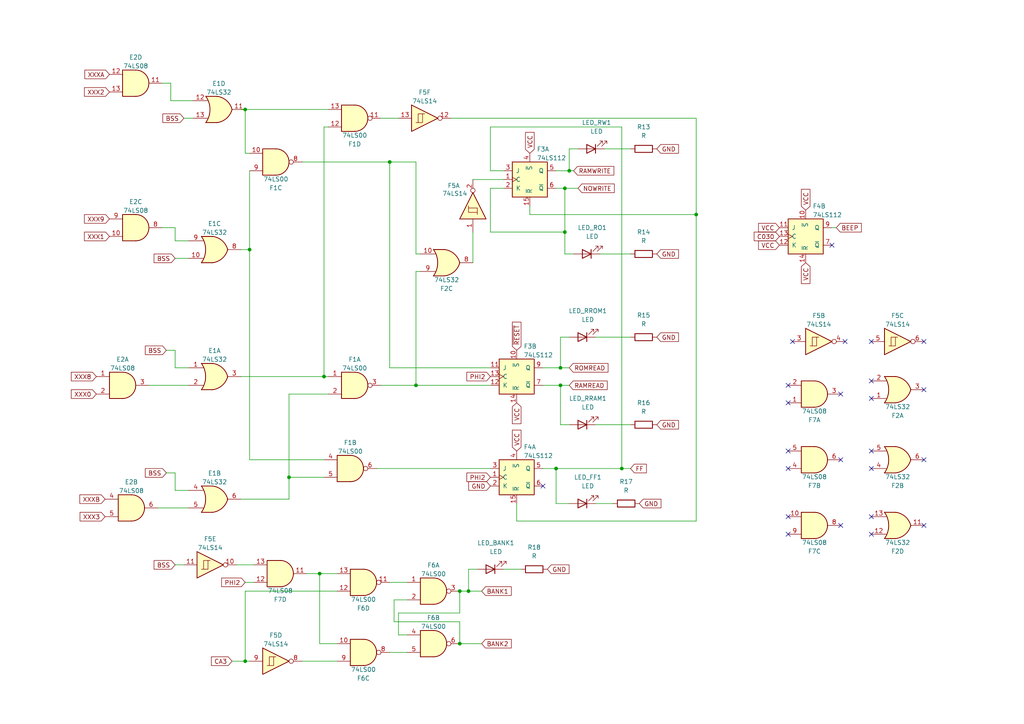
<source format=kicad_sch>
(kicad_sch
	(version 20231120)
	(generator "eeschema")
	(generator_version "8.0")
	(uuid "f364f186-12ac-4de1-8cb7-ed275c04c16c")
	(paper "A4")
	(lib_symbols
		(symbol "74xx:74LS00"
			(pin_names
				(offset 1.016)
			)
			(exclude_from_sim no)
			(in_bom yes)
			(on_board yes)
			(property "Reference" "U"
				(at 0 1.27 0)
				(effects
					(font
						(size 1.27 1.27)
					)
				)
			)
			(property "Value" "74LS00"
				(at 0 -1.27 0)
				(effects
					(font
						(size 1.27 1.27)
					)
				)
			)
			(property "Footprint" ""
				(at 0 0 0)
				(effects
					(font
						(size 1.27 1.27)
					)
					(hide yes)
				)
			)
			(property "Datasheet" "http://www.ti.com/lit/gpn/sn74ls00"
				(at 0 0 0)
				(effects
					(font
						(size 1.27 1.27)
					)
					(hide yes)
				)
			)
			(property "Description" "quad 2-input NAND gate"
				(at 0 0 0)
				(effects
					(font
						(size 1.27 1.27)
					)
					(hide yes)
				)
			)
			(property "ki_locked" ""
				(at 0 0 0)
				(effects
					(font
						(size 1.27 1.27)
					)
				)
			)
			(property "ki_keywords" "TTL nand 2-input"
				(at 0 0 0)
				(effects
					(font
						(size 1.27 1.27)
					)
					(hide yes)
				)
			)
			(property "ki_fp_filters" "DIP*W7.62mm* SO14*"
				(at 0 0 0)
				(effects
					(font
						(size 1.27 1.27)
					)
					(hide yes)
				)
			)
			(symbol "74LS00_1_1"
				(arc
					(start 0 -3.81)
					(mid 3.7934 0)
					(end 0 3.81)
					(stroke
						(width 0.254)
						(type default)
					)
					(fill
						(type background)
					)
				)
				(polyline
					(pts
						(xy 0 3.81) (xy -3.81 3.81) (xy -3.81 -3.81) (xy 0 -3.81)
					)
					(stroke
						(width 0.254)
						(type default)
					)
					(fill
						(type background)
					)
				)
				(pin input line
					(at -7.62 2.54 0)
					(length 3.81)
					(name "~"
						(effects
							(font
								(size 1.27 1.27)
							)
						)
					)
					(number "1"
						(effects
							(font
								(size 1.27 1.27)
							)
						)
					)
				)
				(pin input line
					(at -7.62 -2.54 0)
					(length 3.81)
					(name "~"
						(effects
							(font
								(size 1.27 1.27)
							)
						)
					)
					(number "2"
						(effects
							(font
								(size 1.27 1.27)
							)
						)
					)
				)
				(pin output inverted
					(at 7.62 0 180)
					(length 3.81)
					(name "~"
						(effects
							(font
								(size 1.27 1.27)
							)
						)
					)
					(number "3"
						(effects
							(font
								(size 1.27 1.27)
							)
						)
					)
				)
			)
			(symbol "74LS00_1_2"
				(arc
					(start -3.81 -3.81)
					(mid -2.589 0)
					(end -3.81 3.81)
					(stroke
						(width 0.254)
						(type default)
					)
					(fill
						(type none)
					)
				)
				(arc
					(start -0.6096 -3.81)
					(mid 2.1842 -2.5851)
					(end 3.81 0)
					(stroke
						(width 0.254)
						(type default)
					)
					(fill
						(type background)
					)
				)
				(polyline
					(pts
						(xy -3.81 -3.81) (xy -0.635 -3.81)
					)
					(stroke
						(width 0.254)
						(type default)
					)
					(fill
						(type background)
					)
				)
				(polyline
					(pts
						(xy -3.81 3.81) (xy -0.635 3.81)
					)
					(stroke
						(width 0.254)
						(type default)
					)
					(fill
						(type background)
					)
				)
				(polyline
					(pts
						(xy -0.635 3.81) (xy -3.81 3.81) (xy -3.81 3.81) (xy -3.556 3.4036) (xy -3.0226 2.2606) (xy -2.6924 1.0414)
						(xy -2.6162 -0.254) (xy -2.7686 -1.4986) (xy -3.175 -2.7178) (xy -3.81 -3.81) (xy -3.81 -3.81)
						(xy -0.635 -3.81)
					)
					(stroke
						(width -25.4)
						(type default)
					)
					(fill
						(type background)
					)
				)
				(arc
					(start 3.81 0)
					(mid 2.1915 2.5936)
					(end -0.6096 3.81)
					(stroke
						(width 0.254)
						(type default)
					)
					(fill
						(type background)
					)
				)
				(pin input inverted
					(at -7.62 2.54 0)
					(length 4.318)
					(name "~"
						(effects
							(font
								(size 1.27 1.27)
							)
						)
					)
					(number "1"
						(effects
							(font
								(size 1.27 1.27)
							)
						)
					)
				)
				(pin input inverted
					(at -7.62 -2.54 0)
					(length 4.318)
					(name "~"
						(effects
							(font
								(size 1.27 1.27)
							)
						)
					)
					(number "2"
						(effects
							(font
								(size 1.27 1.27)
							)
						)
					)
				)
				(pin output line
					(at 7.62 0 180)
					(length 3.81)
					(name "~"
						(effects
							(font
								(size 1.27 1.27)
							)
						)
					)
					(number "3"
						(effects
							(font
								(size 1.27 1.27)
							)
						)
					)
				)
			)
			(symbol "74LS00_2_1"
				(arc
					(start 0 -3.81)
					(mid 3.7934 0)
					(end 0 3.81)
					(stroke
						(width 0.254)
						(type default)
					)
					(fill
						(type background)
					)
				)
				(polyline
					(pts
						(xy 0 3.81) (xy -3.81 3.81) (xy -3.81 -3.81) (xy 0 -3.81)
					)
					(stroke
						(width 0.254)
						(type default)
					)
					(fill
						(type background)
					)
				)
				(pin input line
					(at -7.62 2.54 0)
					(length 3.81)
					(name "~"
						(effects
							(font
								(size 1.27 1.27)
							)
						)
					)
					(number "4"
						(effects
							(font
								(size 1.27 1.27)
							)
						)
					)
				)
				(pin input line
					(at -7.62 -2.54 0)
					(length 3.81)
					(name "~"
						(effects
							(font
								(size 1.27 1.27)
							)
						)
					)
					(number "5"
						(effects
							(font
								(size 1.27 1.27)
							)
						)
					)
				)
				(pin output inverted
					(at 7.62 0 180)
					(length 3.81)
					(name "~"
						(effects
							(font
								(size 1.27 1.27)
							)
						)
					)
					(number "6"
						(effects
							(font
								(size 1.27 1.27)
							)
						)
					)
				)
			)
			(symbol "74LS00_2_2"
				(arc
					(start -3.81 -3.81)
					(mid -2.589 0)
					(end -3.81 3.81)
					(stroke
						(width 0.254)
						(type default)
					)
					(fill
						(type none)
					)
				)
				(arc
					(start -0.6096 -3.81)
					(mid 2.1842 -2.5851)
					(end 3.81 0)
					(stroke
						(width 0.254)
						(type default)
					)
					(fill
						(type background)
					)
				)
				(polyline
					(pts
						(xy -3.81 -3.81) (xy -0.635 -3.81)
					)
					(stroke
						(width 0.254)
						(type default)
					)
					(fill
						(type background)
					)
				)
				(polyline
					(pts
						(xy -3.81 3.81) (xy -0.635 3.81)
					)
					(stroke
						(width 0.254)
						(type default)
					)
					(fill
						(type background)
					)
				)
				(polyline
					(pts
						(xy -0.635 3.81) (xy -3.81 3.81) (xy -3.81 3.81) (xy -3.556 3.4036) (xy -3.0226 2.2606) (xy -2.6924 1.0414)
						(xy -2.6162 -0.254) (xy -2.7686 -1.4986) (xy -3.175 -2.7178) (xy -3.81 -3.81) (xy -3.81 -3.81)
						(xy -0.635 -3.81)
					)
					(stroke
						(width -25.4)
						(type default)
					)
					(fill
						(type background)
					)
				)
				(arc
					(start 3.81 0)
					(mid 2.1915 2.5936)
					(end -0.6096 3.81)
					(stroke
						(width 0.254)
						(type default)
					)
					(fill
						(type background)
					)
				)
				(pin input inverted
					(at -7.62 2.54 0)
					(length 4.318)
					(name "~"
						(effects
							(font
								(size 1.27 1.27)
							)
						)
					)
					(number "4"
						(effects
							(font
								(size 1.27 1.27)
							)
						)
					)
				)
				(pin input inverted
					(at -7.62 -2.54 0)
					(length 4.318)
					(name "~"
						(effects
							(font
								(size 1.27 1.27)
							)
						)
					)
					(number "5"
						(effects
							(font
								(size 1.27 1.27)
							)
						)
					)
				)
				(pin output line
					(at 7.62 0 180)
					(length 3.81)
					(name "~"
						(effects
							(font
								(size 1.27 1.27)
							)
						)
					)
					(number "6"
						(effects
							(font
								(size 1.27 1.27)
							)
						)
					)
				)
			)
			(symbol "74LS00_3_1"
				(arc
					(start 0 -3.81)
					(mid 3.7934 0)
					(end 0 3.81)
					(stroke
						(width 0.254)
						(type default)
					)
					(fill
						(type background)
					)
				)
				(polyline
					(pts
						(xy 0 3.81) (xy -3.81 3.81) (xy -3.81 -3.81) (xy 0 -3.81)
					)
					(stroke
						(width 0.254)
						(type default)
					)
					(fill
						(type background)
					)
				)
				(pin input line
					(at -7.62 -2.54 0)
					(length 3.81)
					(name "~"
						(effects
							(font
								(size 1.27 1.27)
							)
						)
					)
					(number "10"
						(effects
							(font
								(size 1.27 1.27)
							)
						)
					)
				)
				(pin output inverted
					(at 7.62 0 180)
					(length 3.81)
					(name "~"
						(effects
							(font
								(size 1.27 1.27)
							)
						)
					)
					(number "8"
						(effects
							(font
								(size 1.27 1.27)
							)
						)
					)
				)
				(pin input line
					(at -7.62 2.54 0)
					(length 3.81)
					(name "~"
						(effects
							(font
								(size 1.27 1.27)
							)
						)
					)
					(number "9"
						(effects
							(font
								(size 1.27 1.27)
							)
						)
					)
				)
			)
			(symbol "74LS00_3_2"
				(arc
					(start -3.81 -3.81)
					(mid -2.589 0)
					(end -3.81 3.81)
					(stroke
						(width 0.254)
						(type default)
					)
					(fill
						(type none)
					)
				)
				(arc
					(start -0.6096 -3.81)
					(mid 2.1842 -2.5851)
					(end 3.81 0)
					(stroke
						(width 0.254)
						(type default)
					)
					(fill
						(type background)
					)
				)
				(polyline
					(pts
						(xy -3.81 -3.81) (xy -0.635 -3.81)
					)
					(stroke
						(width 0.254)
						(type default)
					)
					(fill
						(type background)
					)
				)
				(polyline
					(pts
						(xy -3.81 3.81) (xy -0.635 3.81)
					)
					(stroke
						(width 0.254)
						(type default)
					)
					(fill
						(type background)
					)
				)
				(polyline
					(pts
						(xy -0.635 3.81) (xy -3.81 3.81) (xy -3.81 3.81) (xy -3.556 3.4036) (xy -3.0226 2.2606) (xy -2.6924 1.0414)
						(xy -2.6162 -0.254) (xy -2.7686 -1.4986) (xy -3.175 -2.7178) (xy -3.81 -3.81) (xy -3.81 -3.81)
						(xy -0.635 -3.81)
					)
					(stroke
						(width -25.4)
						(type default)
					)
					(fill
						(type background)
					)
				)
				(arc
					(start 3.81 0)
					(mid 2.1915 2.5936)
					(end -0.6096 3.81)
					(stroke
						(width 0.254)
						(type default)
					)
					(fill
						(type background)
					)
				)
				(pin input inverted
					(at -7.62 -2.54 0)
					(length 4.318)
					(name "~"
						(effects
							(font
								(size 1.27 1.27)
							)
						)
					)
					(number "10"
						(effects
							(font
								(size 1.27 1.27)
							)
						)
					)
				)
				(pin output line
					(at 7.62 0 180)
					(length 3.81)
					(name "~"
						(effects
							(font
								(size 1.27 1.27)
							)
						)
					)
					(number "8"
						(effects
							(font
								(size 1.27 1.27)
							)
						)
					)
				)
				(pin input inverted
					(at -7.62 2.54 0)
					(length 4.318)
					(name "~"
						(effects
							(font
								(size 1.27 1.27)
							)
						)
					)
					(number "9"
						(effects
							(font
								(size 1.27 1.27)
							)
						)
					)
				)
			)
			(symbol "74LS00_4_1"
				(arc
					(start 0 -3.81)
					(mid 3.7934 0)
					(end 0 3.81)
					(stroke
						(width 0.254)
						(type default)
					)
					(fill
						(type background)
					)
				)
				(polyline
					(pts
						(xy 0 3.81) (xy -3.81 3.81) (xy -3.81 -3.81) (xy 0 -3.81)
					)
					(stroke
						(width 0.254)
						(type default)
					)
					(fill
						(type background)
					)
				)
				(pin output inverted
					(at 7.62 0 180)
					(length 3.81)
					(name "~"
						(effects
							(font
								(size 1.27 1.27)
							)
						)
					)
					(number "11"
						(effects
							(font
								(size 1.27 1.27)
							)
						)
					)
				)
				(pin input line
					(at -7.62 2.54 0)
					(length 3.81)
					(name "~"
						(effects
							(font
								(size 1.27 1.27)
							)
						)
					)
					(number "12"
						(effects
							(font
								(size 1.27 1.27)
							)
						)
					)
				)
				(pin input line
					(at -7.62 -2.54 0)
					(length 3.81)
					(name "~"
						(effects
							(font
								(size 1.27 1.27)
							)
						)
					)
					(number "13"
						(effects
							(font
								(size 1.27 1.27)
							)
						)
					)
				)
			)
			(symbol "74LS00_4_2"
				(arc
					(start -3.81 -3.81)
					(mid -2.589 0)
					(end -3.81 3.81)
					(stroke
						(width 0.254)
						(type default)
					)
					(fill
						(type none)
					)
				)
				(arc
					(start -0.6096 -3.81)
					(mid 2.1842 -2.5851)
					(end 3.81 0)
					(stroke
						(width 0.254)
						(type default)
					)
					(fill
						(type background)
					)
				)
				(polyline
					(pts
						(xy -3.81 -3.81) (xy -0.635 -3.81)
					)
					(stroke
						(width 0.254)
						(type default)
					)
					(fill
						(type background)
					)
				)
				(polyline
					(pts
						(xy -3.81 3.81) (xy -0.635 3.81)
					)
					(stroke
						(width 0.254)
						(type default)
					)
					(fill
						(type background)
					)
				)
				(polyline
					(pts
						(xy -0.635 3.81) (xy -3.81 3.81) (xy -3.81 3.81) (xy -3.556 3.4036) (xy -3.0226 2.2606) (xy -2.6924 1.0414)
						(xy -2.6162 -0.254) (xy -2.7686 -1.4986) (xy -3.175 -2.7178) (xy -3.81 -3.81) (xy -3.81 -3.81)
						(xy -0.635 -3.81)
					)
					(stroke
						(width -25.4)
						(type default)
					)
					(fill
						(type background)
					)
				)
				(arc
					(start 3.81 0)
					(mid 2.1915 2.5936)
					(end -0.6096 3.81)
					(stroke
						(width 0.254)
						(type default)
					)
					(fill
						(type background)
					)
				)
				(pin output line
					(at 7.62 0 180)
					(length 3.81)
					(name "~"
						(effects
							(font
								(size 1.27 1.27)
							)
						)
					)
					(number "11"
						(effects
							(font
								(size 1.27 1.27)
							)
						)
					)
				)
				(pin input inverted
					(at -7.62 2.54 0)
					(length 4.318)
					(name "~"
						(effects
							(font
								(size 1.27 1.27)
							)
						)
					)
					(number "12"
						(effects
							(font
								(size 1.27 1.27)
							)
						)
					)
				)
				(pin input inverted
					(at -7.62 -2.54 0)
					(length 4.318)
					(name "~"
						(effects
							(font
								(size 1.27 1.27)
							)
						)
					)
					(number "13"
						(effects
							(font
								(size 1.27 1.27)
							)
						)
					)
				)
			)
			(symbol "74LS00_5_0"
				(pin power_in line
					(at 0 12.7 270)
					(length 5.08)
					(name "VCC"
						(effects
							(font
								(size 1.27 1.27)
							)
						)
					)
					(number "14"
						(effects
							(font
								(size 1.27 1.27)
							)
						)
					)
				)
				(pin power_in line
					(at 0 -12.7 90)
					(length 5.08)
					(name "GND"
						(effects
							(font
								(size 1.27 1.27)
							)
						)
					)
					(number "7"
						(effects
							(font
								(size 1.27 1.27)
							)
						)
					)
				)
			)
			(symbol "74LS00_5_1"
				(rectangle
					(start -5.08 7.62)
					(end 5.08 -7.62)
					(stroke
						(width 0.254)
						(type default)
					)
					(fill
						(type background)
					)
				)
			)
		)
		(symbol "74xx:74LS08"
			(pin_names
				(offset 1.016)
			)
			(exclude_from_sim no)
			(in_bom yes)
			(on_board yes)
			(property "Reference" "U"
				(at 0 1.27 0)
				(effects
					(font
						(size 1.27 1.27)
					)
				)
			)
			(property "Value" "74LS08"
				(at 0 -1.27 0)
				(effects
					(font
						(size 1.27 1.27)
					)
				)
			)
			(property "Footprint" ""
				(at 0 0 0)
				(effects
					(font
						(size 1.27 1.27)
					)
					(hide yes)
				)
			)
			(property "Datasheet" "http://www.ti.com/lit/gpn/sn74LS08"
				(at 0 0 0)
				(effects
					(font
						(size 1.27 1.27)
					)
					(hide yes)
				)
			)
			(property "Description" "Quad And2"
				(at 0 0 0)
				(effects
					(font
						(size 1.27 1.27)
					)
					(hide yes)
				)
			)
			(property "ki_locked" ""
				(at 0 0 0)
				(effects
					(font
						(size 1.27 1.27)
					)
				)
			)
			(property "ki_keywords" "TTL and2"
				(at 0 0 0)
				(effects
					(font
						(size 1.27 1.27)
					)
					(hide yes)
				)
			)
			(property "ki_fp_filters" "DIP*W7.62mm*"
				(at 0 0 0)
				(effects
					(font
						(size 1.27 1.27)
					)
					(hide yes)
				)
			)
			(symbol "74LS08_1_1"
				(arc
					(start 0 -3.81)
					(mid 3.7934 0)
					(end 0 3.81)
					(stroke
						(width 0.254)
						(type default)
					)
					(fill
						(type background)
					)
				)
				(polyline
					(pts
						(xy 0 3.81) (xy -3.81 3.81) (xy -3.81 -3.81) (xy 0 -3.81)
					)
					(stroke
						(width 0.254)
						(type default)
					)
					(fill
						(type background)
					)
				)
				(pin input line
					(at -7.62 2.54 0)
					(length 3.81)
					(name "~"
						(effects
							(font
								(size 1.27 1.27)
							)
						)
					)
					(number "1"
						(effects
							(font
								(size 1.27 1.27)
							)
						)
					)
				)
				(pin input line
					(at -7.62 -2.54 0)
					(length 3.81)
					(name "~"
						(effects
							(font
								(size 1.27 1.27)
							)
						)
					)
					(number "2"
						(effects
							(font
								(size 1.27 1.27)
							)
						)
					)
				)
				(pin output line
					(at 7.62 0 180)
					(length 3.81)
					(name "~"
						(effects
							(font
								(size 1.27 1.27)
							)
						)
					)
					(number "3"
						(effects
							(font
								(size 1.27 1.27)
							)
						)
					)
				)
			)
			(symbol "74LS08_1_2"
				(arc
					(start -3.81 -3.81)
					(mid -2.589 0)
					(end -3.81 3.81)
					(stroke
						(width 0.254)
						(type default)
					)
					(fill
						(type none)
					)
				)
				(arc
					(start -0.6096 -3.81)
					(mid 2.1842 -2.5851)
					(end 3.81 0)
					(stroke
						(width 0.254)
						(type default)
					)
					(fill
						(type background)
					)
				)
				(polyline
					(pts
						(xy -3.81 -3.81) (xy -0.635 -3.81)
					)
					(stroke
						(width 0.254)
						(type default)
					)
					(fill
						(type background)
					)
				)
				(polyline
					(pts
						(xy -3.81 3.81) (xy -0.635 3.81)
					)
					(stroke
						(width 0.254)
						(type default)
					)
					(fill
						(type background)
					)
				)
				(polyline
					(pts
						(xy -0.635 3.81) (xy -3.81 3.81) (xy -3.81 3.81) (xy -3.556 3.4036) (xy -3.0226 2.2606) (xy -2.6924 1.0414)
						(xy -2.6162 -0.254) (xy -2.7686 -1.4986) (xy -3.175 -2.7178) (xy -3.81 -3.81) (xy -3.81 -3.81)
						(xy -0.635 -3.81)
					)
					(stroke
						(width -25.4)
						(type default)
					)
					(fill
						(type background)
					)
				)
				(arc
					(start 3.81 0)
					(mid 2.1915 2.5936)
					(end -0.6096 3.81)
					(stroke
						(width 0.254)
						(type default)
					)
					(fill
						(type background)
					)
				)
				(pin input inverted
					(at -7.62 2.54 0)
					(length 4.318)
					(name "~"
						(effects
							(font
								(size 1.27 1.27)
							)
						)
					)
					(number "1"
						(effects
							(font
								(size 1.27 1.27)
							)
						)
					)
				)
				(pin input inverted
					(at -7.62 -2.54 0)
					(length 4.318)
					(name "~"
						(effects
							(font
								(size 1.27 1.27)
							)
						)
					)
					(number "2"
						(effects
							(font
								(size 1.27 1.27)
							)
						)
					)
				)
				(pin output inverted
					(at 7.62 0 180)
					(length 3.81)
					(name "~"
						(effects
							(font
								(size 1.27 1.27)
							)
						)
					)
					(number "3"
						(effects
							(font
								(size 1.27 1.27)
							)
						)
					)
				)
			)
			(symbol "74LS08_2_1"
				(arc
					(start 0 -3.81)
					(mid 3.7934 0)
					(end 0 3.81)
					(stroke
						(width 0.254)
						(type default)
					)
					(fill
						(type background)
					)
				)
				(polyline
					(pts
						(xy 0 3.81) (xy -3.81 3.81) (xy -3.81 -3.81) (xy 0 -3.81)
					)
					(stroke
						(width 0.254)
						(type default)
					)
					(fill
						(type background)
					)
				)
				(pin input line
					(at -7.62 2.54 0)
					(length 3.81)
					(name "~"
						(effects
							(font
								(size 1.27 1.27)
							)
						)
					)
					(number "4"
						(effects
							(font
								(size 1.27 1.27)
							)
						)
					)
				)
				(pin input line
					(at -7.62 -2.54 0)
					(length 3.81)
					(name "~"
						(effects
							(font
								(size 1.27 1.27)
							)
						)
					)
					(number "5"
						(effects
							(font
								(size 1.27 1.27)
							)
						)
					)
				)
				(pin output line
					(at 7.62 0 180)
					(length 3.81)
					(name "~"
						(effects
							(font
								(size 1.27 1.27)
							)
						)
					)
					(number "6"
						(effects
							(font
								(size 1.27 1.27)
							)
						)
					)
				)
			)
			(symbol "74LS08_2_2"
				(arc
					(start -3.81 -3.81)
					(mid -2.589 0)
					(end -3.81 3.81)
					(stroke
						(width 0.254)
						(type default)
					)
					(fill
						(type none)
					)
				)
				(arc
					(start -0.6096 -3.81)
					(mid 2.1842 -2.5851)
					(end 3.81 0)
					(stroke
						(width 0.254)
						(type default)
					)
					(fill
						(type background)
					)
				)
				(polyline
					(pts
						(xy -3.81 -3.81) (xy -0.635 -3.81)
					)
					(stroke
						(width 0.254)
						(type default)
					)
					(fill
						(type background)
					)
				)
				(polyline
					(pts
						(xy -3.81 3.81) (xy -0.635 3.81)
					)
					(stroke
						(width 0.254)
						(type default)
					)
					(fill
						(type background)
					)
				)
				(polyline
					(pts
						(xy -0.635 3.81) (xy -3.81 3.81) (xy -3.81 3.81) (xy -3.556 3.4036) (xy -3.0226 2.2606) (xy -2.6924 1.0414)
						(xy -2.6162 -0.254) (xy -2.7686 -1.4986) (xy -3.175 -2.7178) (xy -3.81 -3.81) (xy -3.81 -3.81)
						(xy -0.635 -3.81)
					)
					(stroke
						(width -25.4)
						(type default)
					)
					(fill
						(type background)
					)
				)
				(arc
					(start 3.81 0)
					(mid 2.1915 2.5936)
					(end -0.6096 3.81)
					(stroke
						(width 0.254)
						(type default)
					)
					(fill
						(type background)
					)
				)
				(pin input inverted
					(at -7.62 2.54 0)
					(length 4.318)
					(name "~"
						(effects
							(font
								(size 1.27 1.27)
							)
						)
					)
					(number "4"
						(effects
							(font
								(size 1.27 1.27)
							)
						)
					)
				)
				(pin input inverted
					(at -7.62 -2.54 0)
					(length 4.318)
					(name "~"
						(effects
							(font
								(size 1.27 1.27)
							)
						)
					)
					(number "5"
						(effects
							(font
								(size 1.27 1.27)
							)
						)
					)
				)
				(pin output inverted
					(at 7.62 0 180)
					(length 3.81)
					(name "~"
						(effects
							(font
								(size 1.27 1.27)
							)
						)
					)
					(number "6"
						(effects
							(font
								(size 1.27 1.27)
							)
						)
					)
				)
			)
			(symbol "74LS08_3_1"
				(arc
					(start 0 -3.81)
					(mid 3.7934 0)
					(end 0 3.81)
					(stroke
						(width 0.254)
						(type default)
					)
					(fill
						(type background)
					)
				)
				(polyline
					(pts
						(xy 0 3.81) (xy -3.81 3.81) (xy -3.81 -3.81) (xy 0 -3.81)
					)
					(stroke
						(width 0.254)
						(type default)
					)
					(fill
						(type background)
					)
				)
				(pin input line
					(at -7.62 -2.54 0)
					(length 3.81)
					(name "~"
						(effects
							(font
								(size 1.27 1.27)
							)
						)
					)
					(number "10"
						(effects
							(font
								(size 1.27 1.27)
							)
						)
					)
				)
				(pin output line
					(at 7.62 0 180)
					(length 3.81)
					(name "~"
						(effects
							(font
								(size 1.27 1.27)
							)
						)
					)
					(number "8"
						(effects
							(font
								(size 1.27 1.27)
							)
						)
					)
				)
				(pin input line
					(at -7.62 2.54 0)
					(length 3.81)
					(name "~"
						(effects
							(font
								(size 1.27 1.27)
							)
						)
					)
					(number "9"
						(effects
							(font
								(size 1.27 1.27)
							)
						)
					)
				)
			)
			(symbol "74LS08_3_2"
				(arc
					(start -3.81 -3.81)
					(mid -2.589 0)
					(end -3.81 3.81)
					(stroke
						(width 0.254)
						(type default)
					)
					(fill
						(type none)
					)
				)
				(arc
					(start -0.6096 -3.81)
					(mid 2.1842 -2.5851)
					(end 3.81 0)
					(stroke
						(width 0.254)
						(type default)
					)
					(fill
						(type background)
					)
				)
				(polyline
					(pts
						(xy -3.81 -3.81) (xy -0.635 -3.81)
					)
					(stroke
						(width 0.254)
						(type default)
					)
					(fill
						(type background)
					)
				)
				(polyline
					(pts
						(xy -3.81 3.81) (xy -0.635 3.81)
					)
					(stroke
						(width 0.254)
						(type default)
					)
					(fill
						(type background)
					)
				)
				(polyline
					(pts
						(xy -0.635 3.81) (xy -3.81 3.81) (xy -3.81 3.81) (xy -3.556 3.4036) (xy -3.0226 2.2606) (xy -2.6924 1.0414)
						(xy -2.6162 -0.254) (xy -2.7686 -1.4986) (xy -3.175 -2.7178) (xy -3.81 -3.81) (xy -3.81 -3.81)
						(xy -0.635 -3.81)
					)
					(stroke
						(width -25.4)
						(type default)
					)
					(fill
						(type background)
					)
				)
				(arc
					(start 3.81 0)
					(mid 2.1915 2.5936)
					(end -0.6096 3.81)
					(stroke
						(width 0.254)
						(type default)
					)
					(fill
						(type background)
					)
				)
				(pin input inverted
					(at -7.62 -2.54 0)
					(length 4.318)
					(name "~"
						(effects
							(font
								(size 1.27 1.27)
							)
						)
					)
					(number "10"
						(effects
							(font
								(size 1.27 1.27)
							)
						)
					)
				)
				(pin output inverted
					(at 7.62 0 180)
					(length 3.81)
					(name "~"
						(effects
							(font
								(size 1.27 1.27)
							)
						)
					)
					(number "8"
						(effects
							(font
								(size 1.27 1.27)
							)
						)
					)
				)
				(pin input inverted
					(at -7.62 2.54 0)
					(length 4.318)
					(name "~"
						(effects
							(font
								(size 1.27 1.27)
							)
						)
					)
					(number "9"
						(effects
							(font
								(size 1.27 1.27)
							)
						)
					)
				)
			)
			(symbol "74LS08_4_1"
				(arc
					(start 0 -3.81)
					(mid 3.7934 0)
					(end 0 3.81)
					(stroke
						(width 0.254)
						(type default)
					)
					(fill
						(type background)
					)
				)
				(polyline
					(pts
						(xy 0 3.81) (xy -3.81 3.81) (xy -3.81 -3.81) (xy 0 -3.81)
					)
					(stroke
						(width 0.254)
						(type default)
					)
					(fill
						(type background)
					)
				)
				(pin output line
					(at 7.62 0 180)
					(length 3.81)
					(name "~"
						(effects
							(font
								(size 1.27 1.27)
							)
						)
					)
					(number "11"
						(effects
							(font
								(size 1.27 1.27)
							)
						)
					)
				)
				(pin input line
					(at -7.62 2.54 0)
					(length 3.81)
					(name "~"
						(effects
							(font
								(size 1.27 1.27)
							)
						)
					)
					(number "12"
						(effects
							(font
								(size 1.27 1.27)
							)
						)
					)
				)
				(pin input line
					(at -7.62 -2.54 0)
					(length 3.81)
					(name "~"
						(effects
							(font
								(size 1.27 1.27)
							)
						)
					)
					(number "13"
						(effects
							(font
								(size 1.27 1.27)
							)
						)
					)
				)
			)
			(symbol "74LS08_4_2"
				(arc
					(start -3.81 -3.81)
					(mid -2.589 0)
					(end -3.81 3.81)
					(stroke
						(width 0.254)
						(type default)
					)
					(fill
						(type none)
					)
				)
				(arc
					(start -0.6096 -3.81)
					(mid 2.1842 -2.5851)
					(end 3.81 0)
					(stroke
						(width 0.254)
						(type default)
					)
					(fill
						(type background)
					)
				)
				(polyline
					(pts
						(xy -3.81 -3.81) (xy -0.635 -3.81)
					)
					(stroke
						(width 0.254)
						(type default)
					)
					(fill
						(type background)
					)
				)
				(polyline
					(pts
						(xy -3.81 3.81) (xy -0.635 3.81)
					)
					(stroke
						(width 0.254)
						(type default)
					)
					(fill
						(type background)
					)
				)
				(polyline
					(pts
						(xy -0.635 3.81) (xy -3.81 3.81) (xy -3.81 3.81) (xy -3.556 3.4036) (xy -3.0226 2.2606) (xy -2.6924 1.0414)
						(xy -2.6162 -0.254) (xy -2.7686 -1.4986) (xy -3.175 -2.7178) (xy -3.81 -3.81) (xy -3.81 -3.81)
						(xy -0.635 -3.81)
					)
					(stroke
						(width -25.4)
						(type default)
					)
					(fill
						(type background)
					)
				)
				(arc
					(start 3.81 0)
					(mid 2.1915 2.5936)
					(end -0.6096 3.81)
					(stroke
						(width 0.254)
						(type default)
					)
					(fill
						(type background)
					)
				)
				(pin output inverted
					(at 7.62 0 180)
					(length 3.81)
					(name "~"
						(effects
							(font
								(size 1.27 1.27)
							)
						)
					)
					(number "11"
						(effects
							(font
								(size 1.27 1.27)
							)
						)
					)
				)
				(pin input inverted
					(at -7.62 2.54 0)
					(length 4.318)
					(name "~"
						(effects
							(font
								(size 1.27 1.27)
							)
						)
					)
					(number "12"
						(effects
							(font
								(size 1.27 1.27)
							)
						)
					)
				)
				(pin input inverted
					(at -7.62 -2.54 0)
					(length 4.318)
					(name "~"
						(effects
							(font
								(size 1.27 1.27)
							)
						)
					)
					(number "13"
						(effects
							(font
								(size 1.27 1.27)
							)
						)
					)
				)
			)
			(symbol "74LS08_5_0"
				(pin power_in line
					(at 0 12.7 270)
					(length 5.08)
					(name "VCC"
						(effects
							(font
								(size 1.27 1.27)
							)
						)
					)
					(number "14"
						(effects
							(font
								(size 1.27 1.27)
							)
						)
					)
				)
				(pin power_in line
					(at 0 -12.7 90)
					(length 5.08)
					(name "GND"
						(effects
							(font
								(size 1.27 1.27)
							)
						)
					)
					(number "7"
						(effects
							(font
								(size 1.27 1.27)
							)
						)
					)
				)
			)
			(symbol "74LS08_5_1"
				(rectangle
					(start -5.08 7.62)
					(end 5.08 -7.62)
					(stroke
						(width 0.254)
						(type default)
					)
					(fill
						(type background)
					)
				)
			)
		)
		(symbol "74xx:74LS112"
			(pin_names
				(offset 1.016)
			)
			(exclude_from_sim no)
			(in_bom yes)
			(on_board yes)
			(property "Reference" "U"
				(at -7.62 8.89 0)
				(effects
					(font
						(size 1.27 1.27)
					)
				)
			)
			(property "Value" "74LS112"
				(at -7.62 -8.89 0)
				(effects
					(font
						(size 1.27 1.27)
					)
				)
			)
			(property "Footprint" ""
				(at 0 0 0)
				(effects
					(font
						(size 1.27 1.27)
					)
					(hide yes)
				)
			)
			(property "Datasheet" "http://www.ti.com/lit/gpn/sn74LS112"
				(at 0 0 0)
				(effects
					(font
						(size 1.27 1.27)
					)
					(hide yes)
				)
			)
			(property "Description" "dual JK Flip-Flop, Set & Reset"
				(at 0 0 0)
				(effects
					(font
						(size 1.27 1.27)
					)
					(hide yes)
				)
			)
			(property "ki_locked" ""
				(at 0 0 0)
				(effects
					(font
						(size 1.27 1.27)
					)
				)
			)
			(property "ki_keywords" "TTL JK"
				(at 0 0 0)
				(effects
					(font
						(size 1.27 1.27)
					)
					(hide yes)
				)
			)
			(property "ki_fp_filters" "DIP?16*"
				(at 0 0 0)
				(effects
					(font
						(size 1.27 1.27)
					)
					(hide yes)
				)
			)
			(symbol "74LS112_1_0"
				(pin input clock
					(at -7.62 0 0)
					(length 2.54)
					(name "C"
						(effects
							(font
								(size 1.27 1.27)
							)
						)
					)
					(number "1"
						(effects
							(font
								(size 1.27 1.27)
							)
						)
					)
				)
				(pin input line
					(at 0 -7.62 90)
					(length 2.54)
					(name "~{R}"
						(effects
							(font
								(size 1.27 1.27)
							)
						)
					)
					(number "15"
						(effects
							(font
								(size 1.27 1.27)
							)
						)
					)
				)
				(pin input line
					(at -7.62 -2.54 0)
					(length 2.54)
					(name "K"
						(effects
							(font
								(size 1.27 1.27)
							)
						)
					)
					(number "2"
						(effects
							(font
								(size 1.27 1.27)
							)
						)
					)
				)
				(pin input line
					(at -7.62 2.54 0)
					(length 2.54)
					(name "J"
						(effects
							(font
								(size 1.27 1.27)
							)
						)
					)
					(number "3"
						(effects
							(font
								(size 1.27 1.27)
							)
						)
					)
				)
				(pin input line
					(at 0 7.62 270)
					(length 2.54)
					(name "~{S}"
						(effects
							(font
								(size 1.27 1.27)
							)
						)
					)
					(number "4"
						(effects
							(font
								(size 1.27 1.27)
							)
						)
					)
				)
				(pin output line
					(at 7.62 2.54 180)
					(length 2.54)
					(name "Q"
						(effects
							(font
								(size 1.27 1.27)
							)
						)
					)
					(number "5"
						(effects
							(font
								(size 1.27 1.27)
							)
						)
					)
				)
				(pin output line
					(at 7.62 -2.54 180)
					(length 2.54)
					(name "~{Q}"
						(effects
							(font
								(size 1.27 1.27)
							)
						)
					)
					(number "6"
						(effects
							(font
								(size 1.27 1.27)
							)
						)
					)
				)
			)
			(symbol "74LS112_1_1"
				(rectangle
					(start -5.08 5.08)
					(end 5.08 -5.08)
					(stroke
						(width 0.254)
						(type default)
					)
					(fill
						(type background)
					)
				)
			)
			(symbol "74LS112_2_0"
				(pin input line
					(at 0 7.62 270)
					(length 2.54)
					(name "~{S}"
						(effects
							(font
								(size 1.27 1.27)
							)
						)
					)
					(number "10"
						(effects
							(font
								(size 1.27 1.27)
							)
						)
					)
				)
				(pin input line
					(at -7.62 2.54 0)
					(length 2.54)
					(name "J"
						(effects
							(font
								(size 1.27 1.27)
							)
						)
					)
					(number "11"
						(effects
							(font
								(size 1.27 1.27)
							)
						)
					)
				)
				(pin input line
					(at -7.62 -2.54 0)
					(length 2.54)
					(name "K"
						(effects
							(font
								(size 1.27 1.27)
							)
						)
					)
					(number "12"
						(effects
							(font
								(size 1.27 1.27)
							)
						)
					)
				)
				(pin input clock
					(at -7.62 0 0)
					(length 2.54)
					(name "C"
						(effects
							(font
								(size 1.27 1.27)
							)
						)
					)
					(number "13"
						(effects
							(font
								(size 1.27 1.27)
							)
						)
					)
				)
				(pin input line
					(at 0 -7.62 90)
					(length 2.54)
					(name "~{R}"
						(effects
							(font
								(size 1.27 1.27)
							)
						)
					)
					(number "14"
						(effects
							(font
								(size 1.27 1.27)
							)
						)
					)
				)
				(pin output line
					(at 7.62 -2.54 180)
					(length 2.54)
					(name "~{Q}"
						(effects
							(font
								(size 1.27 1.27)
							)
						)
					)
					(number "7"
						(effects
							(font
								(size 1.27 1.27)
							)
						)
					)
				)
				(pin output line
					(at 7.62 2.54 180)
					(length 2.54)
					(name "Q"
						(effects
							(font
								(size 1.27 1.27)
							)
						)
					)
					(number "9"
						(effects
							(font
								(size 1.27 1.27)
							)
						)
					)
				)
			)
			(symbol "74LS112_2_1"
				(rectangle
					(start -5.08 5.08)
					(end 5.08 -5.08)
					(stroke
						(width 0.254)
						(type default)
					)
					(fill
						(type background)
					)
				)
			)
			(symbol "74LS112_3_0"
				(pin power_in line
					(at 0 10.16 270)
					(length 2.54)
					(name "VCC"
						(effects
							(font
								(size 1.27 1.27)
							)
						)
					)
					(number "16"
						(effects
							(font
								(size 1.27 1.27)
							)
						)
					)
				)
				(pin power_in line
					(at 0 -10.16 90)
					(length 2.54)
					(name "GND"
						(effects
							(font
								(size 1.27 1.27)
							)
						)
					)
					(number "8"
						(effects
							(font
								(size 1.27 1.27)
							)
						)
					)
				)
			)
			(symbol "74LS112_3_1"
				(rectangle
					(start -5.08 7.62)
					(end 5.08 -7.62)
					(stroke
						(width 0.254)
						(type default)
					)
					(fill
						(type background)
					)
				)
			)
		)
		(symbol "74xx:74LS14"
			(pin_names
				(offset 1.016)
			)
			(exclude_from_sim no)
			(in_bom yes)
			(on_board yes)
			(property "Reference" "U"
				(at 0 1.27 0)
				(effects
					(font
						(size 1.27 1.27)
					)
				)
			)
			(property "Value" "74LS14"
				(at 0 -1.27 0)
				(effects
					(font
						(size 1.27 1.27)
					)
				)
			)
			(property "Footprint" ""
				(at 0 0 0)
				(effects
					(font
						(size 1.27 1.27)
					)
					(hide yes)
				)
			)
			(property "Datasheet" "http://www.ti.com/lit/gpn/sn74LS14"
				(at 0 0 0)
				(effects
					(font
						(size 1.27 1.27)
					)
					(hide yes)
				)
			)
			(property "Description" "Hex inverter schmitt trigger"
				(at 0 0 0)
				(effects
					(font
						(size 1.27 1.27)
					)
					(hide yes)
				)
			)
			(property "ki_locked" ""
				(at 0 0 0)
				(effects
					(font
						(size 1.27 1.27)
					)
				)
			)
			(property "ki_keywords" "TTL not inverter"
				(at 0 0 0)
				(effects
					(font
						(size 1.27 1.27)
					)
					(hide yes)
				)
			)
			(property "ki_fp_filters" "DIP*W7.62mm*"
				(at 0 0 0)
				(effects
					(font
						(size 1.27 1.27)
					)
					(hide yes)
				)
			)
			(symbol "74LS14_1_0"
				(polyline
					(pts
						(xy -3.81 3.81) (xy -3.81 -3.81) (xy 3.81 0) (xy -3.81 3.81)
					)
					(stroke
						(width 0.254)
						(type default)
					)
					(fill
						(type background)
					)
				)
				(pin input line
					(at -7.62 0 0)
					(length 3.81)
					(name "~"
						(effects
							(font
								(size 1.27 1.27)
							)
						)
					)
					(number "1"
						(effects
							(font
								(size 1.27 1.27)
							)
						)
					)
				)
				(pin output inverted
					(at 7.62 0 180)
					(length 3.81)
					(name "~"
						(effects
							(font
								(size 1.27 1.27)
							)
						)
					)
					(number "2"
						(effects
							(font
								(size 1.27 1.27)
							)
						)
					)
				)
			)
			(symbol "74LS14_1_1"
				(polyline
					(pts
						(xy -1.905 -1.27) (xy -1.905 1.27) (xy -0.635 1.27)
					)
					(stroke
						(width 0)
						(type default)
					)
					(fill
						(type none)
					)
				)
				(polyline
					(pts
						(xy -2.54 -1.27) (xy -0.635 -1.27) (xy -0.635 1.27) (xy 0 1.27)
					)
					(stroke
						(width 0)
						(type default)
					)
					(fill
						(type none)
					)
				)
			)
			(symbol "74LS14_2_0"
				(polyline
					(pts
						(xy -3.81 3.81) (xy -3.81 -3.81) (xy 3.81 0) (xy -3.81 3.81)
					)
					(stroke
						(width 0.254)
						(type default)
					)
					(fill
						(type background)
					)
				)
				(pin input line
					(at -7.62 0 0)
					(length 3.81)
					(name "~"
						(effects
							(font
								(size 1.27 1.27)
							)
						)
					)
					(number "3"
						(effects
							(font
								(size 1.27 1.27)
							)
						)
					)
				)
				(pin output inverted
					(at 7.62 0 180)
					(length 3.81)
					(name "~"
						(effects
							(font
								(size 1.27 1.27)
							)
						)
					)
					(number "4"
						(effects
							(font
								(size 1.27 1.27)
							)
						)
					)
				)
			)
			(symbol "74LS14_2_1"
				(polyline
					(pts
						(xy -1.905 -1.27) (xy -1.905 1.27) (xy -0.635 1.27)
					)
					(stroke
						(width 0)
						(type default)
					)
					(fill
						(type none)
					)
				)
				(polyline
					(pts
						(xy -2.54 -1.27) (xy -0.635 -1.27) (xy -0.635 1.27) (xy 0 1.27)
					)
					(stroke
						(width 0)
						(type default)
					)
					(fill
						(type none)
					)
				)
			)
			(symbol "74LS14_3_0"
				(polyline
					(pts
						(xy -3.81 3.81) (xy -3.81 -3.81) (xy 3.81 0) (xy -3.81 3.81)
					)
					(stroke
						(width 0.254)
						(type default)
					)
					(fill
						(type background)
					)
				)
				(pin input line
					(at -7.62 0 0)
					(length 3.81)
					(name "~"
						(effects
							(font
								(size 1.27 1.27)
							)
						)
					)
					(number "5"
						(effects
							(font
								(size 1.27 1.27)
							)
						)
					)
				)
				(pin output inverted
					(at 7.62 0 180)
					(length 3.81)
					(name "~"
						(effects
							(font
								(size 1.27 1.27)
							)
						)
					)
					(number "6"
						(effects
							(font
								(size 1.27 1.27)
							)
						)
					)
				)
			)
			(symbol "74LS14_3_1"
				(polyline
					(pts
						(xy -1.905 -1.27) (xy -1.905 1.27) (xy -0.635 1.27)
					)
					(stroke
						(width 0)
						(type default)
					)
					(fill
						(type none)
					)
				)
				(polyline
					(pts
						(xy -2.54 -1.27) (xy -0.635 -1.27) (xy -0.635 1.27) (xy 0 1.27)
					)
					(stroke
						(width 0)
						(type default)
					)
					(fill
						(type none)
					)
				)
			)
			(symbol "74LS14_4_0"
				(polyline
					(pts
						(xy -3.81 3.81) (xy -3.81 -3.81) (xy 3.81 0) (xy -3.81 3.81)
					)
					(stroke
						(width 0.254)
						(type default)
					)
					(fill
						(type background)
					)
				)
				(pin output inverted
					(at 7.62 0 180)
					(length 3.81)
					(name "~"
						(effects
							(font
								(size 1.27 1.27)
							)
						)
					)
					(number "8"
						(effects
							(font
								(size 1.27 1.27)
							)
						)
					)
				)
				(pin input line
					(at -7.62 0 0)
					(length 3.81)
					(name "~"
						(effects
							(font
								(size 1.27 1.27)
							)
						)
					)
					(number "9"
						(effects
							(font
								(size 1.27 1.27)
							)
						)
					)
				)
			)
			(symbol "74LS14_4_1"
				(polyline
					(pts
						(xy -1.905 -1.27) (xy -1.905 1.27) (xy -0.635 1.27)
					)
					(stroke
						(width 0)
						(type default)
					)
					(fill
						(type none)
					)
				)
				(polyline
					(pts
						(xy -2.54 -1.27) (xy -0.635 -1.27) (xy -0.635 1.27) (xy 0 1.27)
					)
					(stroke
						(width 0)
						(type default)
					)
					(fill
						(type none)
					)
				)
			)
			(symbol "74LS14_5_0"
				(polyline
					(pts
						(xy -3.81 3.81) (xy -3.81 -3.81) (xy 3.81 0) (xy -3.81 3.81)
					)
					(stroke
						(width 0.254)
						(type default)
					)
					(fill
						(type background)
					)
				)
				(pin output inverted
					(at 7.62 0 180)
					(length 3.81)
					(name "~"
						(effects
							(font
								(size 1.27 1.27)
							)
						)
					)
					(number "10"
						(effects
							(font
								(size 1.27 1.27)
							)
						)
					)
				)
				(pin input line
					(at -7.62 0 0)
					(length 3.81)
					(name "~"
						(effects
							(font
								(size 1.27 1.27)
							)
						)
					)
					(number "11"
						(effects
							(font
								(size 1.27 1.27)
							)
						)
					)
				)
			)
			(symbol "74LS14_5_1"
				(polyline
					(pts
						(xy -1.905 -1.27) (xy -1.905 1.27) (xy -0.635 1.27)
					)
					(stroke
						(width 0)
						(type default)
					)
					(fill
						(type none)
					)
				)
				(polyline
					(pts
						(xy -2.54 -1.27) (xy -0.635 -1.27) (xy -0.635 1.27) (xy 0 1.27)
					)
					(stroke
						(width 0)
						(type default)
					)
					(fill
						(type none)
					)
				)
			)
			(symbol "74LS14_6_0"
				(polyline
					(pts
						(xy -3.81 3.81) (xy -3.81 -3.81) (xy 3.81 0) (xy -3.81 3.81)
					)
					(stroke
						(width 0.254)
						(type default)
					)
					(fill
						(type background)
					)
				)
				(pin output inverted
					(at 7.62 0 180)
					(length 3.81)
					(name "~"
						(effects
							(font
								(size 1.27 1.27)
							)
						)
					)
					(number "12"
						(effects
							(font
								(size 1.27 1.27)
							)
						)
					)
				)
				(pin input line
					(at -7.62 0 0)
					(length 3.81)
					(name "~"
						(effects
							(font
								(size 1.27 1.27)
							)
						)
					)
					(number "13"
						(effects
							(font
								(size 1.27 1.27)
							)
						)
					)
				)
			)
			(symbol "74LS14_6_1"
				(polyline
					(pts
						(xy -1.905 -1.27) (xy -1.905 1.27) (xy -0.635 1.27)
					)
					(stroke
						(width 0)
						(type default)
					)
					(fill
						(type none)
					)
				)
				(polyline
					(pts
						(xy -2.54 -1.27) (xy -0.635 -1.27) (xy -0.635 1.27) (xy 0 1.27)
					)
					(stroke
						(width 0)
						(type default)
					)
					(fill
						(type none)
					)
				)
			)
			(symbol "74LS14_7_0"
				(pin power_in line
					(at 0 12.7 270)
					(length 5.08)
					(name "VCC"
						(effects
							(font
								(size 1.27 1.27)
							)
						)
					)
					(number "14"
						(effects
							(font
								(size 1.27 1.27)
							)
						)
					)
				)
				(pin power_in line
					(at 0 -12.7 90)
					(length 5.08)
					(name "GND"
						(effects
							(font
								(size 1.27 1.27)
							)
						)
					)
					(number "7"
						(effects
							(font
								(size 1.27 1.27)
							)
						)
					)
				)
			)
			(symbol "74LS14_7_1"
				(rectangle
					(start -5.08 7.62)
					(end 5.08 -7.62)
					(stroke
						(width 0.254)
						(type default)
					)
					(fill
						(type background)
					)
				)
			)
		)
		(symbol "74xx:74LS32"
			(pin_names
				(offset 1.016)
			)
			(exclude_from_sim no)
			(in_bom yes)
			(on_board yes)
			(property "Reference" "U"
				(at 0 1.27 0)
				(effects
					(font
						(size 1.27 1.27)
					)
				)
			)
			(property "Value" "74LS32"
				(at 0 -1.27 0)
				(effects
					(font
						(size 1.27 1.27)
					)
				)
			)
			(property "Footprint" ""
				(at 0 0 0)
				(effects
					(font
						(size 1.27 1.27)
					)
					(hide yes)
				)
			)
			(property "Datasheet" "http://www.ti.com/lit/gpn/sn74LS32"
				(at 0 0 0)
				(effects
					(font
						(size 1.27 1.27)
					)
					(hide yes)
				)
			)
			(property "Description" "Quad 2-input OR"
				(at 0 0 0)
				(effects
					(font
						(size 1.27 1.27)
					)
					(hide yes)
				)
			)
			(property "ki_locked" ""
				(at 0 0 0)
				(effects
					(font
						(size 1.27 1.27)
					)
				)
			)
			(property "ki_keywords" "TTL Or2"
				(at 0 0 0)
				(effects
					(font
						(size 1.27 1.27)
					)
					(hide yes)
				)
			)
			(property "ki_fp_filters" "DIP?14*"
				(at 0 0 0)
				(effects
					(font
						(size 1.27 1.27)
					)
					(hide yes)
				)
			)
			(symbol "74LS32_1_1"
				(arc
					(start -3.81 -3.81)
					(mid -2.589 0)
					(end -3.81 3.81)
					(stroke
						(width 0.254)
						(type default)
					)
					(fill
						(type none)
					)
				)
				(arc
					(start -0.6096 -3.81)
					(mid 2.1842 -2.5851)
					(end 3.81 0)
					(stroke
						(width 0.254)
						(type default)
					)
					(fill
						(type background)
					)
				)
				(polyline
					(pts
						(xy -3.81 -3.81) (xy -0.635 -3.81)
					)
					(stroke
						(width 0.254)
						(type default)
					)
					(fill
						(type background)
					)
				)
				(polyline
					(pts
						(xy -3.81 3.81) (xy -0.635 3.81)
					)
					(stroke
						(width 0.254)
						(type default)
					)
					(fill
						(type background)
					)
				)
				(polyline
					(pts
						(xy -0.635 3.81) (xy -3.81 3.81) (xy -3.81 3.81) (xy -3.556 3.4036) (xy -3.0226 2.2606) (xy -2.6924 1.0414)
						(xy -2.6162 -0.254) (xy -2.7686 -1.4986) (xy -3.175 -2.7178) (xy -3.81 -3.81) (xy -3.81 -3.81)
						(xy -0.635 -3.81)
					)
					(stroke
						(width -25.4)
						(type default)
					)
					(fill
						(type background)
					)
				)
				(arc
					(start 3.81 0)
					(mid 2.1915 2.5936)
					(end -0.6096 3.81)
					(stroke
						(width 0.254)
						(type default)
					)
					(fill
						(type background)
					)
				)
				(pin input line
					(at -7.62 2.54 0)
					(length 4.318)
					(name "~"
						(effects
							(font
								(size 1.27 1.27)
							)
						)
					)
					(number "1"
						(effects
							(font
								(size 1.27 1.27)
							)
						)
					)
				)
				(pin input line
					(at -7.62 -2.54 0)
					(length 4.318)
					(name "~"
						(effects
							(font
								(size 1.27 1.27)
							)
						)
					)
					(number "2"
						(effects
							(font
								(size 1.27 1.27)
							)
						)
					)
				)
				(pin output line
					(at 7.62 0 180)
					(length 3.81)
					(name "~"
						(effects
							(font
								(size 1.27 1.27)
							)
						)
					)
					(number "3"
						(effects
							(font
								(size 1.27 1.27)
							)
						)
					)
				)
			)
			(symbol "74LS32_1_2"
				(arc
					(start 0 -3.81)
					(mid 3.7934 0)
					(end 0 3.81)
					(stroke
						(width 0.254)
						(type default)
					)
					(fill
						(type background)
					)
				)
				(polyline
					(pts
						(xy 0 3.81) (xy -3.81 3.81) (xy -3.81 -3.81) (xy 0 -3.81)
					)
					(stroke
						(width 0.254)
						(type default)
					)
					(fill
						(type background)
					)
				)
				(pin input inverted
					(at -7.62 2.54 0)
					(length 3.81)
					(name "~"
						(effects
							(font
								(size 1.27 1.27)
							)
						)
					)
					(number "1"
						(effects
							(font
								(size 1.27 1.27)
							)
						)
					)
				)
				(pin input inverted
					(at -7.62 -2.54 0)
					(length 3.81)
					(name "~"
						(effects
							(font
								(size 1.27 1.27)
							)
						)
					)
					(number "2"
						(effects
							(font
								(size 1.27 1.27)
							)
						)
					)
				)
				(pin output inverted
					(at 7.62 0 180)
					(length 3.81)
					(name "~"
						(effects
							(font
								(size 1.27 1.27)
							)
						)
					)
					(number "3"
						(effects
							(font
								(size 1.27 1.27)
							)
						)
					)
				)
			)
			(symbol "74LS32_2_1"
				(arc
					(start -3.81 -3.81)
					(mid -2.589 0)
					(end -3.81 3.81)
					(stroke
						(width 0.254)
						(type default)
					)
					(fill
						(type none)
					)
				)
				(arc
					(start -0.6096 -3.81)
					(mid 2.1842 -2.5851)
					(end 3.81 0)
					(stroke
						(width 0.254)
						(type default)
					)
					(fill
						(type background)
					)
				)
				(polyline
					(pts
						(xy -3.81 -3.81) (xy -0.635 -3.81)
					)
					(stroke
						(width 0.254)
						(type default)
					)
					(fill
						(type background)
					)
				)
				(polyline
					(pts
						(xy -3.81 3.81) (xy -0.635 3.81)
					)
					(stroke
						(width 0.254)
						(type default)
					)
					(fill
						(type background)
					)
				)
				(polyline
					(pts
						(xy -0.635 3.81) (xy -3.81 3.81) (xy -3.81 3.81) (xy -3.556 3.4036) (xy -3.0226 2.2606) (xy -2.6924 1.0414)
						(xy -2.6162 -0.254) (xy -2.7686 -1.4986) (xy -3.175 -2.7178) (xy -3.81 -3.81) (xy -3.81 -3.81)
						(xy -0.635 -3.81)
					)
					(stroke
						(width -25.4)
						(type default)
					)
					(fill
						(type background)
					)
				)
				(arc
					(start 3.81 0)
					(mid 2.1915 2.5936)
					(end -0.6096 3.81)
					(stroke
						(width 0.254)
						(type default)
					)
					(fill
						(type background)
					)
				)
				(pin input line
					(at -7.62 2.54 0)
					(length 4.318)
					(name "~"
						(effects
							(font
								(size 1.27 1.27)
							)
						)
					)
					(number "4"
						(effects
							(font
								(size 1.27 1.27)
							)
						)
					)
				)
				(pin input line
					(at -7.62 -2.54 0)
					(length 4.318)
					(name "~"
						(effects
							(font
								(size 1.27 1.27)
							)
						)
					)
					(number "5"
						(effects
							(font
								(size 1.27 1.27)
							)
						)
					)
				)
				(pin output line
					(at 7.62 0 180)
					(length 3.81)
					(name "~"
						(effects
							(font
								(size 1.27 1.27)
							)
						)
					)
					(number "6"
						(effects
							(font
								(size 1.27 1.27)
							)
						)
					)
				)
			)
			(symbol "74LS32_2_2"
				(arc
					(start 0 -3.81)
					(mid 3.7934 0)
					(end 0 3.81)
					(stroke
						(width 0.254)
						(type default)
					)
					(fill
						(type background)
					)
				)
				(polyline
					(pts
						(xy 0 3.81) (xy -3.81 3.81) (xy -3.81 -3.81) (xy 0 -3.81)
					)
					(stroke
						(width 0.254)
						(type default)
					)
					(fill
						(type background)
					)
				)
				(pin input inverted
					(at -7.62 2.54 0)
					(length 3.81)
					(name "~"
						(effects
							(font
								(size 1.27 1.27)
							)
						)
					)
					(number "4"
						(effects
							(font
								(size 1.27 1.27)
							)
						)
					)
				)
				(pin input inverted
					(at -7.62 -2.54 0)
					(length 3.81)
					(name "~"
						(effects
							(font
								(size 1.27 1.27)
							)
						)
					)
					(number "5"
						(effects
							(font
								(size 1.27 1.27)
							)
						)
					)
				)
				(pin output inverted
					(at 7.62 0 180)
					(length 3.81)
					(name "~"
						(effects
							(font
								(size 1.27 1.27)
							)
						)
					)
					(number "6"
						(effects
							(font
								(size 1.27 1.27)
							)
						)
					)
				)
			)
			(symbol "74LS32_3_1"
				(arc
					(start -3.81 -3.81)
					(mid -2.589 0)
					(end -3.81 3.81)
					(stroke
						(width 0.254)
						(type default)
					)
					(fill
						(type none)
					)
				)
				(arc
					(start -0.6096 -3.81)
					(mid 2.1842 -2.5851)
					(end 3.81 0)
					(stroke
						(width 0.254)
						(type default)
					)
					(fill
						(type background)
					)
				)
				(polyline
					(pts
						(xy -3.81 -3.81) (xy -0.635 -3.81)
					)
					(stroke
						(width 0.254)
						(type default)
					)
					(fill
						(type background)
					)
				)
				(polyline
					(pts
						(xy -3.81 3.81) (xy -0.635 3.81)
					)
					(stroke
						(width 0.254)
						(type default)
					)
					(fill
						(type background)
					)
				)
				(polyline
					(pts
						(xy -0.635 3.81) (xy -3.81 3.81) (xy -3.81 3.81) (xy -3.556 3.4036) (xy -3.0226 2.2606) (xy -2.6924 1.0414)
						(xy -2.6162 -0.254) (xy -2.7686 -1.4986) (xy -3.175 -2.7178) (xy -3.81 -3.81) (xy -3.81 -3.81)
						(xy -0.635 -3.81)
					)
					(stroke
						(width -25.4)
						(type default)
					)
					(fill
						(type background)
					)
				)
				(arc
					(start 3.81 0)
					(mid 2.1915 2.5936)
					(end -0.6096 3.81)
					(stroke
						(width 0.254)
						(type default)
					)
					(fill
						(type background)
					)
				)
				(pin input line
					(at -7.62 -2.54 0)
					(length 4.318)
					(name "~"
						(effects
							(font
								(size 1.27 1.27)
							)
						)
					)
					(number "10"
						(effects
							(font
								(size 1.27 1.27)
							)
						)
					)
				)
				(pin output line
					(at 7.62 0 180)
					(length 3.81)
					(name "~"
						(effects
							(font
								(size 1.27 1.27)
							)
						)
					)
					(number "8"
						(effects
							(font
								(size 1.27 1.27)
							)
						)
					)
				)
				(pin input line
					(at -7.62 2.54 0)
					(length 4.318)
					(name "~"
						(effects
							(font
								(size 1.27 1.27)
							)
						)
					)
					(number "9"
						(effects
							(font
								(size 1.27 1.27)
							)
						)
					)
				)
			)
			(symbol "74LS32_3_2"
				(arc
					(start 0 -3.81)
					(mid 3.7934 0)
					(end 0 3.81)
					(stroke
						(width 0.254)
						(type default)
					)
					(fill
						(type background)
					)
				)
				(polyline
					(pts
						(xy 0 3.81) (xy -3.81 3.81) (xy -3.81 -3.81) (xy 0 -3.81)
					)
					(stroke
						(width 0.254)
						(type default)
					)
					(fill
						(type background)
					)
				)
				(pin input inverted
					(at -7.62 -2.54 0)
					(length 3.81)
					(name "~"
						(effects
							(font
								(size 1.27 1.27)
							)
						)
					)
					(number "10"
						(effects
							(font
								(size 1.27 1.27)
							)
						)
					)
				)
				(pin output inverted
					(at 7.62 0 180)
					(length 3.81)
					(name "~"
						(effects
							(font
								(size 1.27 1.27)
							)
						)
					)
					(number "8"
						(effects
							(font
								(size 1.27 1.27)
							)
						)
					)
				)
				(pin input inverted
					(at -7.62 2.54 0)
					(length 3.81)
					(name "~"
						(effects
							(font
								(size 1.27 1.27)
							)
						)
					)
					(number "9"
						(effects
							(font
								(size 1.27 1.27)
							)
						)
					)
				)
			)
			(symbol "74LS32_4_1"
				(arc
					(start -3.81 -3.81)
					(mid -2.589 0)
					(end -3.81 3.81)
					(stroke
						(width 0.254)
						(type default)
					)
					(fill
						(type none)
					)
				)
				(arc
					(start -0.6096 -3.81)
					(mid 2.1842 -2.5851)
					(end 3.81 0)
					(stroke
						(width 0.254)
						(type default)
					)
					(fill
						(type background)
					)
				)
				(polyline
					(pts
						(xy -3.81 -3.81) (xy -0.635 -3.81)
					)
					(stroke
						(width 0.254)
						(type default)
					)
					(fill
						(type background)
					)
				)
				(polyline
					(pts
						(xy -3.81 3.81) (xy -0.635 3.81)
					)
					(stroke
						(width 0.254)
						(type default)
					)
					(fill
						(type background)
					)
				)
				(polyline
					(pts
						(xy -0.635 3.81) (xy -3.81 3.81) (xy -3.81 3.81) (xy -3.556 3.4036) (xy -3.0226 2.2606) (xy -2.6924 1.0414)
						(xy -2.6162 -0.254) (xy -2.7686 -1.4986) (xy -3.175 -2.7178) (xy -3.81 -3.81) (xy -3.81 -3.81)
						(xy -0.635 -3.81)
					)
					(stroke
						(width -25.4)
						(type default)
					)
					(fill
						(type background)
					)
				)
				(arc
					(start 3.81 0)
					(mid 2.1915 2.5936)
					(end -0.6096 3.81)
					(stroke
						(width 0.254)
						(type default)
					)
					(fill
						(type background)
					)
				)
				(pin output line
					(at 7.62 0 180)
					(length 3.81)
					(name "~"
						(effects
							(font
								(size 1.27 1.27)
							)
						)
					)
					(number "11"
						(effects
							(font
								(size 1.27 1.27)
							)
						)
					)
				)
				(pin input line
					(at -7.62 2.54 0)
					(length 4.318)
					(name "~"
						(effects
							(font
								(size 1.27 1.27)
							)
						)
					)
					(number "12"
						(effects
							(font
								(size 1.27 1.27)
							)
						)
					)
				)
				(pin input line
					(at -7.62 -2.54 0)
					(length 4.318)
					(name "~"
						(effects
							(font
								(size 1.27 1.27)
							)
						)
					)
					(number "13"
						(effects
							(font
								(size 1.27 1.27)
							)
						)
					)
				)
			)
			(symbol "74LS32_4_2"
				(arc
					(start 0 -3.81)
					(mid 3.7934 0)
					(end 0 3.81)
					(stroke
						(width 0.254)
						(type default)
					)
					(fill
						(type background)
					)
				)
				(polyline
					(pts
						(xy 0 3.81) (xy -3.81 3.81) (xy -3.81 -3.81) (xy 0 -3.81)
					)
					(stroke
						(width 0.254)
						(type default)
					)
					(fill
						(type background)
					)
				)
				(pin output inverted
					(at 7.62 0 180)
					(length 3.81)
					(name "~"
						(effects
							(font
								(size 1.27 1.27)
							)
						)
					)
					(number "11"
						(effects
							(font
								(size 1.27 1.27)
							)
						)
					)
				)
				(pin input inverted
					(at -7.62 2.54 0)
					(length 3.81)
					(name "~"
						(effects
							(font
								(size 1.27 1.27)
							)
						)
					)
					(number "12"
						(effects
							(font
								(size 1.27 1.27)
							)
						)
					)
				)
				(pin input inverted
					(at -7.62 -2.54 0)
					(length 3.81)
					(name "~"
						(effects
							(font
								(size 1.27 1.27)
							)
						)
					)
					(number "13"
						(effects
							(font
								(size 1.27 1.27)
							)
						)
					)
				)
			)
			(symbol "74LS32_5_0"
				(pin power_in line
					(at 0 12.7 270)
					(length 5.08)
					(name "VCC"
						(effects
							(font
								(size 1.27 1.27)
							)
						)
					)
					(number "14"
						(effects
							(font
								(size 1.27 1.27)
							)
						)
					)
				)
				(pin power_in line
					(at 0 -12.7 90)
					(length 5.08)
					(name "GND"
						(effects
							(font
								(size 1.27 1.27)
							)
						)
					)
					(number "7"
						(effects
							(font
								(size 1.27 1.27)
							)
						)
					)
				)
			)
			(symbol "74LS32_5_1"
				(rectangle
					(start -5.08 7.62)
					(end 5.08 -7.62)
					(stroke
						(width 0.254)
						(type default)
					)
					(fill
						(type background)
					)
				)
			)
		)
		(symbol "Device:LED"
			(pin_numbers hide)
			(pin_names
				(offset 1.016) hide)
			(exclude_from_sim no)
			(in_bom yes)
			(on_board yes)
			(property "Reference" "D"
				(at 0 2.54 0)
				(effects
					(font
						(size 1.27 1.27)
					)
				)
			)
			(property "Value" "LED"
				(at 0 -2.54 0)
				(effects
					(font
						(size 1.27 1.27)
					)
				)
			)
			(property "Footprint" ""
				(at 0 0 0)
				(effects
					(font
						(size 1.27 1.27)
					)
					(hide yes)
				)
			)
			(property "Datasheet" "~"
				(at 0 0 0)
				(effects
					(font
						(size 1.27 1.27)
					)
					(hide yes)
				)
			)
			(property "Description" "Light emitting diode"
				(at 0 0 0)
				(effects
					(font
						(size 1.27 1.27)
					)
					(hide yes)
				)
			)
			(property "ki_keywords" "LED diode"
				(at 0 0 0)
				(effects
					(font
						(size 1.27 1.27)
					)
					(hide yes)
				)
			)
			(property "ki_fp_filters" "LED* LED_SMD:* LED_THT:*"
				(at 0 0 0)
				(effects
					(font
						(size 1.27 1.27)
					)
					(hide yes)
				)
			)
			(symbol "LED_0_1"
				(polyline
					(pts
						(xy -1.27 -1.27) (xy -1.27 1.27)
					)
					(stroke
						(width 0.254)
						(type default)
					)
					(fill
						(type none)
					)
				)
				(polyline
					(pts
						(xy -1.27 0) (xy 1.27 0)
					)
					(stroke
						(width 0)
						(type default)
					)
					(fill
						(type none)
					)
				)
				(polyline
					(pts
						(xy 1.27 -1.27) (xy 1.27 1.27) (xy -1.27 0) (xy 1.27 -1.27)
					)
					(stroke
						(width 0.254)
						(type default)
					)
					(fill
						(type none)
					)
				)
				(polyline
					(pts
						(xy -3.048 -0.762) (xy -4.572 -2.286) (xy -3.81 -2.286) (xy -4.572 -2.286) (xy -4.572 -1.524)
					)
					(stroke
						(width 0)
						(type default)
					)
					(fill
						(type none)
					)
				)
				(polyline
					(pts
						(xy -1.778 -0.762) (xy -3.302 -2.286) (xy -2.54 -2.286) (xy -3.302 -2.286) (xy -3.302 -1.524)
					)
					(stroke
						(width 0)
						(type default)
					)
					(fill
						(type none)
					)
				)
			)
			(symbol "LED_1_1"
				(pin passive line
					(at -3.81 0 0)
					(length 2.54)
					(name "K"
						(effects
							(font
								(size 1.27 1.27)
							)
						)
					)
					(number "1"
						(effects
							(font
								(size 1.27 1.27)
							)
						)
					)
				)
				(pin passive line
					(at 3.81 0 180)
					(length 2.54)
					(name "A"
						(effects
							(font
								(size 1.27 1.27)
							)
						)
					)
					(number "2"
						(effects
							(font
								(size 1.27 1.27)
							)
						)
					)
				)
			)
		)
		(symbol "Device:R"
			(pin_numbers hide)
			(pin_names
				(offset 0)
			)
			(exclude_from_sim no)
			(in_bom yes)
			(on_board yes)
			(property "Reference" "R"
				(at 2.032 0 90)
				(effects
					(font
						(size 1.27 1.27)
					)
				)
			)
			(property "Value" "R"
				(at 0 0 90)
				(effects
					(font
						(size 1.27 1.27)
					)
				)
			)
			(property "Footprint" ""
				(at -1.778 0 90)
				(effects
					(font
						(size 1.27 1.27)
					)
					(hide yes)
				)
			)
			(property "Datasheet" "~"
				(at 0 0 0)
				(effects
					(font
						(size 1.27 1.27)
					)
					(hide yes)
				)
			)
			(property "Description" "Resistor"
				(at 0 0 0)
				(effects
					(font
						(size 1.27 1.27)
					)
					(hide yes)
				)
			)
			(property "ki_keywords" "R res resistor"
				(at 0 0 0)
				(effects
					(font
						(size 1.27 1.27)
					)
					(hide yes)
				)
			)
			(property "ki_fp_filters" "R_*"
				(at 0 0 0)
				(effects
					(font
						(size 1.27 1.27)
					)
					(hide yes)
				)
			)
			(symbol "R_0_1"
				(rectangle
					(start -1.016 -2.54)
					(end 1.016 2.54)
					(stroke
						(width 0.254)
						(type default)
					)
					(fill
						(type none)
					)
				)
			)
			(symbol "R_1_1"
				(pin passive line
					(at 0 3.81 270)
					(length 1.27)
					(name "~"
						(effects
							(font
								(size 1.27 1.27)
							)
						)
					)
					(number "1"
						(effects
							(font
								(size 1.27 1.27)
							)
						)
					)
				)
				(pin passive line
					(at 0 -3.81 90)
					(length 1.27)
					(name "~"
						(effects
							(font
								(size 1.27 1.27)
							)
						)
					)
					(number "2"
						(effects
							(font
								(size 1.27 1.27)
							)
						)
					)
				)
			)
		)
	)
	(junction
		(at 93.98 109.22)
		(diameter 0)
		(color 0 0 0 0)
		(uuid "035dbdb6-f540-4efb-bacb-8efc145140a5")
	)
	(junction
		(at 162.56 111.76)
		(diameter 0)
		(color 0 0 0 0)
		(uuid "0a4916d3-a99c-4d29-9e14-237831314aab")
	)
	(junction
		(at 135.89 171.45)
		(diameter 0)
		(color 0 0 0 0)
		(uuid "2840681a-e714-4c47-9c0a-36d88b48cdf2")
	)
	(junction
		(at 180.34 135.89)
		(diameter 0)
		(color 0 0 0 0)
		(uuid "29f86319-2ee0-4583-8e9e-1a0a6c0f8d5b")
	)
	(junction
		(at 83.82 138.43)
		(diameter 0)
		(color 0 0 0 0)
		(uuid "396a60dd-3d97-4f66-bc28-3347178abf4c")
	)
	(junction
		(at 163.83 67.31)
		(diameter 0)
		(color 0 0 0 0)
		(uuid "39f16a22-a152-4358-a29c-09ec86b227d0")
	)
	(junction
		(at 120.65 111.76)
		(diameter 0)
		(color 0 0 0 0)
		(uuid "44ca517c-3e4b-4544-9c4a-dcb6351e1921")
	)
	(junction
		(at 165.1 49.53)
		(diameter 0)
		(color 0 0 0 0)
		(uuid "5ef379b2-d0ed-41bb-a716-9fb901322549")
	)
	(junction
		(at 71.12 31.75)
		(diameter 0)
		(color 0 0 0 0)
		(uuid "5ffb4a5d-c557-47c9-91ba-1531b5dfc276")
	)
	(junction
		(at 92.71 166.37)
		(diameter 0)
		(color 0 0 0 0)
		(uuid "6aa5a02f-ee58-4de0-afe0-ca1b1dd0605c")
	)
	(junction
		(at 113.03 46.99)
		(diameter 0)
		(color 0 0 0 0)
		(uuid "7563a310-6a53-4171-bf64-bbd65d26ce9d")
	)
	(junction
		(at 133.35 186.69)
		(diameter 0)
		(color 0 0 0 0)
		(uuid "87610ffb-46e9-4e60-b28e-c69ff08d56a2")
	)
	(junction
		(at 161.29 135.89)
		(diameter 0)
		(color 0 0 0 0)
		(uuid "9222e366-da2e-40a7-abb5-f69588e3c4f1")
	)
	(junction
		(at 71.12 191.77)
		(diameter 0)
		(color 0 0 0 0)
		(uuid "a12a96d6-d4c6-4be5-b906-aa9c26c2240d")
	)
	(junction
		(at 72.39 72.39)
		(diameter 0)
		(color 0 0 0 0)
		(uuid "a40a99b0-5cee-47fe-b985-9830a3b7b1b1")
	)
	(junction
		(at 201.93 62.23)
		(diameter 0)
		(color 0 0 0 0)
		(uuid "b5301526-6257-4abc-9102-0f462be1a637")
	)
	(junction
		(at 163.83 54.61)
		(diameter 0)
		(color 0 0 0 0)
		(uuid "b68a0206-1354-46e6-939b-87af35d2ff35")
	)
	(junction
		(at 133.35 171.45)
		(diameter 0)
		(color 0 0 0 0)
		(uuid "cdcfd9fd-3c78-448f-87aa-b92762ae3bda")
	)
	(junction
		(at 162.56 106.68)
		(diameter 0)
		(color 0 0 0 0)
		(uuid "e6faed16-9ffb-4622-83fd-4f7a2e98c1a6")
	)
	(no_connect
		(at 228.6 154.94)
		(uuid "1235fc38-342e-4978-a26f-ef3d0ec47e08")
	)
	(no_connect
		(at 228.6 135.89)
		(uuid "15841e46-9941-472d-8c3e-8ad0748f0b2f")
	)
	(no_connect
		(at 228.6 111.76)
		(uuid "1a15a533-f578-4628-8e8e-4eca1aba97fe")
	)
	(no_connect
		(at 252.73 115.57)
		(uuid "2bb99705-0c95-44de-900b-644104c96b13")
	)
	(no_connect
		(at 252.73 135.89)
		(uuid "36d56d03-a38d-4cd4-8ca8-04ee9c7a1c5f")
	)
	(no_connect
		(at 267.97 113.03)
		(uuid "3841a192-ed3a-44f9-af97-a3f0117e8772")
	)
	(no_connect
		(at 267.97 99.06)
		(uuid "4cee234c-c81f-4a69-8bfb-9dfef9a0feb5")
	)
	(no_connect
		(at 243.84 152.4)
		(uuid "50414561-bd7a-4010-b8ef-f15e96ae32ee")
	)
	(no_connect
		(at 267.97 133.35)
		(uuid "5e923940-f88e-4a9d-839b-f8677270d5b3")
	)
	(no_connect
		(at 245.11 99.06)
		(uuid "6e449b01-fc81-4a61-8e3a-6a7940379d96")
	)
	(no_connect
		(at 252.73 99.06)
		(uuid "8b17d47f-a61b-49b9-b923-eff1d0196457")
	)
	(no_connect
		(at 252.73 149.86)
		(uuid "8dfb1523-b3dc-40e7-8cee-d08f733bcb13")
	)
	(no_connect
		(at 228.6 149.86)
		(uuid "9087c02b-1c0f-4382-951b-1f26b69611f8")
	)
	(no_connect
		(at 241.3 71.12)
		(uuid "98001708-46a7-4659-9843-43fe70b38036")
	)
	(no_connect
		(at 243.84 114.3)
		(uuid "b112bd61-3dc1-4ac3-9780-fc82b1138166")
	)
	(no_connect
		(at 228.6 130.81)
		(uuid "b31d8a39-7fb9-4d1d-8762-b0c4247c2d65")
	)
	(no_connect
		(at 267.97 152.4)
		(uuid "b6f14052-a2ba-43ea-a3b5-ffd8cfb37753")
	)
	(no_connect
		(at 157.48 140.97)
		(uuid "b8876668-5d47-41bc-8286-e235e5ca4dee")
	)
	(no_connect
		(at 228.6 116.84)
		(uuid "c295b4e5-5663-4222-aa5f-22fb98a43069")
	)
	(no_connect
		(at 229.87 99.06)
		(uuid "c4fb8ea2-b47b-4608-a9d9-4c1bd9e6fa30")
	)
	(no_connect
		(at 252.73 130.81)
		(uuid "ce6f0b35-37ea-41ed-b83e-b5da8371118e")
	)
	(no_connect
		(at 243.84 133.35)
		(uuid "d8f7c431-5124-49d9-8922-1d0e00532da8")
	)
	(no_connect
		(at 252.73 154.94)
		(uuid "df61cad6-9a8e-4284-93d1-b26251c63b41")
	)
	(no_connect
		(at 252.73 110.49)
		(uuid "fc5978ae-734d-4884-9f5e-ee3ea06eff2d")
	)
	(wire
		(pts
			(xy 142.24 36.83) (xy 180.34 36.83)
		)
		(stroke
			(width 0)
			(type default)
		)
		(uuid "032d4396-1ce3-4dd1-bc7f-53097e5984e4")
	)
	(wire
		(pts
			(xy 71.12 31.75) (xy 95.25 31.75)
		)
		(stroke
			(width 0)
			(type default)
		)
		(uuid "04e1ee12-cd52-4793-b7c7-e1d7a4d83aaf")
	)
	(wire
		(pts
			(xy 182.88 135.89) (xy 180.34 135.89)
		)
		(stroke
			(width 0)
			(type default)
		)
		(uuid "08730532-124e-4828-8535-cd481f527690")
	)
	(wire
		(pts
			(xy 68.58 163.83) (xy 73.66 163.83)
		)
		(stroke
			(width 0)
			(type default)
		)
		(uuid "0b540493-e4cc-4e7a-a4c1-c68e290ccc50")
	)
	(wire
		(pts
			(xy 43.18 111.76) (xy 54.61 111.76)
		)
		(stroke
			(width 0)
			(type default)
		)
		(uuid "0be85d34-4167-469c-b96e-2c279b2f9d23")
	)
	(wire
		(pts
			(xy 88.9 166.37) (xy 92.71 166.37)
		)
		(stroke
			(width 0)
			(type default)
		)
		(uuid "0ffd69e9-59e2-4fcf-bbb6-ecbf9509538c")
	)
	(wire
		(pts
			(xy 113.03 106.68) (xy 113.03 46.99)
		)
		(stroke
			(width 0)
			(type default)
		)
		(uuid "10173764-f734-49ec-b6b4-eee4ace3e71c")
	)
	(wire
		(pts
			(xy 50.8 106.68) (xy 54.61 106.68)
		)
		(stroke
			(width 0)
			(type default)
		)
		(uuid "14091629-0367-42a6-aa46-f5c0b16c9025")
	)
	(wire
		(pts
			(xy 71.12 171.45) (xy 71.12 191.77)
		)
		(stroke
			(width 0)
			(type default)
		)
		(uuid "14d99346-f15e-466c-818f-a9f7f8abd624")
	)
	(wire
		(pts
			(xy 50.8 66.04) (xy 50.8 69.85)
		)
		(stroke
			(width 0)
			(type default)
		)
		(uuid "14e8c642-6ac6-4a31-b59a-b289fb8a5418")
	)
	(wire
		(pts
			(xy 50.8 74.93) (xy 54.61 74.93)
		)
		(stroke
			(width 0)
			(type default)
		)
		(uuid "1744dd4a-ff14-4f7c-ab0f-5712d6e0ba61")
	)
	(wire
		(pts
			(xy 69.85 144.78) (xy 83.82 144.78)
		)
		(stroke
			(width 0)
			(type default)
		)
		(uuid "193e45b4-ab5e-4ea3-ae5a-477f9f9cd3ca")
	)
	(wire
		(pts
			(xy 115.57 184.15) (xy 118.11 184.15)
		)
		(stroke
			(width 0)
			(type default)
		)
		(uuid "1a99c921-30eb-4a29-8ad0-fe03bcc2b9fb")
	)
	(wire
		(pts
			(xy 87.63 46.99) (xy 113.03 46.99)
		)
		(stroke
			(width 0)
			(type default)
		)
		(uuid "1accf570-e275-49b4-b91c-5a5fb4fa5ddb")
	)
	(wire
		(pts
			(xy 165.1 146.05) (xy 161.29 146.05)
		)
		(stroke
			(width 0)
			(type default)
		)
		(uuid "1cb310a1-dc89-4fbc-bad9-24f2b573e181")
	)
	(wire
		(pts
			(xy 113.03 168.91) (xy 118.11 168.91)
		)
		(stroke
			(width 0)
			(type default)
		)
		(uuid "1dec4851-d0c5-4c44-97ac-711de067d483")
	)
	(wire
		(pts
			(xy 175.26 43.18) (xy 182.88 43.18)
		)
		(stroke
			(width 0)
			(type default)
		)
		(uuid "1df8224a-756b-447e-9be7-41be4e5ca26f")
	)
	(wire
		(pts
			(xy 172.72 146.05) (xy 177.8 146.05)
		)
		(stroke
			(width 0)
			(type default)
		)
		(uuid "2052f907-5e6c-48ce-937f-3f9ccd3cccb4")
	)
	(wire
		(pts
			(xy 161.29 146.05) (xy 161.29 135.89)
		)
		(stroke
			(width 0)
			(type default)
		)
		(uuid "24b4a6d2-8089-48b5-b2e3-83eb4cd6fef0")
	)
	(wire
		(pts
			(xy 50.8 101.6) (xy 50.8 106.68)
		)
		(stroke
			(width 0)
			(type default)
		)
		(uuid "24e494cd-2eda-4fc4-829d-5daa32bbf4e7")
	)
	(wire
		(pts
			(xy 167.64 54.61) (xy 163.83 54.61)
		)
		(stroke
			(width 0)
			(type default)
		)
		(uuid "271798fb-2a9e-4a2d-846e-7f6732513e36")
	)
	(wire
		(pts
			(xy 114.3 180.34) (xy 114.3 173.99)
		)
		(stroke
			(width 0)
			(type default)
		)
		(uuid "27f5e040-d571-4c59-b669-ef9292b8a8cf")
	)
	(wire
		(pts
			(xy 142.24 49.53) (xy 142.24 36.83)
		)
		(stroke
			(width 0)
			(type default)
		)
		(uuid "2a0fe152-db45-4660-8ad7-cb9942bb762a")
	)
	(wire
		(pts
			(xy 71.12 191.77) (xy 72.39 191.77)
		)
		(stroke
			(width 0)
			(type default)
		)
		(uuid "2ba20f2f-f55c-4041-86d0-4f3174349951")
	)
	(wire
		(pts
			(xy 133.35 171.45) (xy 135.89 171.45)
		)
		(stroke
			(width 0)
			(type default)
		)
		(uuid "2fef5e1d-048c-4a62-9c40-ef4fe8e86af2")
	)
	(wire
		(pts
			(xy 133.35 171.45) (xy 133.35 177.8)
		)
		(stroke
			(width 0)
			(type default)
		)
		(uuid "3413ad03-5708-4136-90aa-074f7baa0b5f")
	)
	(wire
		(pts
			(xy 165.1 123.19) (xy 162.56 123.19)
		)
		(stroke
			(width 0)
			(type default)
		)
		(uuid "37603e24-3f4e-4e98-9b3e-513818fcd7fc")
	)
	(wire
		(pts
			(xy 163.83 73.66) (xy 163.83 67.31)
		)
		(stroke
			(width 0)
			(type default)
		)
		(uuid "38486629-4f4c-4847-ab6e-92d6da57ae1f")
	)
	(wire
		(pts
			(xy 146.05 165.1) (xy 151.13 165.1)
		)
		(stroke
			(width 0)
			(type default)
		)
		(uuid "4789346c-ca7c-47eb-9f7b-d904d18739a0")
	)
	(wire
		(pts
			(xy 163.83 67.31) (xy 163.83 54.61)
		)
		(stroke
			(width 0)
			(type default)
		)
		(uuid "4b600241-707d-4f47-84f9-8e4cb67672de")
	)
	(wire
		(pts
			(xy 114.3 173.99) (xy 118.11 173.99)
		)
		(stroke
			(width 0)
			(type default)
		)
		(uuid "51eb22b8-96b8-43af-9b8d-362d93ecb259")
	)
	(wire
		(pts
			(xy 48.26 101.6) (xy 50.8 101.6)
		)
		(stroke
			(width 0)
			(type default)
		)
		(uuid "53f564f6-f42f-4d45-8757-53540c633d2b")
	)
	(wire
		(pts
			(xy 83.82 138.43) (xy 83.82 114.3)
		)
		(stroke
			(width 0)
			(type default)
		)
		(uuid "545c4a17-6187-4a62-8ecc-c78f7e104eae")
	)
	(wire
		(pts
			(xy 165.1 111.76) (xy 162.56 111.76)
		)
		(stroke
			(width 0)
			(type default)
		)
		(uuid "5583ca71-0118-41ca-8493-464466b08c6b")
	)
	(wire
		(pts
			(xy 83.82 114.3) (xy 95.25 114.3)
		)
		(stroke
			(width 0)
			(type default)
		)
		(uuid "55fb0751-5d23-41e2-b2b4-89b63edbbfb0")
	)
	(wire
		(pts
			(xy 71.12 44.45) (xy 71.12 31.75)
		)
		(stroke
			(width 0)
			(type default)
		)
		(uuid "57904238-55d8-4915-8a4c-33120d0ad32e")
	)
	(wire
		(pts
			(xy 72.39 44.45) (xy 71.12 44.45)
		)
		(stroke
			(width 0)
			(type default)
		)
		(uuid "59046f4d-d16c-4fa8-ab76-50d304676874")
	)
	(wire
		(pts
			(xy 50.8 69.85) (xy 54.61 69.85)
		)
		(stroke
			(width 0)
			(type default)
		)
		(uuid "5a2d5288-1849-4e04-9906-4f75133243f1")
	)
	(wire
		(pts
			(xy 172.72 97.79) (xy 182.88 97.79)
		)
		(stroke
			(width 0)
			(type default)
		)
		(uuid "5c912fb4-9e3c-458c-b8fb-761c2ab310db")
	)
	(wire
		(pts
			(xy 120.65 46.99) (xy 120.65 73.66)
		)
		(stroke
			(width 0)
			(type default)
		)
		(uuid "5d5f6ddb-3b89-4800-aa56-4c90ee6a0d3f")
	)
	(wire
		(pts
			(xy 162.56 97.79) (xy 162.56 106.68)
		)
		(stroke
			(width 0)
			(type default)
		)
		(uuid "5dbeda48-70a8-48c6-8525-198fb6c2fea2")
	)
	(wire
		(pts
			(xy 93.98 36.83) (xy 95.25 36.83)
		)
		(stroke
			(width 0)
			(type default)
		)
		(uuid "602fef42-8b69-4cc4-97e8-86a42ac34812")
	)
	(wire
		(pts
			(xy 165.1 43.18) (xy 165.1 49.53)
		)
		(stroke
			(width 0)
			(type default)
		)
		(uuid "6351b5a6-a3f3-481d-8539-5cc637341966")
	)
	(wire
		(pts
			(xy 97.79 186.69) (xy 92.71 186.69)
		)
		(stroke
			(width 0)
			(type default)
		)
		(uuid "6654ff9f-79df-40be-8837-f1aadb450fbe")
	)
	(wire
		(pts
			(xy 120.65 111.76) (xy 120.65 78.74)
		)
		(stroke
			(width 0)
			(type default)
		)
		(uuid "69ef707b-86f0-4c1a-b43a-ce85f840e30d")
	)
	(wire
		(pts
			(xy 93.98 109.22) (xy 93.98 36.83)
		)
		(stroke
			(width 0)
			(type default)
		)
		(uuid "6deaae35-6c43-4039-bbad-2a8ae8ff6312")
	)
	(wire
		(pts
			(xy 149.86 151.13) (xy 149.86 146.05)
		)
		(stroke
			(width 0)
			(type default)
		)
		(uuid "6f85b4ae-3d6e-4f3e-9dc9-da7fd0f03526")
	)
	(wire
		(pts
			(xy 87.63 191.77) (xy 97.79 191.77)
		)
		(stroke
			(width 0)
			(type default)
		)
		(uuid "7161f103-d883-4f0e-9c98-31554af9ad2b")
	)
	(wire
		(pts
			(xy 153.67 59.69) (xy 153.67 62.23)
		)
		(stroke
			(width 0)
			(type default)
		)
		(uuid "72fed7f2-1d57-4738-bdcd-dda93ef272a2")
	)
	(wire
		(pts
			(xy 113.03 189.23) (xy 118.11 189.23)
		)
		(stroke
			(width 0)
			(type default)
		)
		(uuid "746980b6-d1a4-4491-995b-e4ba47d226d1")
	)
	(wire
		(pts
			(xy 142.24 67.31) (xy 163.83 67.31)
		)
		(stroke
			(width 0)
			(type default)
		)
		(uuid "7a6ac577-e51a-4199-b575-fecf9481cd4d")
	)
	(wire
		(pts
			(xy 173.99 73.66) (xy 182.88 73.66)
		)
		(stroke
			(width 0)
			(type default)
		)
		(uuid "8150a853-c477-4d8b-9771-21664c9c5c45")
	)
	(wire
		(pts
			(xy 71.12 168.91) (xy 73.66 168.91)
		)
		(stroke
			(width 0)
			(type default)
		)
		(uuid "8185b2c1-a5e4-45a5-8159-9dce3087906d")
	)
	(wire
		(pts
			(xy 92.71 186.69) (xy 92.71 166.37)
		)
		(stroke
			(width 0)
			(type default)
		)
		(uuid "87e96abf-f53f-4579-818e-c8c8930b081c")
	)
	(wire
		(pts
			(xy 180.34 135.89) (xy 161.29 135.89)
		)
		(stroke
			(width 0)
			(type default)
		)
		(uuid "88f0c10f-2c0a-4956-a39f-310cad5b64ba")
	)
	(wire
		(pts
			(xy 201.93 151.13) (xy 149.86 151.13)
		)
		(stroke
			(width 0)
			(type default)
		)
		(uuid "8b4a13e5-10f9-4301-b53b-188310c8262d")
	)
	(wire
		(pts
			(xy 162.56 111.76) (xy 157.48 111.76)
		)
		(stroke
			(width 0)
			(type default)
		)
		(uuid "8c2c0b06-ecb1-40d4-bd5a-857d62a90721")
	)
	(wire
		(pts
			(xy 146.05 54.61) (xy 142.24 54.61)
		)
		(stroke
			(width 0)
			(type default)
		)
		(uuid "8cad0294-df3d-4836-8794-62dedd18fdf7")
	)
	(wire
		(pts
			(xy 93.98 133.35) (xy 72.39 133.35)
		)
		(stroke
			(width 0)
			(type default)
		)
		(uuid "9436e212-5a7d-4e88-8f95-e9065859f6f7")
	)
	(wire
		(pts
			(xy 201.93 62.23) (xy 201.93 151.13)
		)
		(stroke
			(width 0)
			(type default)
		)
		(uuid "953d6eed-f1f8-43b5-b28e-dd4a1a9ab137")
	)
	(wire
		(pts
			(xy 109.22 135.89) (xy 142.24 135.89)
		)
		(stroke
			(width 0)
			(type default)
		)
		(uuid "978ed637-f9e5-49dd-a7c5-ceb93b1327e1")
	)
	(wire
		(pts
			(xy 48.26 137.16) (xy 50.8 137.16)
		)
		(stroke
			(width 0)
			(type default)
		)
		(uuid "983a3818-2d82-4a3c-9e3f-3130158364ae")
	)
	(wire
		(pts
			(xy 83.82 144.78) (xy 83.82 138.43)
		)
		(stroke
			(width 0)
			(type default)
		)
		(uuid "98685094-2e22-4b9f-9d92-f30edf28a8dc")
	)
	(wire
		(pts
			(xy 120.65 73.66) (xy 121.92 73.66)
		)
		(stroke
			(width 0)
			(type default)
		)
		(uuid "9e59c531-c934-414f-89b6-50df4c0914ee")
	)
	(wire
		(pts
			(xy 162.56 123.19) (xy 162.56 111.76)
		)
		(stroke
			(width 0)
			(type default)
		)
		(uuid "a4d45246-83f9-4769-865d-638497f60e85")
	)
	(wire
		(pts
			(xy 93.98 109.22) (xy 95.25 109.22)
		)
		(stroke
			(width 0)
			(type default)
		)
		(uuid "a6ae126d-3ea3-4a97-8fb5-d73ac0cca85f")
	)
	(wire
		(pts
			(xy 133.35 186.69) (xy 133.35 180.34)
		)
		(stroke
			(width 0)
			(type default)
		)
		(uuid "a6ea0bc3-e9cd-4706-b435-88f2321c726b")
	)
	(wire
		(pts
			(xy 53.34 34.29) (xy 55.88 34.29)
		)
		(stroke
			(width 0)
			(type default)
		)
		(uuid "a7f518d5-a59b-42f5-bafb-fd7ce89740ec")
	)
	(wire
		(pts
			(xy 113.03 46.99) (xy 120.65 46.99)
		)
		(stroke
			(width 0)
			(type default)
		)
		(uuid "a89ae6bb-530d-4743-b867-47ce06b88a51")
	)
	(wire
		(pts
			(xy 137.16 67.31) (xy 137.16 76.2)
		)
		(stroke
			(width 0)
			(type default)
		)
		(uuid "aad6b5ec-d9cb-4269-a6a2-183795c4d0cc")
	)
	(wire
		(pts
			(xy 166.37 73.66) (xy 163.83 73.66)
		)
		(stroke
			(width 0)
			(type default)
		)
		(uuid "ace48d3c-7796-48d2-930a-df165a7405da")
	)
	(wire
		(pts
			(xy 241.3 66.04) (xy 242.57 66.04)
		)
		(stroke
			(width 0)
			(type default)
		)
		(uuid "ad5f0b26-358e-4956-a71d-6f407298e823")
	)
	(wire
		(pts
			(xy 46.99 24.13) (xy 49.53 24.13)
		)
		(stroke
			(width 0)
			(type default)
		)
		(uuid "ae697166-7eaf-4d70-b442-0f35dc8063c7")
	)
	(wire
		(pts
			(xy 135.89 165.1) (xy 135.89 171.45)
		)
		(stroke
			(width 0)
			(type default)
		)
		(uuid "b15fc17b-e1d1-467b-aabd-497a0204c103")
	)
	(wire
		(pts
			(xy 49.53 29.21) (xy 55.88 29.21)
		)
		(stroke
			(width 0)
			(type default)
		)
		(uuid "b371f310-13a5-4726-a811-01df6cabbda2")
	)
	(wire
		(pts
			(xy 133.35 177.8) (xy 115.57 177.8)
		)
		(stroke
			(width 0)
			(type default)
		)
		(uuid "b6c353f3-2e26-451a-b760-a4ce91668a6a")
	)
	(wire
		(pts
			(xy 146.05 49.53) (xy 142.24 49.53)
		)
		(stroke
			(width 0)
			(type default)
		)
		(uuid "ba53d6cb-8741-4db8-82ef-b0e0f13d131a")
	)
	(wire
		(pts
			(xy 165.1 97.79) (xy 162.56 97.79)
		)
		(stroke
			(width 0)
			(type default)
		)
		(uuid "baf43fa7-862b-4e47-bc3e-a1ce62594d47")
	)
	(wire
		(pts
			(xy 162.56 106.68) (xy 157.48 106.68)
		)
		(stroke
			(width 0)
			(type default)
		)
		(uuid "bbecdd3f-6591-4f3c-97c4-054d91e78ecd")
	)
	(wire
		(pts
			(xy 142.24 54.61) (xy 142.24 67.31)
		)
		(stroke
			(width 0)
			(type default)
		)
		(uuid "bcdb1bbb-3961-4206-a5a4-e673e8895818")
	)
	(wire
		(pts
			(xy 120.65 111.76) (xy 142.24 111.76)
		)
		(stroke
			(width 0)
			(type default)
		)
		(uuid "bd2a0882-b93b-4933-b27d-970d97e43a6b")
	)
	(wire
		(pts
			(xy 165.1 106.68) (xy 162.56 106.68)
		)
		(stroke
			(width 0)
			(type default)
		)
		(uuid "bfb70cf6-d51a-4929-b614-695eb4bf3637")
	)
	(wire
		(pts
			(xy 50.8 137.16) (xy 50.8 142.24)
		)
		(stroke
			(width 0)
			(type default)
		)
		(uuid "c1ddcd75-b964-41d2-b552-2faf55c0aefd")
	)
	(wire
		(pts
			(xy 115.57 177.8) (xy 115.57 184.15)
		)
		(stroke
			(width 0)
			(type default)
		)
		(uuid "c2fabd87-4bb4-487f-aafd-7ba4907e01e0")
	)
	(wire
		(pts
			(xy 165.1 49.53) (xy 161.29 49.53)
		)
		(stroke
			(width 0)
			(type default)
		)
		(uuid "c366e9af-935d-4ef3-b29a-2726ddeddc1e")
	)
	(wire
		(pts
			(xy 67.31 191.77) (xy 71.12 191.77)
		)
		(stroke
			(width 0)
			(type default)
		)
		(uuid "c3a10557-00f7-4d21-afb0-75ee444bc495")
	)
	(wire
		(pts
			(xy 49.53 24.13) (xy 49.53 29.21)
		)
		(stroke
			(width 0)
			(type default)
		)
		(uuid "c413faba-fcad-4a78-9541-90b7e9580470")
	)
	(wire
		(pts
			(xy 46.99 66.04) (xy 50.8 66.04)
		)
		(stroke
			(width 0)
			(type default)
		)
		(uuid "c64eb7c7-6785-4f60-be0c-4ed411c0baa6")
	)
	(wire
		(pts
			(xy 110.49 111.76) (xy 120.65 111.76)
		)
		(stroke
			(width 0)
			(type default)
		)
		(uuid "c683211c-a294-41d8-9998-a17f113fb9e6")
	)
	(wire
		(pts
			(xy 133.35 180.34) (xy 114.3 180.34)
		)
		(stroke
			(width 0)
			(type default)
		)
		(uuid "ca532d0e-165a-47d0-aae4-aba7f77a03be")
	)
	(wire
		(pts
			(xy 138.43 165.1) (xy 135.89 165.1)
		)
		(stroke
			(width 0)
			(type default)
		)
		(uuid "cb8b088b-b8da-4965-a23c-519c06b6451f")
	)
	(wire
		(pts
			(xy 172.72 123.19) (xy 182.88 123.19)
		)
		(stroke
			(width 0)
			(type default)
		)
		(uuid "ce8d4abb-5f6e-491d-bb6d-f0ac82dcf0fe")
	)
	(wire
		(pts
			(xy 163.83 54.61) (xy 161.29 54.61)
		)
		(stroke
			(width 0)
			(type default)
		)
		(uuid "cf39a791-dd93-4b2a-a43a-70251a25e2ed")
	)
	(wire
		(pts
			(xy 110.49 34.29) (xy 115.57 34.29)
		)
		(stroke
			(width 0)
			(type default)
		)
		(uuid "d1c355e6-959d-4597-a218-47149d2324e9")
	)
	(wire
		(pts
			(xy 72.39 72.39) (xy 72.39 49.53)
		)
		(stroke
			(width 0)
			(type default)
		)
		(uuid "daff0250-9780-4214-b1eb-5c4289fbdb23")
	)
	(wire
		(pts
			(xy 153.67 62.23) (xy 201.93 62.23)
		)
		(stroke
			(width 0)
			(type default)
		)
		(uuid "dbfffdb8-b739-4288-9f0b-90ac51032b91")
	)
	(wire
		(pts
			(xy 69.85 31.75) (xy 71.12 31.75)
		)
		(stroke
			(width 0)
			(type default)
		)
		(uuid "df65078f-6763-4339-96f1-a6774783909b")
	)
	(wire
		(pts
			(xy 69.85 72.39) (xy 72.39 72.39)
		)
		(stroke
			(width 0)
			(type default)
		)
		(uuid "e00136f6-54c4-415e-b9ad-231cbfe76b67")
	)
	(wire
		(pts
			(xy 133.35 186.69) (xy 139.7 186.69)
		)
		(stroke
			(width 0)
			(type default)
		)
		(uuid "e43de39b-355f-4418-a840-b6915e02ccb8")
	)
	(wire
		(pts
			(xy 50.8 163.83) (xy 53.34 163.83)
		)
		(stroke
			(width 0)
			(type default)
		)
		(uuid "e9419452-0c92-42f8-ada3-42bb4641313e")
	)
	(wire
		(pts
			(xy 72.39 72.39) (xy 72.39 133.35)
		)
		(stroke
			(width 0)
			(type default)
		)
		(uuid "ea571740-3ef9-4f7a-90c9-515f6a03d8ac")
	)
	(wire
		(pts
			(xy 135.89 171.45) (xy 139.7 171.45)
		)
		(stroke
			(width 0)
			(type default)
		)
		(uuid "ec8d9fb0-33a3-4f9c-bdf1-d65e969cabef")
	)
	(wire
		(pts
			(xy 92.71 166.37) (xy 97.79 166.37)
		)
		(stroke
			(width 0)
			(type default)
		)
		(uuid "ec943c98-e660-42bf-aa3e-d306c684ef8c")
	)
	(wire
		(pts
			(xy 120.65 78.74) (xy 121.92 78.74)
		)
		(stroke
			(width 0)
			(type default)
		)
		(uuid "ef80581e-cbd6-4934-8fcb-c1f1e44c3e3f")
	)
	(wire
		(pts
			(xy 142.24 106.68) (xy 113.03 106.68)
		)
		(stroke
			(width 0)
			(type default)
		)
		(uuid "f0b98b34-8b62-45c0-8bef-88dc8a4ae6c9")
	)
	(wire
		(pts
			(xy 166.37 49.53) (xy 165.1 49.53)
		)
		(stroke
			(width 0)
			(type default)
		)
		(uuid "f0e30654-4763-4eee-b340-2484be847e47")
	)
	(wire
		(pts
			(xy 180.34 36.83) (xy 180.34 135.89)
		)
		(stroke
			(width 0)
			(type default)
		)
		(uuid "f19d532b-2b12-4419-8a28-afb19018014f")
	)
	(wire
		(pts
			(xy 69.85 109.22) (xy 93.98 109.22)
		)
		(stroke
			(width 0)
			(type default)
		)
		(uuid "f1f4ae73-34de-4342-ba4b-8b408ec0c51f")
	)
	(wire
		(pts
			(xy 130.81 34.29) (xy 201.93 34.29)
		)
		(stroke
			(width 0)
			(type default)
		)
		(uuid "f42d44ce-b745-419d-8fc6-0ad29e09f22d")
	)
	(wire
		(pts
			(xy 146.05 52.07) (xy 137.16 52.07)
		)
		(stroke
			(width 0)
			(type default)
		)
		(uuid "f4f6bce2-26be-48d0-aa9e-4f9286916b75")
	)
	(wire
		(pts
			(xy 161.29 135.89) (xy 157.48 135.89)
		)
		(stroke
			(width 0)
			(type default)
		)
		(uuid "f7f04aea-779a-41ce-bbc2-9f81ec738ab4")
	)
	(wire
		(pts
			(xy 45.72 147.32) (xy 54.61 147.32)
		)
		(stroke
			(width 0)
			(type default)
		)
		(uuid "f8ed01e4-7d3e-4b2b-9f41-7dcf92bdd28c")
	)
	(wire
		(pts
			(xy 50.8 142.24) (xy 54.61 142.24)
		)
		(stroke
			(width 0)
			(type default)
		)
		(uuid "f987b84a-ec6f-4375-9fac-4670c5848067")
	)
	(wire
		(pts
			(xy 97.79 171.45) (xy 71.12 171.45)
		)
		(stroke
			(width 0)
			(type default)
		)
		(uuid "fe00052e-6745-46b4-b57d-2e50eeff3314")
	)
	(wire
		(pts
			(xy 83.82 138.43) (xy 93.98 138.43)
		)
		(stroke
			(width 0)
			(type default)
		)
		(uuid "feac41d4-e41f-4a98-bd41-063d2eff2ae9")
	)
	(wire
		(pts
			(xy 167.64 43.18) (xy 165.1 43.18)
		)
		(stroke
			(width 0)
			(type default)
		)
		(uuid "ff593863-129b-4fb9-8e50-1f52de48ac07")
	)
	(wire
		(pts
			(xy 201.93 34.29) (xy 201.93 62.23)
		)
		(stroke
			(width 0)
			(type default)
		)
		(uuid "ff8e32a5-80e1-432c-94a1-3a3ff766ef13")
	)
	(global_label "BSS"
		(shape input)
		(at 53.34 34.29 180)
		(fields_autoplaced yes)
		(effects
			(font
				(size 1.27 1.27)
			)
			(justify right)
		)
		(uuid "03795b05-0783-4a53-a9b2-0d9211ad4b58")
		(property "Intersheetrefs" "${INTERSHEET_REFS}"
			(at 47.2379 34.2106 0)
			(effects
				(font
					(size 1.27 1.27)
				)
				(justify right)
				(hide yes)
			)
		)
	)
	(global_label "GND"
		(shape input)
		(at 190.5 43.18 0)
		(fields_autoplaced yes)
		(effects
			(font
				(size 1.27 1.27)
			)
			(justify left)
		)
		(uuid "03d29f5b-6a45-426c-8542-149799b6bf11")
		(property "Intersheetrefs" "${INTERSHEET_REFS}"
			(at 196.7836 43.1006 0)
			(effects
				(font
					(size 1.27 1.27)
				)
				(justify left)
				(hide yes)
			)
		)
	)
	(global_label "BSS"
		(shape input)
		(at 50.8 74.93 180)
		(fields_autoplaced yes)
		(effects
			(font
				(size 1.27 1.27)
			)
			(justify right)
		)
		(uuid "0a6dfc4e-d70c-450b-916b-85cfcfd90e73")
		(property "Intersheetrefs" "${INTERSHEET_REFS}"
			(at 44.6979 74.8506 0)
			(effects
				(font
					(size 1.27 1.27)
				)
				(justify right)
				(hide yes)
			)
		)
	)
	(global_label "BSS"
		(shape input)
		(at 48.26 137.16 180)
		(fields_autoplaced yes)
		(effects
			(font
				(size 1.27 1.27)
			)
			(justify right)
		)
		(uuid "0cd8f9d0-ff64-4dca-8fb3-06defc6a4e74")
		(property "Intersheetrefs" "${INTERSHEET_REFS}"
			(at 42.1579 137.0806 0)
			(effects
				(font
					(size 1.27 1.27)
				)
				(justify right)
				(hide yes)
			)
		)
	)
	(global_label "GND"
		(shape input)
		(at 142.24 140.97 180)
		(fields_autoplaced yes)
		(effects
			(font
				(size 1.27 1.27)
			)
			(justify right)
		)
		(uuid "147e4bbf-55d7-4722-ab03-844ea89aea1a")
		(property "Intersheetrefs" "${INTERSHEET_REFS}"
			(at 135.9564 140.8906 0)
			(effects
				(font
					(size 1.27 1.27)
				)
				(justify right)
				(hide yes)
			)
		)
	)
	(global_label "PHI2"
		(shape input)
		(at 142.24 138.43 180)
		(fields_autoplaced yes)
		(effects
			(font
				(size 1.27 1.27)
			)
			(justify right)
		)
		(uuid "1597300c-e97f-4085-b341-58b0678f33b7")
		(property "Intersheetrefs" "${INTERSHEET_REFS}"
			(at 135.4121 138.3506 0)
			(effects
				(font
					(size 1.27 1.27)
				)
				(justify right)
				(hide yes)
			)
		)
	)
	(global_label "FF"
		(shape input)
		(at 182.88 135.89 0)
		(fields_autoplaced yes)
		(effects
			(font
				(size 1.27 1.27)
			)
			(justify left)
		)
		(uuid "1a9df67b-3605-4b2a-ab7f-2617973cb762")
		(property "Intersheetrefs" "${INTERSHEET_REFS}"
			(at 187.4702 135.8106 0)
			(effects
				(font
					(size 1.27 1.27)
				)
				(justify left)
				(hide yes)
			)
		)
	)
	(global_label "BANK1"
		(shape input)
		(at 139.7 171.45 0)
		(fields_autoplaced yes)
		(effects
			(font
				(size 1.27 1.27)
			)
			(justify left)
		)
		(uuid "35b6ac18-3cc2-42bf-a690-61d063d86f18")
		(property "Intersheetrefs" "${INTERSHEET_REFS}"
			(at 148.8538 171.45 0)
			(effects
				(font
					(size 1.27 1.27)
				)
				(justify left)
				(hide yes)
			)
		)
	)
	(global_label "RAMREAD"
		(shape input)
		(at 165.1 111.76 0)
		(fields_autoplaced yes)
		(effects
			(font
				(size 1.27 1.27)
			)
			(justify left)
		)
		(uuid "374227d7-bb1a-428c-863f-85fe70e32988")
		(property "Intersheetrefs" "${INTERSHEET_REFS}"
			(at 176.1007 111.6806 0)
			(effects
				(font
					(size 1.27 1.27)
				)
				(justify left)
				(hide yes)
			)
		)
	)
	(global_label "VCC"
		(shape input)
		(at 226.06 66.04 180)
		(fields_autoplaced yes)
		(effects
			(font
				(size 1.27 1.27)
			)
			(justify right)
		)
		(uuid "3c30e746-0e6d-4ed9-8a3f-4379522176e4")
		(property "Intersheetrefs" "${INTERSHEET_REFS}"
			(at 220.0183 66.1194 0)
			(effects
				(font
					(size 1.27 1.27)
				)
				(justify right)
				(hide yes)
			)
		)
	)
	(global_label "GND"
		(shape input)
		(at 185.42 146.05 0)
		(fields_autoplaced yes)
		(effects
			(font
				(size 1.27 1.27)
			)
			(justify left)
		)
		(uuid "455ed266-56cd-4e84-8570-43749e5b015e")
		(property "Intersheetrefs" "${INTERSHEET_REFS}"
			(at 191.7036 145.9706 0)
			(effects
				(font
					(size 1.27 1.27)
				)
				(justify left)
				(hide yes)
			)
		)
	)
	(global_label "PHI2"
		(shape input)
		(at 71.12 168.91 180)
		(fields_autoplaced yes)
		(effects
			(font
				(size 1.27 1.27)
			)
			(justify right)
		)
		(uuid "50bfb844-9d25-4c77-9c78-1ac299129d52")
		(property "Intersheetrefs" "${INTERSHEET_REFS}"
			(at 64.2921 168.8306 0)
			(effects
				(font
					(size 1.27 1.27)
				)
				(justify right)
				(hide yes)
			)
		)
	)
	(global_label "ROMREAD"
		(shape input)
		(at 165.1 106.68 0)
		(fields_autoplaced yes)
		(effects
			(font
				(size 1.27 1.27)
			)
			(justify left)
		)
		(uuid "520a1e3d-a50f-4111-8e86-977229f9c213")
		(property "Intersheetrefs" "${INTERSHEET_REFS}"
			(at 176.3426 106.6006 0)
			(effects
				(font
					(size 1.27 1.27)
				)
				(justify left)
				(hide yes)
			)
		)
	)
	(global_label "XXX8"
		(shape input)
		(at 27.94 109.22 180)
		(fields_autoplaced yes)
		(effects
			(font
				(size 1.27 1.27)
			)
			(justify right)
		)
		(uuid "5a43ffc6-7848-41d6-a927-ca90f1999830")
		(property "Intersheetrefs" "${INTERSHEET_REFS}"
			(at 20.6888 109.1406 0)
			(effects
				(font
					(size 1.27 1.27)
				)
				(justify right)
				(hide yes)
			)
		)
	)
	(global_label "NOWRITE"
		(shape input)
		(at 167.64 54.61 0)
		(fields_autoplaced yes)
		(effects
			(font
				(size 1.27 1.27)
			)
			(justify left)
		)
		(uuid "71aa12c1-d7ec-4d79-a4f5-2ce6fa2f94f0")
		(property "Intersheetrefs" "${INTERSHEET_REFS}"
			(at 178.1569 54.5306 0)
			(effects
				(font
					(size 1.27 1.27)
				)
				(justify left)
				(hide yes)
			)
		)
	)
	(global_label "BSS"
		(shape input)
		(at 50.8 163.83 180)
		(fields_autoplaced yes)
		(effects
			(font
				(size 1.27 1.27)
			)
			(justify right)
		)
		(uuid "73c8dbfc-d82f-4630-a302-37fc92b10227")
		(property "Intersheetrefs" "${INTERSHEET_REFS}"
			(at 44.6979 163.7506 0)
			(effects
				(font
					(size 1.27 1.27)
				)
				(justify right)
				(hide yes)
			)
		)
	)
	(global_label "XXX1"
		(shape input)
		(at 31.75 68.58 180)
		(fields_autoplaced yes)
		(effects
			(font
				(size 1.27 1.27)
			)
			(justify right)
		)
		(uuid "75e3c3dc-f000-4e91-8f0b-78168c16c9fc")
		(property "Intersheetrefs" "${INTERSHEET_REFS}"
			(at 24.4988 68.5006 0)
			(effects
				(font
					(size 1.27 1.27)
				)
				(justify right)
				(hide yes)
			)
		)
	)
	(global_label "XXX3"
		(shape input)
		(at 30.48 149.86 180)
		(fields_autoplaced yes)
		(effects
			(font
				(size 1.27 1.27)
			)
			(justify right)
		)
		(uuid "7bd582cb-90bf-4b56-b4ef-604e1c3e7a38")
		(property "Intersheetrefs" "${INTERSHEET_REFS}"
			(at 23.2288 149.7806 0)
			(effects
				(font
					(size 1.27 1.27)
				)
				(justify right)
				(hide yes)
			)
		)
	)
	(global_label "~{RESET}"
		(shape input)
		(at 149.86 101.6 90)
		(fields_autoplaced yes)
		(effects
			(font
				(size 1.27 1.27)
			)
			(justify left)
		)
		(uuid "81810ac7-5afc-4fe2-bd92-eec740c36875")
		(property "Intersheetrefs" "${INTERSHEET_REFS}"
			(at 149.7806 93.4417 90)
			(effects
				(font
					(size 1.27 1.27)
				)
				(justify left)
				(hide yes)
			)
		)
	)
	(global_label "GND"
		(shape input)
		(at 158.75 165.1 0)
		(fields_autoplaced yes)
		(effects
			(font
				(size 1.27 1.27)
			)
			(justify left)
		)
		(uuid "8303770c-eb45-4fc3-9de7-01beebacf875")
		(property "Intersheetrefs" "${INTERSHEET_REFS}"
			(at 165.0336 165.0206 0)
			(effects
				(font
					(size 1.27 1.27)
				)
				(justify left)
				(hide yes)
			)
		)
	)
	(global_label "VCC"
		(shape input)
		(at 233.68 60.96 90)
		(fields_autoplaced yes)
		(effects
			(font
				(size 1.27 1.27)
			)
			(justify left)
		)
		(uuid "8487e8c5-39b0-4ef8-97ea-fffbdbd5700c")
		(property "Intersheetrefs" "${INTERSHEET_REFS}"
			(at 233.6006 54.9183 90)
			(effects
				(font
					(size 1.27 1.27)
				)
				(justify left)
				(hide yes)
			)
		)
	)
	(global_label "VCC"
		(shape input)
		(at 233.68 76.2 270)
		(fields_autoplaced yes)
		(effects
			(font
				(size 1.27 1.27)
			)
			(justify right)
		)
		(uuid "88767045-bf96-4688-bcc4-ebf5e7cc789e")
		(property "Intersheetrefs" "${INTERSHEET_REFS}"
			(at 233.7594 82.2417 90)
			(effects
				(font
					(size 1.27 1.27)
				)
				(justify right)
				(hide yes)
			)
		)
	)
	(global_label "GND"
		(shape input)
		(at 190.5 97.79 0)
		(fields_autoplaced yes)
		(effects
			(font
				(size 1.27 1.27)
			)
			(justify left)
		)
		(uuid "93e71b2d-ed6c-479d-8698-a76c16b32464")
		(property "Intersheetrefs" "${INTERSHEET_REFS}"
			(at 196.7836 97.7106 0)
			(effects
				(font
					(size 1.27 1.27)
				)
				(justify left)
				(hide yes)
			)
		)
	)
	(global_label "BEEP"
		(shape input)
		(at 242.57 66.04 0)
		(fields_autoplaced yes)
		(effects
			(font
				(size 1.27 1.27)
			)
			(justify left)
		)
		(uuid "94cc787d-8f95-47b0-b8cf-a44e310d336c")
		(property "Intersheetrefs" "${INTERSHEET_REFS}"
			(at 250.3932 66.04 0)
			(effects
				(font
					(size 1.27 1.27)
				)
				(justify left)
				(hide yes)
			)
		)
	)
	(global_label "C030"
		(shape input)
		(at 226.06 68.58 180)
		(fields_autoplaced yes)
		(effects
			(font
				(size 1.27 1.27)
			)
			(justify right)
		)
		(uuid "98156ca3-a112-4575-bcb9-84df5f039c67")
		(property "Intersheetrefs" "${INTERSHEET_REFS}"
			(at 218.7483 68.5006 0)
			(effects
				(font
					(size 1.27 1.27)
				)
				(justify right)
				(hide yes)
			)
		)
	)
	(global_label "GND"
		(shape input)
		(at 190.5 73.66 0)
		(fields_autoplaced yes)
		(effects
			(font
				(size 1.27 1.27)
			)
			(justify left)
		)
		(uuid "9ac1d7ee-29c9-4af3-aba1-dd4b9929d977")
		(property "Intersheetrefs" "${INTERSHEET_REFS}"
			(at 196.7836 73.5806 0)
			(effects
				(font
					(size 1.27 1.27)
				)
				(justify left)
				(hide yes)
			)
		)
	)
	(global_label "XXXB"
		(shape input)
		(at 30.48 144.78 180)
		(fields_autoplaced yes)
		(effects
			(font
				(size 1.27 1.27)
			)
			(justify right)
		)
		(uuid "9cbe6646-8344-4e89-aef2-759ec9ba8d63")
		(property "Intersheetrefs" "${INTERSHEET_REFS}"
			(at 23.1683 144.7006 0)
			(effects
				(font
					(size 1.27 1.27)
				)
				(justify right)
				(hide yes)
			)
		)
	)
	(global_label "BANK2"
		(shape input)
		(at 139.7 186.69 0)
		(fields_autoplaced yes)
		(effects
			(font
				(size 1.27 1.27)
			)
			(justify left)
		)
		(uuid "a26afda5-1802-4316-b0a8-a1f23e22d627")
		(property "Intersheetrefs" "${INTERSHEET_REFS}"
			(at 148.8538 186.69 0)
			(effects
				(font
					(size 1.27 1.27)
				)
				(justify left)
				(hide yes)
			)
		)
	)
	(global_label "XXX0"
		(shape input)
		(at 27.94 114.3 180)
		(fields_autoplaced yes)
		(effects
			(font
				(size 1.27 1.27)
			)
			(justify right)
		)
		(uuid "ac57e2de-4f8f-44e4-900d-8e764af9a53f")
		(property "Intersheetrefs" "${INTERSHEET_REFS}"
			(at 20.6888 114.2206 0)
			(effects
				(font
					(size 1.27 1.27)
				)
				(justify right)
				(hide yes)
			)
		)
	)
	(global_label "VCC"
		(shape input)
		(at 226.06 71.12 180)
		(fields_autoplaced yes)
		(effects
			(font
				(size 1.27 1.27)
			)
			(justify right)
		)
		(uuid "b31b7169-f7bf-4bea-9621-4c62f7ece719")
		(property "Intersheetrefs" "${INTERSHEET_REFS}"
			(at 220.0183 71.1994 0)
			(effects
				(font
					(size 1.27 1.27)
				)
				(justify right)
				(hide yes)
			)
		)
	)
	(global_label "RAMWRITE"
		(shape input)
		(at 166.37 49.53 0)
		(fields_autoplaced yes)
		(effects
			(font
				(size 1.27 1.27)
			)
			(justify left)
		)
		(uuid "b31e6be0-e204-4d54-af3f-2eb98ec02d22")
		(property "Intersheetrefs" "${INTERSHEET_REFS}"
			(at 178.036 49.4506 0)
			(effects
				(font
					(size 1.27 1.27)
				)
				(justify left)
				(hide yes)
			)
		)
	)
	(global_label "PHI2"
		(shape input)
		(at 142.24 109.22 180)
		(fields_autoplaced yes)
		(effects
			(font
				(size 1.27 1.27)
			)
			(justify right)
		)
		(uuid "b5f8600b-052b-4df3-8463-ad3a0125ee50")
		(property "Intersheetrefs" "${INTERSHEET_REFS}"
			(at 135.4121 109.1406 0)
			(effects
				(font
					(size 1.27 1.27)
				)
				(justify right)
				(hide yes)
			)
		)
	)
	(global_label "BSS"
		(shape input)
		(at 48.26 101.6 180)
		(fields_autoplaced yes)
		(effects
			(font
				(size 1.27 1.27)
			)
			(justify right)
		)
		(uuid "b8c0742d-deb6-40a0-901b-170682190fc5")
		(property "Intersheetrefs" "${INTERSHEET_REFS}"
			(at 42.1579 101.5206 0)
			(effects
				(font
					(size 1.27 1.27)
				)
				(justify right)
				(hide yes)
			)
		)
	)
	(global_label "XXXA"
		(shape input)
		(at 31.75 21.59 180)
		(fields_autoplaced yes)
		(effects
			(font
				(size 1.27 1.27)
			)
			(justify right)
		)
		(uuid "bbdd292d-bc8f-4f57-95f5-0cc9826f17de")
		(property "Intersheetrefs" "${INTERSHEET_REFS}"
			(at 24.6198 21.5106 0)
			(effects
				(font
					(size 1.27 1.27)
				)
				(justify right)
				(hide yes)
			)
		)
	)
	(global_label "VCC"
		(shape input)
		(at 149.86 130.81 90)
		(fields_autoplaced yes)
		(effects
			(font
				(size 1.27 1.27)
			)
			(justify left)
		)
		(uuid "bcc20980-1ea0-4048-8452-6f2054d11d03")
		(property "Intersheetrefs" "${INTERSHEET_REFS}"
			(at 149.7806 124.7683 90)
			(effects
				(font
					(size 1.27 1.27)
				)
				(justify left)
				(hide yes)
			)
		)
	)
	(global_label "VCC"
		(shape input)
		(at 149.86 116.84 270)
		(fields_autoplaced yes)
		(effects
			(font
				(size 1.27 1.27)
			)
			(justify right)
		)
		(uuid "bebe6371-7828-482e-8457-70e0d0a768bb")
		(property "Intersheetrefs" "${INTERSHEET_REFS}"
			(at 149.7806 122.8817 90)
			(effects
				(font
					(size 1.27 1.27)
				)
				(justify right)
				(hide yes)
			)
		)
	)
	(global_label "GND"
		(shape input)
		(at 190.5 123.19 0)
		(fields_autoplaced yes)
		(effects
			(font
				(size 1.27 1.27)
			)
			(justify left)
		)
		(uuid "c2b761fc-4430-44f9-a6db-e6dbc15097e8")
		(property "Intersheetrefs" "${INTERSHEET_REFS}"
			(at 196.7836 123.1106 0)
			(effects
				(font
					(size 1.27 1.27)
				)
				(justify left)
				(hide yes)
			)
		)
	)
	(global_label "VCC"
		(shape input)
		(at 153.67 44.45 90)
		(fields_autoplaced yes)
		(effects
			(font
				(size 1.27 1.27)
			)
			(justify left)
		)
		(uuid "d96b4971-4d2e-48bf-97f9-bb573e3eb6f1")
		(property "Intersheetrefs" "${INTERSHEET_REFS}"
			(at 153.5906 38.4083 90)
			(effects
				(font
					(size 1.27 1.27)
				)
				(justify left)
				(hide yes)
			)
		)
	)
	(global_label "CA3"
		(shape input)
		(at 67.31 191.77 180)
		(fields_autoplaced yes)
		(effects
			(font
				(size 1.27 1.27)
			)
			(justify right)
		)
		(uuid "e675f3d3-5535-4c8d-9b70-a72551477016")
		(property "Intersheetrefs" "${INTERSHEET_REFS}"
			(at 61.3288 191.6906 0)
			(effects
				(font
					(size 1.27 1.27)
				)
				(justify right)
				(hide yes)
			)
		)
	)
	(global_label "XXX9"
		(shape input)
		(at 31.75 63.5 180)
		(fields_autoplaced yes)
		(effects
			(font
				(size 1.27 1.27)
			)
			(justify right)
		)
		(uuid "ed753d23-05e5-402a-a4ce-8a4f4f374a63")
		(property "Intersheetrefs" "${INTERSHEET_REFS}"
			(at 24.4988 63.4206 0)
			(effects
				(font
					(size 1.27 1.27)
				)
				(justify right)
				(hide yes)
			)
		)
	)
	(global_label "XXX2"
		(shape input)
		(at 31.75 26.67 180)
		(fields_autoplaced yes)
		(effects
			(font
				(size 1.27 1.27)
			)
			(justify right)
		)
		(uuid "efc03b58-b117-48bc-9eed-49a1f9f4364c")
		(property "Intersheetrefs" "${INTERSHEET_REFS}"
			(at 24.4988 26.5906 0)
			(effects
				(font
					(size 1.27 1.27)
				)
				(justify right)
				(hide yes)
			)
		)
	)
	(symbol
		(lib_id "74xx:74LS32")
		(at 63.5 31.75 0)
		(unit 4)
		(exclude_from_sim no)
		(in_bom yes)
		(on_board yes)
		(dnp no)
		(fields_autoplaced yes)
		(uuid "001af440-06c0-47f9-80a2-17782e03db8c")
		(property "Reference" "E1"
			(at 63.5 24.2402 0)
			(effects
				(font
					(size 1.27 1.27)
				)
			)
		)
		(property "Value" "74LS32"
			(at 63.5 26.7771 0)
			(effects
				(font
					(size 1.27 1.27)
				)
			)
		)
		(property "Footprint" "Package_DIP:DIP-14_W7.62mm_Socket"
			(at 63.5 31.75 0)
			(effects
				(font
					(size 1.27 1.27)
				)
				(hide yes)
			)
		)
		(property "Datasheet" "http://www.ti.com/lit/gpn/sn74LS32"
			(at 63.5 31.75 0)
			(effects
				(font
					(size 1.27 1.27)
				)
				(hide yes)
			)
		)
		(property "Description" ""
			(at 63.5 31.75 0)
			(effects
				(font
					(size 1.27 1.27)
				)
				(hide yes)
			)
		)
		(pin "1"
			(uuid "6aec6e18-ec62-4d10-805d-efb84626776b")
		)
		(pin "2"
			(uuid "be06f0fb-1e2e-4f6f-a8cb-83b3bcd4bc2f")
		)
		(pin "3"
			(uuid "7b575a1c-361b-4301-8c98-6da67abfa8d6")
		)
		(pin "4"
			(uuid "7f18d326-2f3a-4e18-9860-f77775dd221b")
		)
		(pin "5"
			(uuid "ab4e1619-3e6b-440e-a3af-f8939c6450fd")
		)
		(pin "6"
			(uuid "24059f7d-a3e0-4a54-9eee-6cb58acb9419")
		)
		(pin "10"
			(uuid "9c3dd2e5-a8ac-4c3a-a098-5d4fb229cc76")
		)
		(pin "8"
			(uuid "1d54c72a-e973-4507-bda5-8cd071297b3b")
		)
		(pin "9"
			(uuid "0e3fcda1-7823-4b7a-9708-c5ba4d286463")
		)
		(pin "11"
			(uuid "ce592abb-e3d7-4b63-a722-ba0f3b33b629")
		)
		(pin "12"
			(uuid "451dc3e6-0c11-424e-8303-9f740e37412e")
		)
		(pin "13"
			(uuid "f21a8e94-56fc-42a7-bf10-985e4c816b97")
		)
		(pin "14"
			(uuid "533e3249-46f6-4713-b38d-ad4c0be084a0")
		)
		(pin "7"
			(uuid "c803ece2-5bf8-44e9-a714-4ac468393792")
		)
		(instances
			(project "3ric"
				(path "/e63e39d7-6ac0-4ffd-8aa3-1841a4541b55/c920751f-edd2-4cd3-a630-9d0b3423e6d7"
					(reference "E1")
					(unit 4)
				)
			)
		)
	)
	(symbol
		(lib_id "Device:R")
		(at 186.69 73.66 90)
		(unit 1)
		(exclude_from_sim no)
		(in_bom yes)
		(on_board yes)
		(dnp no)
		(fields_autoplaced yes)
		(uuid "00265d27-f49d-44ca-b4ed-8030a6e7b065")
		(property "Reference" "R14"
			(at 186.69 67.31 90)
			(effects
				(font
					(size 1.27 1.27)
				)
			)
		)
		(property "Value" "R"
			(at 186.69 69.85 90)
			(effects
				(font
					(size 1.27 1.27)
				)
			)
		)
		(property "Footprint" "Resistor_SMD:R_0603_1608Metric_Pad0.98x0.95mm_HandSolder"
			(at 186.69 75.438 90)
			(effects
				(font
					(size 1.27 1.27)
				)
				(hide yes)
			)
		)
		(property "Datasheet" "~"
			(at 186.69 73.66 0)
			(effects
				(font
					(size 1.27 1.27)
				)
				(hide yes)
			)
		)
		(property "Description" "Resistor"
			(at 186.69 73.66 0)
			(effects
				(font
					(size 1.27 1.27)
				)
				(hide yes)
			)
		)
		(pin "2"
			(uuid "a3521b36-cc57-4755-9e5d-3b6785d7a6d8")
		)
		(pin "1"
			(uuid "fd70c5fa-10e8-4b1e-9404-e008c55ed65a")
		)
		(instances
			(project "3ric"
				(path "/e63e39d7-6ac0-4ffd-8aa3-1841a4541b55/c920751f-edd2-4cd3-a630-9d0b3423e6d7"
					(reference "R14")
					(unit 1)
				)
			)
		)
	)
	(symbol
		(lib_id "74xx:74LS14")
		(at 123.19 34.29 0)
		(unit 6)
		(exclude_from_sim no)
		(in_bom yes)
		(on_board yes)
		(dnp no)
		(fields_autoplaced yes)
		(uuid "07176144-162f-4d47-a0e9-f37b9b75fe90")
		(property "Reference" "F5"
			(at 123.19 26.7802 0)
			(effects
				(font
					(size 1.27 1.27)
				)
			)
		)
		(property "Value" "74LS14"
			(at 123.19 29.3171 0)
			(effects
				(font
					(size 1.27 1.27)
				)
			)
		)
		(property "Footprint" "Package_DIP:DIP-14_W7.62mm_Socket"
			(at 123.19 34.29 0)
			(effects
				(font
					(size 1.27 1.27)
				)
				(hide yes)
			)
		)
		(property "Datasheet" "http://www.ti.com/lit/gpn/sn74LS14"
			(at 123.19 34.29 0)
			(effects
				(font
					(size 1.27 1.27)
				)
				(hide yes)
			)
		)
		(property "Description" ""
			(at 123.19 34.29 0)
			(effects
				(font
					(size 1.27 1.27)
				)
				(hide yes)
			)
		)
		(pin "1"
			(uuid "dd4aff61-2d22-45c2-863e-e1d735267af7")
		)
		(pin "2"
			(uuid "f2107688-d07a-40f9-88db-c431e3427b4b")
		)
		(pin "3"
			(uuid "f3567194-c7c6-41bb-b22f-df2827f58117")
		)
		(pin "4"
			(uuid "6eb37e08-c03b-47ec-9668-d323bc5aae71")
		)
		(pin "5"
			(uuid "783188be-0bbc-43b7-b112-a88633681df8")
		)
		(pin "6"
			(uuid "40695ffe-83c4-4b49-afa9-0199f2d3f1ad")
		)
		(pin "8"
			(uuid "cdc3ae89-a43c-4271-9f63-68e9d9eb49af")
		)
		(pin "9"
			(uuid "17f0aa36-8ef2-4e70-843d-08846cd7493b")
		)
		(pin "10"
			(uuid "b04687e1-8be5-4e1c-8c1e-4dcfaa6dee26")
		)
		(pin "11"
			(uuid "62e0f423-3ac0-4556-b3ee-92636425d8fd")
		)
		(pin "12"
			(uuid "8194bfa1-3506-49c6-9082-ffd4366bd10e")
		)
		(pin "13"
			(uuid "c0c7ae85-7b0b-40ab-9f20-f2390bebd47e")
		)
		(pin "14"
			(uuid "266ea239-c44b-40fb-a665-dcc04e2dd9f7")
		)
		(pin "7"
			(uuid "5092ea62-6d7c-4b00-9abd-eb99145fa455")
		)
		(instances
			(project "3ric"
				(path "/e63e39d7-6ac0-4ffd-8aa3-1841a4541b55/c920751f-edd2-4cd3-a630-9d0b3423e6d7"
					(reference "F5")
					(unit 6)
				)
			)
		)
	)
	(symbol
		(lib_id "74xx:74LS08")
		(at 236.22 133.35 0)
		(mirror x)
		(unit 2)
		(exclude_from_sim no)
		(in_bom yes)
		(on_board yes)
		(dnp no)
		(uuid "09325553-f6fc-4e1d-9fa9-029cb88ddab2")
		(property "Reference" "F7"
			(at 236.22 140.8598 0)
			(effects
				(font
					(size 1.27 1.27)
				)
			)
		)
		(property "Value" "74LS08"
			(at 236.22 138.3229 0)
			(effects
				(font
					(size 1.27 1.27)
				)
			)
		)
		(property "Footprint" "Package_DIP:DIP-14_W7.62mm_Socket"
			(at 236.22 133.35 0)
			(effects
				(font
					(size 1.27 1.27)
				)
				(hide yes)
			)
		)
		(property "Datasheet" "http://www.ti.com/lit/gpn/sn74LS08"
			(at 236.22 133.35 0)
			(effects
				(font
					(size 1.27 1.27)
				)
				(hide yes)
			)
		)
		(property "Description" ""
			(at 236.22 133.35 0)
			(effects
				(font
					(size 1.27 1.27)
				)
				(hide yes)
			)
		)
		(pin "1"
			(uuid "5ac8d446-1f4f-41b5-8f7b-b4fd47a1f10f")
		)
		(pin "2"
			(uuid "661671b8-4f85-434a-ae96-e36c0b8bf277")
		)
		(pin "3"
			(uuid "79297cdc-43d3-4682-8f8a-7f9be20c6dce")
		)
		(pin "4"
			(uuid "42f73789-ccca-4e18-844b-499235d89cac")
		)
		(pin "5"
			(uuid "ba17f4b5-532f-4b0d-8c66-8dbdbb910188")
		)
		(pin "6"
			(uuid "5bb120dd-26df-4fc5-9c51-c51c2ac10796")
		)
		(pin "10"
			(uuid "d3ca27be-2b45-4014-9b03-a4c8b828bc5a")
		)
		(pin "8"
			(uuid "7d3ff51b-f547-4fa5-be7b-be2e9609ff17")
		)
		(pin "9"
			(uuid "9ecfcb9d-dd83-48df-afd7-b48e92f3fc52")
		)
		(pin "11"
			(uuid "489d9e40-00f0-4c92-8bf3-f0203241da73")
		)
		(pin "12"
			(uuid "1ac9829e-89e8-4749-89df-eab779ac6078")
		)
		(pin "13"
			(uuid "f5cf18d6-aa4a-48ad-b20b-52bdcbd9d9e2")
		)
		(pin "14"
			(uuid "37e3261b-9024-456f-a221-bcee5df13b69")
		)
		(pin "7"
			(uuid "240d78ab-d958-4f05-8955-733b624dd479")
		)
		(instances
			(project "3ric"
				(path "/e63e39d7-6ac0-4ffd-8aa3-1841a4541b55/c920751f-edd2-4cd3-a630-9d0b3423e6d7"
					(reference "F7")
					(unit 2)
				)
			)
		)
	)
	(symbol
		(lib_id "Device:R")
		(at 186.69 123.19 90)
		(unit 1)
		(exclude_from_sim no)
		(in_bom yes)
		(on_board yes)
		(dnp no)
		(fields_autoplaced yes)
		(uuid "12aa45d5-5ada-41e7-b2d4-caf2012b8eeb")
		(property "Reference" "R16"
			(at 186.69 116.84 90)
			(effects
				(font
					(size 1.27 1.27)
				)
			)
		)
		(property "Value" "R"
			(at 186.69 119.38 90)
			(effects
				(font
					(size 1.27 1.27)
				)
			)
		)
		(property "Footprint" "Resistor_SMD:R_0603_1608Metric_Pad0.98x0.95mm_HandSolder"
			(at 186.69 124.968 90)
			(effects
				(font
					(size 1.27 1.27)
				)
				(hide yes)
			)
		)
		(property "Datasheet" "~"
			(at 186.69 123.19 0)
			(effects
				(font
					(size 1.27 1.27)
				)
				(hide yes)
			)
		)
		(property "Description" "Resistor"
			(at 186.69 123.19 0)
			(effects
				(font
					(size 1.27 1.27)
				)
				(hide yes)
			)
		)
		(pin "2"
			(uuid "59e712fc-b95d-493b-a06d-238009b3a4e0")
		)
		(pin "1"
			(uuid "b7531e12-5795-44c0-b4a4-3089ecf37856")
		)
		(instances
			(project "3ric"
				(path "/e63e39d7-6ac0-4ffd-8aa3-1841a4541b55/c920751f-edd2-4cd3-a630-9d0b3423e6d7"
					(reference "R16")
					(unit 1)
				)
			)
		)
	)
	(symbol
		(lib_id "74xx:74LS08")
		(at 81.28 166.37 0)
		(mirror x)
		(unit 4)
		(exclude_from_sim no)
		(in_bom yes)
		(on_board yes)
		(dnp no)
		(uuid "1e5f3dc6-8401-472e-8914-27aaa5a4b2fa")
		(property "Reference" "F7"
			(at 81.28 173.8798 0)
			(effects
				(font
					(size 1.27 1.27)
				)
			)
		)
		(property "Value" "74LS08"
			(at 81.28 171.3429 0)
			(effects
				(font
					(size 1.27 1.27)
				)
			)
		)
		(property "Footprint" "Package_DIP:DIP-14_W7.62mm_Socket"
			(at 81.28 166.37 0)
			(effects
				(font
					(size 1.27 1.27)
				)
				(hide yes)
			)
		)
		(property "Datasheet" "http://www.ti.com/lit/gpn/sn74LS08"
			(at 81.28 166.37 0)
			(effects
				(font
					(size 1.27 1.27)
				)
				(hide yes)
			)
		)
		(property "Description" ""
			(at 81.28 166.37 0)
			(effects
				(font
					(size 1.27 1.27)
				)
				(hide yes)
			)
		)
		(pin "1"
			(uuid "5ac8d446-1f4f-41b5-8f7b-b4fd47a1f110")
		)
		(pin "2"
			(uuid "661671b8-4f85-434a-ae96-e36c0b8bf278")
		)
		(pin "3"
			(uuid "79297cdc-43d3-4682-8f8a-7f9be20c6dcf")
		)
		(pin "4"
			(uuid "42f73789-ccca-4e18-844b-499235d89cad")
		)
		(pin "5"
			(uuid "ba17f4b5-532f-4b0d-8c66-8dbdbb910189")
		)
		(pin "6"
			(uuid "5bb120dd-26df-4fc5-9c51-c51c2ac10797")
		)
		(pin "10"
			(uuid "d3ca27be-2b45-4014-9b03-a4c8b828bc5b")
		)
		(pin "8"
			(uuid "7d3ff51b-f547-4fa5-be7b-be2e9609ff18")
		)
		(pin "9"
			(uuid "9ecfcb9d-dd83-48df-afd7-b48e92f3fc53")
		)
		(pin "11"
			(uuid "054e172b-2327-4c2f-9686-344fc7f6bac2")
		)
		(pin "12"
			(uuid "99fa9632-950e-495d-bb41-8aaccf470dca")
		)
		(pin "13"
			(uuid "7f813e25-b975-4c3b-a7a8-c978c0003c2b")
		)
		(pin "14"
			(uuid "37e3261b-9024-456f-a221-bcee5df13b6a")
		)
		(pin "7"
			(uuid "240d78ab-d958-4f05-8955-733b624dd47a")
		)
		(instances
			(project "3ric"
				(path "/e63e39d7-6ac0-4ffd-8aa3-1841a4541b55/c920751f-edd2-4cd3-a630-9d0b3423e6d7"
					(reference "F7")
					(unit 4)
				)
			)
		)
	)
	(symbol
		(lib_id "74xx:74LS00")
		(at 101.6 135.89 0)
		(unit 2)
		(exclude_from_sim no)
		(in_bom yes)
		(on_board yes)
		(dnp no)
		(fields_autoplaced yes)
		(uuid "21db891a-8adb-4538-b320-0a270c7f0d0a")
		(property "Reference" "F1"
			(at 101.6 128.3802 0)
			(effects
				(font
					(size 1.27 1.27)
				)
			)
		)
		(property "Value" "74LS00"
			(at 101.6 130.9171 0)
			(effects
				(font
					(size 1.27 1.27)
				)
			)
		)
		(property "Footprint" "Package_DIP:DIP-14_W7.62mm_Socket"
			(at 101.6 135.89 0)
			(effects
				(font
					(size 1.27 1.27)
				)
				(hide yes)
			)
		)
		(property "Datasheet" "http://www.ti.com/lit/gpn/sn74ls00"
			(at 101.6 135.89 0)
			(effects
				(font
					(size 1.27 1.27)
				)
				(hide yes)
			)
		)
		(property "Description" ""
			(at 101.6 135.89 0)
			(effects
				(font
					(size 1.27 1.27)
				)
				(hide yes)
			)
		)
		(pin "1"
			(uuid "c6081a4c-c82a-4841-ac5f-20cfdb61140d")
		)
		(pin "2"
			(uuid "1201bb7f-e8e0-48f8-8e91-c4bfae47fc6c")
		)
		(pin "3"
			(uuid "b9839dfb-759d-4bbb-96a8-05d3f14619fe")
		)
		(pin "4"
			(uuid "e52da653-3946-4a39-aee1-affa27bfa964")
		)
		(pin "5"
			(uuid "1130c1dd-694b-4661-91ce-6f9666f5e7fd")
		)
		(pin "6"
			(uuid "7cb0bb58-e703-4121-ab3a-ff98669b25a6")
		)
		(pin "10"
			(uuid "19eb8a6f-369b-4cd8-aab5-d9be77f3e55d")
		)
		(pin "8"
			(uuid "a5665f6a-a503-4470-bdf6-5c02ad1259a2")
		)
		(pin "9"
			(uuid "9bbc3ad5-03a3-46fe-8aee-2437c41af3c8")
		)
		(pin "11"
			(uuid "df83d9db-e358-4543-9ce9-c8ce60bc3584")
		)
		(pin "12"
			(uuid "7166b605-5152-45cd-b308-864a30ad0d57")
		)
		(pin "13"
			(uuid "33618160-aa9f-4c35-89ce-356de7feff89")
		)
		(pin "14"
			(uuid "3a4d23a0-47fb-4559-b149-e8a843ac1be3")
		)
		(pin "7"
			(uuid "213533a3-444d-4a1d-ab9b-d9061969988c")
		)
		(instances
			(project "3ric"
				(path "/e63e39d7-6ac0-4ffd-8aa3-1841a4541b55/c920751f-edd2-4cd3-a630-9d0b3423e6d7"
					(reference "F1")
					(unit 2)
				)
			)
		)
	)
	(symbol
		(lib_id "Device:LED")
		(at 168.91 123.19 180)
		(unit 1)
		(exclude_from_sim no)
		(in_bom yes)
		(on_board yes)
		(dnp no)
		(fields_autoplaced yes)
		(uuid "29db0e13-854d-45bb-a12e-744cad611d59")
		(property "Reference" "LED_RRAM1"
			(at 170.4975 115.57 0)
			(effects
				(font
					(size 1.27 1.27)
				)
			)
		)
		(property "Value" "LED"
			(at 170.4975 118.11 0)
			(effects
				(font
					(size 1.27 1.27)
				)
			)
		)
		(property "Footprint" "LED_THT:LED_D5.0mm"
			(at 168.91 123.19 0)
			(effects
				(font
					(size 1.27 1.27)
				)
				(hide yes)
			)
		)
		(property "Datasheet" "~"
			(at 168.91 123.19 0)
			(effects
				(font
					(size 1.27 1.27)
				)
				(hide yes)
			)
		)
		(property "Description" "Light emitting diode"
			(at 168.91 123.19 0)
			(effects
				(font
					(size 1.27 1.27)
				)
				(hide yes)
			)
		)
		(pin "1"
			(uuid "844dfe03-ab58-4883-8900-0657df90917b")
		)
		(pin "2"
			(uuid "37a6369e-479d-4969-a527-e04514767131")
		)
		(instances
			(project "3ric"
				(path "/e63e39d7-6ac0-4ffd-8aa3-1841a4541b55/c920751f-edd2-4cd3-a630-9d0b3423e6d7"
					(reference "LED_RRAM1")
					(unit 1)
				)
			)
		)
	)
	(symbol
		(lib_id "74xx:74LS32")
		(at 62.23 72.39 0)
		(unit 3)
		(exclude_from_sim no)
		(in_bom yes)
		(on_board yes)
		(dnp no)
		(fields_autoplaced yes)
		(uuid "30600d39-aa82-4199-ba8f-48f2766777e3")
		(property "Reference" "E1"
			(at 62.23 64.8802 0)
			(effects
				(font
					(size 1.27 1.27)
				)
			)
		)
		(property "Value" "74LS32"
			(at 62.23 67.4171 0)
			(effects
				(font
					(size 1.27 1.27)
				)
			)
		)
		(property "Footprint" "Package_DIP:DIP-14_W7.62mm_Socket"
			(at 62.23 72.39 0)
			(effects
				(font
					(size 1.27 1.27)
				)
				(hide yes)
			)
		)
		(property "Datasheet" "http://www.ti.com/lit/gpn/sn74LS32"
			(at 62.23 72.39 0)
			(effects
				(font
					(size 1.27 1.27)
				)
				(hide yes)
			)
		)
		(property "Description" ""
			(at 62.23 72.39 0)
			(effects
				(font
					(size 1.27 1.27)
				)
				(hide yes)
			)
		)
		(pin "1"
			(uuid "8d58237c-1cf2-46c8-ae89-485b49086ebb")
		)
		(pin "2"
			(uuid "21d21825-61f1-4a65-856a-2f690047d25f")
		)
		(pin "3"
			(uuid "50d58541-8464-4fa2-83b3-f7dc5c80b5af")
		)
		(pin "4"
			(uuid "5e1eff4b-0192-42fc-b8f8-8b35df3bd99b")
		)
		(pin "5"
			(uuid "438bd566-cf99-42f4-9096-d876697d7ca9")
		)
		(pin "6"
			(uuid "3e98be84-5e53-4ece-a21a-1de0e576b6f5")
		)
		(pin "10"
			(uuid "0cd3b87b-8987-49f2-9668-2c5d21aa23dd")
		)
		(pin "8"
			(uuid "83af4714-e333-46c5-8ae9-8191534b74a0")
		)
		(pin "9"
			(uuid "14d00cea-9263-4622-ab92-3bdccf1f1260")
		)
		(pin "11"
			(uuid "f2fb0366-6e98-4199-8591-c099fae4402d")
		)
		(pin "12"
			(uuid "e124eb88-584c-4a14-be7e-ec938459bad2")
		)
		(pin "13"
			(uuid "0564b17a-78cb-4116-becd-48f7913d4637")
		)
		(pin "14"
			(uuid "0df80a81-8d10-4deb-9fba-930590af0aba")
		)
		(pin "7"
			(uuid "60795dc7-a5e7-482a-bf48-4c8205c3982c")
		)
		(instances
			(project "3ric"
				(path "/e63e39d7-6ac0-4ffd-8aa3-1841a4541b55/c920751f-edd2-4cd3-a630-9d0b3423e6d7"
					(reference "E1")
					(unit 3)
				)
			)
		)
	)
	(symbol
		(lib_id "74xx:74LS32")
		(at 62.23 109.22 0)
		(unit 1)
		(exclude_from_sim no)
		(in_bom yes)
		(on_board yes)
		(dnp no)
		(fields_autoplaced yes)
		(uuid "3ae6f5e8-b451-4dbf-960f-4ea76e72affc")
		(property "Reference" "E1"
			(at 62.23 101.7102 0)
			(effects
				(font
					(size 1.27 1.27)
				)
			)
		)
		(property "Value" "74LS32"
			(at 62.23 104.2471 0)
			(effects
				(font
					(size 1.27 1.27)
				)
			)
		)
		(property "Footprint" "Package_DIP:DIP-14_W7.62mm_Socket"
			(at 62.23 109.22 0)
			(effects
				(font
					(size 1.27 1.27)
				)
				(hide yes)
			)
		)
		(property "Datasheet" "http://www.ti.com/lit/gpn/sn74LS32"
			(at 62.23 109.22 0)
			(effects
				(font
					(size 1.27 1.27)
				)
				(hide yes)
			)
		)
		(property "Description" ""
			(at 62.23 109.22 0)
			(effects
				(font
					(size 1.27 1.27)
				)
				(hide yes)
			)
		)
		(pin "1"
			(uuid "32b93ba9-f829-4fbc-b988-caefebb8c0f3")
		)
		(pin "2"
			(uuid "b0e43752-dae5-480f-b11d-da727ad2880c")
		)
		(pin "3"
			(uuid "4bc7598f-a9c4-4084-b472-064c6490bc6f")
		)
		(pin "4"
			(uuid "5331f483-a4d4-4bd8-a952-378bfe388149")
		)
		(pin "5"
			(uuid "21ab032c-9cac-46b8-b050-c245290d0db0")
		)
		(pin "6"
			(uuid "cc562e6b-253b-414c-856b-13902b6750a5")
		)
		(pin "10"
			(uuid "7203fa86-eba7-47bd-a107-d719f3049383")
		)
		(pin "8"
			(uuid "435370c2-7498-431e-a479-bf381886bf60")
		)
		(pin "9"
			(uuid "c0809657-e88b-4154-a0f3-c0af919fcddf")
		)
		(pin "11"
			(uuid "708e2e35-a822-454b-85a6-66e73a3f1dff")
		)
		(pin "12"
			(uuid "59bdcf07-8cc3-4c25-99f8-6db147f87add")
		)
		(pin "13"
			(uuid "76cb246c-b6dc-43f8-9810-d2d21954022c")
		)
		(pin "14"
			(uuid "8b9181ac-fdea-4bfd-ab87-ffff0a6ce5ec")
		)
		(pin "7"
			(uuid "a3d030aa-d02a-43e4-9a95-0ac3a4f738f9")
		)
		(instances
			(project "3ric"
				(path "/e63e39d7-6ac0-4ffd-8aa3-1841a4541b55/c920751f-edd2-4cd3-a630-9d0b3423e6d7"
					(reference "E1")
					(unit 1)
				)
			)
		)
	)
	(symbol
		(lib_id "Device:R")
		(at 186.69 43.18 90)
		(unit 1)
		(exclude_from_sim no)
		(in_bom yes)
		(on_board yes)
		(dnp no)
		(fields_autoplaced yes)
		(uuid "3b644f7a-1066-42d1-9879-03341a9f0fac")
		(property "Reference" "R13"
			(at 186.69 36.83 90)
			(effects
				(font
					(size 1.27 1.27)
				)
			)
		)
		(property "Value" "R"
			(at 186.69 39.37 90)
			(effects
				(font
					(size 1.27 1.27)
				)
			)
		)
		(property "Footprint" "Resistor_SMD:R_0603_1608Metric_Pad0.98x0.95mm_HandSolder"
			(at 186.69 44.958 90)
			(effects
				(font
					(size 1.27 1.27)
				)
				(hide yes)
			)
		)
		(property "Datasheet" "~"
			(at 186.69 43.18 0)
			(effects
				(font
					(size 1.27 1.27)
				)
				(hide yes)
			)
		)
		(property "Description" "Resistor"
			(at 186.69 43.18 0)
			(effects
				(font
					(size 1.27 1.27)
				)
				(hide yes)
			)
		)
		(pin "2"
			(uuid "33f75f75-c8b1-42d4-b81a-655822ee1b62")
		)
		(pin "1"
			(uuid "67511ebd-7482-41d8-9647-e7258d9c4b17")
		)
		(instances
			(project "3ric"
				(path "/e63e39d7-6ac0-4ffd-8aa3-1841a4541b55/c920751f-edd2-4cd3-a630-9d0b3423e6d7"
					(reference "R13")
					(unit 1)
				)
			)
		)
	)
	(symbol
		(lib_id "74xx:74LS112")
		(at 149.86 138.43 0)
		(unit 1)
		(exclude_from_sim no)
		(in_bom yes)
		(on_board yes)
		(dnp no)
		(fields_autoplaced yes)
		(uuid "3b8cbb7e-b4d0-490d-b39f-ce41a948d3a1")
		(property "Reference" "F4"
			(at 151.8794 129.6502 0)
			(effects
				(font
					(size 1.27 1.27)
				)
				(justify left)
			)
		)
		(property "Value" "74LS112"
			(at 151.8794 132.1871 0)
			(effects
				(font
					(size 1.27 1.27)
				)
				(justify left)
			)
		)
		(property "Footprint" "Package_DIP:DIP-16_W7.62mm_Socket"
			(at 149.86 138.43 0)
			(effects
				(font
					(size 1.27 1.27)
				)
				(hide yes)
			)
		)
		(property "Datasheet" "http://www.ti.com/lit/gpn/sn74LS112"
			(at 149.86 138.43 0)
			(effects
				(font
					(size 1.27 1.27)
				)
				(hide yes)
			)
		)
		(property "Description" ""
			(at 149.86 138.43 0)
			(effects
				(font
					(size 1.27 1.27)
				)
				(hide yes)
			)
		)
		(pin "1"
			(uuid "b5726236-b5fe-4733-9a64-65ee522e06d7")
		)
		(pin "15"
			(uuid "cf46cbcd-6f37-4e8d-8a5c-e73c2b6180f8")
		)
		(pin "2"
			(uuid "caaa9358-f1a5-4360-b830-053a3b846fde")
		)
		(pin "3"
			(uuid "1acdd6af-da67-42d1-8b06-f8536e7638bd")
		)
		(pin "4"
			(uuid "5e0bb3ff-9269-4d2d-aba8-9e47a1832bb4")
		)
		(pin "5"
			(uuid "facff0bb-767a-4a37-9e56-3cf007ea2030")
		)
		(pin "6"
			(uuid "4aba9708-6ad3-48fa-be90-a52d608aacb5")
		)
		(pin "10"
			(uuid "bfe42427-3a8e-4fa6-be03-bd5729d1add4")
		)
		(pin "11"
			(uuid "710fba4f-3713-4d51-9de6-7d6e19c00f64")
		)
		(pin "12"
			(uuid "a20b5cee-ba42-44de-91f1-0995a54df43c")
		)
		(pin "13"
			(uuid "f3956ec1-3995-46dd-b63f-6cada1658007")
		)
		(pin "14"
			(uuid "f385fa5e-4897-4cd4-9817-010da7cff2fd")
		)
		(pin "7"
			(uuid "b9f61ac9-8e29-4f56-bed9-411d38fc33e1")
		)
		(pin "9"
			(uuid "c512925c-402f-473e-bba0-22808aa36f2f")
		)
		(pin "16"
			(uuid "88441db9-d7fb-4a16-85a9-2305c00cb330")
		)
		(pin "8"
			(uuid "4c263c5b-0476-4e52-8929-b087c9ba996b")
		)
		(instances
			(project "3ric"
				(path "/e63e39d7-6ac0-4ffd-8aa3-1841a4541b55/c920751f-edd2-4cd3-a630-9d0b3423e6d7"
					(reference "F4")
					(unit 1)
				)
			)
		)
	)
	(symbol
		(lib_id "74xx:74LS32")
		(at 62.23 144.78 0)
		(unit 2)
		(exclude_from_sim no)
		(in_bom yes)
		(on_board yes)
		(dnp no)
		(fields_autoplaced yes)
		(uuid "3ff0b014-eb8e-40ec-b008-2b07ad4da944")
		(property "Reference" "E1"
			(at 62.23 137.2702 0)
			(effects
				(font
					(size 1.27 1.27)
				)
			)
		)
		(property "Value" "74LS32"
			(at 62.23 139.8071 0)
			(effects
				(font
					(size 1.27 1.27)
				)
			)
		)
		(property "Footprint" "Package_DIP:DIP-14_W7.62mm_Socket"
			(at 62.23 144.78 0)
			(effects
				(font
					(size 1.27 1.27)
				)
				(hide yes)
			)
		)
		(property "Datasheet" "http://www.ti.com/lit/gpn/sn74LS32"
			(at 62.23 144.78 0)
			(effects
				(font
					(size 1.27 1.27)
				)
				(hide yes)
			)
		)
		(property "Description" ""
			(at 62.23 144.78 0)
			(effects
				(font
					(size 1.27 1.27)
				)
				(hide yes)
			)
		)
		(pin "1"
			(uuid "3936563c-2bc1-4528-8f75-16fbb25092f9")
		)
		(pin "2"
			(uuid "07bd065f-f579-4d11-be23-9c652e5a2e05")
		)
		(pin "3"
			(uuid "9fd0dd8f-bf43-4015-a096-58f07da6012d")
		)
		(pin "4"
			(uuid "de9338c4-7898-4874-a9d5-3f6bc80eee55")
		)
		(pin "5"
			(uuid "352e7021-af54-4f6a-a6fb-6a5901ed3715")
		)
		(pin "6"
			(uuid "24b0a70f-3e5f-49a4-94aa-acebbf5be9b0")
		)
		(pin "10"
			(uuid "654ce7c8-536b-40fc-8a50-9e1e6e3e55c1")
		)
		(pin "8"
			(uuid "12f0a159-6ae0-4cc7-98ec-c55fd7009805")
		)
		(pin "9"
			(uuid "50ae3b49-a1d7-4601-89e3-aa1e674be0e5")
		)
		(pin "11"
			(uuid "9bd8e830-f0f8-4340-bd57-8c603bc2aa89")
		)
		(pin "12"
			(uuid "22280b94-afbe-41ad-b6cd-5c95dd212130")
		)
		(pin "13"
			(uuid "8d2d1887-c04a-4d0b-92ef-3a47ce361564")
		)
		(pin "14"
			(uuid "0b37746d-7c9a-4d4a-9ab2-746fa8255718")
		)
		(pin "7"
			(uuid "53b98dc0-8615-4c36-887a-b0745677d756")
		)
		(instances
			(project "3ric"
				(path "/e63e39d7-6ac0-4ffd-8aa3-1841a4541b55/c920751f-edd2-4cd3-a630-9d0b3423e6d7"
					(reference "E1")
					(unit 2)
				)
			)
		)
	)
	(symbol
		(lib_id "74xx:74LS32")
		(at 260.35 133.35 0)
		(mirror x)
		(unit 2)
		(exclude_from_sim no)
		(in_bom yes)
		(on_board yes)
		(dnp no)
		(uuid "4688cd61-094f-42e5-8e0c-de932fa2745f")
		(property "Reference" "F2"
			(at 260.35 140.8598 0)
			(effects
				(font
					(size 1.27 1.27)
				)
			)
		)
		(property "Value" "74LS32"
			(at 260.35 138.3229 0)
			(effects
				(font
					(size 1.27 1.27)
				)
			)
		)
		(property "Footprint" "Package_DIP:DIP-14_W7.62mm_Socket"
			(at 260.35 133.35 0)
			(effects
				(font
					(size 1.27 1.27)
				)
				(hide yes)
			)
		)
		(property "Datasheet" "http://www.ti.com/lit/gpn/sn74LS32"
			(at 260.35 133.35 0)
			(effects
				(font
					(size 1.27 1.27)
				)
				(hide yes)
			)
		)
		(property "Description" ""
			(at 260.35 133.35 0)
			(effects
				(font
					(size 1.27 1.27)
				)
				(hide yes)
			)
		)
		(pin "1"
			(uuid "29e47297-862f-4679-8c8e-669dc2a6d1eb")
		)
		(pin "2"
			(uuid "b08995ef-612b-4569-b368-afd9bc267877")
		)
		(pin "3"
			(uuid "49a9add5-1fc5-4b11-9ed5-4705e121a449")
		)
		(pin "4"
			(uuid "eb153436-f37d-4cff-9c22-8b76d1abee00")
		)
		(pin "5"
			(uuid "4ad84064-34fb-44e7-bf0a-3c66453c130d")
		)
		(pin "6"
			(uuid "67fa03f3-ebb7-4331-8e34-bdb870e9f465")
		)
		(pin "10"
			(uuid "0f45ca09-ef7d-4aa5-a11d-53d1e462e151")
		)
		(pin "8"
			(uuid "06756ec3-2516-4f40-8eb2-ff4c563107b9")
		)
		(pin "9"
			(uuid "35798acd-7de3-4e7e-88dc-8ca73f48f2ff")
		)
		(pin "11"
			(uuid "46b4767a-2eee-4827-864f-a4e195d4a539")
		)
		(pin "12"
			(uuid "041925dc-67ed-4b8d-8686-b418a2c65d15")
		)
		(pin "13"
			(uuid "50f9b15c-0ec5-45ee-96f8-e54be34f709a")
		)
		(pin "14"
			(uuid "78f827af-77c5-46d3-baea-3de2d6c760b7")
		)
		(pin "7"
			(uuid "8eb735b9-1245-4cbe-bc98-fc6ea6255902")
		)
		(instances
			(project "3ric"
				(path "/e63e39d7-6ac0-4ffd-8aa3-1841a4541b55/c920751f-edd2-4cd3-a630-9d0b3423e6d7"
					(reference "F2")
					(unit 2)
				)
			)
		)
	)
	(symbol
		(lib_id "74xx:74LS08")
		(at 35.56 111.76 0)
		(unit 1)
		(exclude_from_sim no)
		(in_bom yes)
		(on_board yes)
		(dnp no)
		(fields_autoplaced yes)
		(uuid "4f6bb0cb-29d9-4f8c-90a2-1958b4ee5350")
		(property "Reference" "E2"
			(at 35.56 104.2502 0)
			(effects
				(font
					(size 1.27 1.27)
				)
			)
		)
		(property "Value" "74LS08"
			(at 35.56 106.7871 0)
			(effects
				(font
					(size 1.27 1.27)
				)
			)
		)
		(property "Footprint" "Package_DIP:DIP-14_W7.62mm_Socket"
			(at 35.56 111.76 0)
			(effects
				(font
					(size 1.27 1.27)
				)
				(hide yes)
			)
		)
		(property "Datasheet" "http://www.ti.com/lit/gpn/sn74LS08"
			(at 35.56 111.76 0)
			(effects
				(font
					(size 1.27 1.27)
				)
				(hide yes)
			)
		)
		(property "Description" ""
			(at 35.56 111.76 0)
			(effects
				(font
					(size 1.27 1.27)
				)
				(hide yes)
			)
		)
		(pin "1"
			(uuid "95cbf07b-3fa3-4ae7-9832-f54ae3722cd9")
		)
		(pin "2"
			(uuid "1b2589c4-9506-4bff-acec-fb00c53593fc")
		)
		(pin "3"
			(uuid "3be3536c-8a02-4ae5-98b5-06f1f79882d3")
		)
		(pin "4"
			(uuid "92f7158c-cd10-466d-8b42-4e2074151cd4")
		)
		(pin "5"
			(uuid "ba953f3f-ff40-49d8-810d-4cf6fc1b19f3")
		)
		(pin "6"
			(uuid "ebabf5b0-04bd-4951-9c72-79d338b3c672")
		)
		(pin "10"
			(uuid "31d1ad58-24b4-4db6-9505-109fbed1700c")
		)
		(pin "8"
			(uuid "3cf3d794-1328-4a51-a93c-ac13f46857dc")
		)
		(pin "9"
			(uuid "d657a5c7-f508-4351-b8c0-caf046b97c66")
		)
		(pin "11"
			(uuid "52756c5f-1758-44bc-8e66-f54baff92afe")
		)
		(pin "12"
			(uuid "03ecb09d-a4c9-4872-84fc-e29a8f4ad4b2")
		)
		(pin "13"
			(uuid "418284be-7b65-401a-a969-34883f9dc35e")
		)
		(pin "14"
			(uuid "4f09892e-b806-45c0-b5df-13348b30b95f")
		)
		(pin "7"
			(uuid "581c6009-d4ed-4aa0-99da-78e5c6abf798")
		)
		(instances
			(project "3ric"
				(path "/e63e39d7-6ac0-4ffd-8aa3-1841a4541b55/c920751f-edd2-4cd3-a630-9d0b3423e6d7"
					(reference "E2")
					(unit 1)
				)
			)
		)
	)
	(symbol
		(lib_id "Device:R")
		(at 181.61 146.05 90)
		(unit 1)
		(exclude_from_sim no)
		(in_bom yes)
		(on_board yes)
		(dnp no)
		(fields_autoplaced yes)
		(uuid "52dcb940-cf07-4826-afb6-a99a04e370de")
		(property "Reference" "R17"
			(at 181.61 139.7 90)
			(effects
				(font
					(size 1.27 1.27)
				)
			)
		)
		(property "Value" "R"
			(at 181.61 142.24 90)
			(effects
				(font
					(size 1.27 1.27)
				)
			)
		)
		(property "Footprint" "Resistor_SMD:R_0603_1608Metric_Pad0.98x0.95mm_HandSolder"
			(at 181.61 147.828 90)
			(effects
				(font
					(size 1.27 1.27)
				)
				(hide yes)
			)
		)
		(property "Datasheet" "~"
			(at 181.61 146.05 0)
			(effects
				(font
					(size 1.27 1.27)
				)
				(hide yes)
			)
		)
		(property "Description" "Resistor"
			(at 181.61 146.05 0)
			(effects
				(font
					(size 1.27 1.27)
				)
				(hide yes)
			)
		)
		(pin "2"
			(uuid "480e8d2c-9cd1-4556-b29b-36e213d1b566")
		)
		(pin "1"
			(uuid "61557f89-9f1b-4fe2-a739-220bb9c9ae90")
		)
		(instances
			(project "3ric"
				(path "/e63e39d7-6ac0-4ffd-8aa3-1841a4541b55/c920751f-edd2-4cd3-a630-9d0b3423e6d7"
					(reference "R17")
					(unit 1)
				)
			)
		)
	)
	(symbol
		(lib_id "74xx:74LS32")
		(at 260.35 113.03 0)
		(mirror x)
		(unit 1)
		(exclude_from_sim no)
		(in_bom yes)
		(on_board yes)
		(dnp no)
		(uuid "537c9d20-3b18-4641-8b7e-12357e78463c")
		(property "Reference" "F2"
			(at 260.35 120.5398 0)
			(effects
				(font
					(size 1.27 1.27)
				)
			)
		)
		(property "Value" "74LS32"
			(at 260.35 118.0029 0)
			(effects
				(font
					(size 1.27 1.27)
				)
			)
		)
		(property "Footprint" "Package_DIP:DIP-14_W7.62mm_Socket"
			(at 260.35 113.03 0)
			(effects
				(font
					(size 1.27 1.27)
				)
				(hide yes)
			)
		)
		(property "Datasheet" "http://www.ti.com/lit/gpn/sn74LS32"
			(at 260.35 113.03 0)
			(effects
				(font
					(size 1.27 1.27)
				)
				(hide yes)
			)
		)
		(property "Description" ""
			(at 260.35 113.03 0)
			(effects
				(font
					(size 1.27 1.27)
				)
				(hide yes)
			)
		)
		(pin "1"
			(uuid "29e47297-862f-4679-8c8e-669dc2a6d1ec")
		)
		(pin "2"
			(uuid "b08995ef-612b-4569-b368-afd9bc267878")
		)
		(pin "3"
			(uuid "49a9add5-1fc5-4b11-9ed5-4705e121a44a")
		)
		(pin "4"
			(uuid "eb153436-f37d-4cff-9c22-8b76d1abee01")
		)
		(pin "5"
			(uuid "4ad84064-34fb-44e7-bf0a-3c66453c130e")
		)
		(pin "6"
			(uuid "67fa03f3-ebb7-4331-8e34-bdb870e9f466")
		)
		(pin "10"
			(uuid "49e1cc8c-2703-47be-a944-d19a7896cfa3")
		)
		(pin "8"
			(uuid "237571f3-4924-48de-bf69-ea379bbba253")
		)
		(pin "9"
			(uuid "629722a5-151d-42c0-bad9-f9875c0e086b")
		)
		(pin "11"
			(uuid "46b4767a-2eee-4827-864f-a4e195d4a53a")
		)
		(pin "12"
			(uuid "041925dc-67ed-4b8d-8686-b418a2c65d16")
		)
		(pin "13"
			(uuid "50f9b15c-0ec5-45ee-96f8-e54be34f709b")
		)
		(pin "14"
			(uuid "78f827af-77c5-46d3-baea-3de2d6c760b8")
		)
		(pin "7"
			(uuid "8eb735b9-1245-4cbe-bc98-fc6ea6255903")
		)
		(instances
			(project "3ric"
				(path "/e63e39d7-6ac0-4ffd-8aa3-1841a4541b55/c920751f-edd2-4cd3-a630-9d0b3423e6d7"
					(reference "F2")
					(unit 1)
				)
			)
		)
	)
	(symbol
		(lib_id "74xx:74LS14")
		(at 137.16 59.69 90)
		(unit 1)
		(exclude_from_sim no)
		(in_bom yes)
		(on_board yes)
		(dnp no)
		(uuid "5944e006-f8d1-485f-950f-bb1750821364")
		(property "Reference" "F5"
			(at 129.794 53.848 90)
			(effects
				(font
					(size 1.27 1.27)
				)
				(justify right)
			)
		)
		(property "Value" "74LS14"
			(at 128.27 56.134 90)
			(effects
				(font
					(size 1.27 1.27)
				)
				(justify right)
			)
		)
		(property "Footprint" "Package_DIP:DIP-14_W7.62mm_Socket"
			(at 137.16 59.69 0)
			(effects
				(font
					(size 1.27 1.27)
				)
				(hide yes)
			)
		)
		(property "Datasheet" "http://www.ti.com/lit/gpn/sn74LS14"
			(at 137.16 59.69 0)
			(effects
				(font
					(size 1.27 1.27)
				)
				(hide yes)
			)
		)
		(property "Description" ""
			(at 137.16 59.69 0)
			(effects
				(font
					(size 1.27 1.27)
				)
				(hide yes)
			)
		)
		(pin "1"
			(uuid "dad593e8-c5a7-4c09-b7bf-65deed8fbd8f")
		)
		(pin "2"
			(uuid "23b29fd9-f2f8-4218-ad12-f51f93f0434f")
		)
		(pin "3"
			(uuid "b60c3d33-eef9-4dd9-b71b-4d6ea8d64da0")
		)
		(pin "4"
			(uuid "d99d5f56-019e-49c6-8049-e88ec22dee33")
		)
		(pin "5"
			(uuid "e0963a81-5421-4de9-aea5-f5036e00c9ad")
		)
		(pin "6"
			(uuid "5ebf6273-3d74-49e4-8173-a4e958a0775d")
		)
		(pin "8"
			(uuid "d5bf652b-9bda-4204-b16e-e951d124cdd9")
		)
		(pin "9"
			(uuid "38c4229b-447e-48bb-8008-a12e18bf1030")
		)
		(pin "10"
			(uuid "fdb39c9a-21c2-41dd-afed-8e99fa0fbb24")
		)
		(pin "11"
			(uuid "65589fd2-ba2d-4505-8223-5e5d9ec2194b")
		)
		(pin "12"
			(uuid "199a1b8c-b05f-4bed-8b69-0f00b6bb98dc")
		)
		(pin "13"
			(uuid "76630fe0-2264-4060-9ed7-31fbeff23104")
		)
		(pin "14"
			(uuid "dcfc24a9-a286-4f75-9a63-832486b9bc69")
		)
		(pin "7"
			(uuid "fb047b65-3aaa-4fb6-86c8-883d23900445")
		)
		(instances
			(project "3ric"
				(path "/e63e39d7-6ac0-4ffd-8aa3-1841a4541b55/c920751f-edd2-4cd3-a630-9d0b3423e6d7"
					(reference "F5")
					(unit 1)
				)
			)
		)
	)
	(symbol
		(lib_id "74xx:74LS00")
		(at 80.01 46.99 0)
		(mirror x)
		(unit 3)
		(exclude_from_sim no)
		(in_bom yes)
		(on_board yes)
		(dnp no)
		(uuid "596ec4b0-6c61-4d9f-90c3-662cddadbbc9")
		(property "Reference" "F1"
			(at 80.01 54.4998 0)
			(effects
				(font
					(size 1.27 1.27)
				)
			)
		)
		(property "Value" "74LS00"
			(at 80.01 51.9629 0)
			(effects
				(font
					(size 1.27 1.27)
				)
			)
		)
		(property "Footprint" "Package_DIP:DIP-14_W7.62mm_Socket"
			(at 80.01 46.99 0)
			(effects
				(font
					(size 1.27 1.27)
				)
				(hide yes)
			)
		)
		(property "Datasheet" "http://www.ti.com/lit/gpn/sn74ls00"
			(at 80.01 46.99 0)
			(effects
				(font
					(size 1.27 1.27)
				)
				(hide yes)
			)
		)
		(property "Description" ""
			(at 80.01 46.99 0)
			(effects
				(font
					(size 1.27 1.27)
				)
				(hide yes)
			)
		)
		(pin "1"
			(uuid "8806353f-a3ab-4f88-9454-f924889b17f0")
		)
		(pin "2"
			(uuid "ade271af-e3a0-44b6-a8ed-039c0a91f080")
		)
		(pin "3"
			(uuid "8406801f-5197-44fa-b9ad-aae739baf180")
		)
		(pin "4"
			(uuid "8a68ebb8-5e05-47b4-abfa-87321f927e65")
		)
		(pin "5"
			(uuid "9a180934-0dda-4eb5-9bd0-997794cecd13")
		)
		(pin "6"
			(uuid "98bef139-4427-4a25-9bca-d7b7b399de7d")
		)
		(pin "10"
			(uuid "f0ac17da-3eae-4cb8-be47-9798a0b991d0")
		)
		(pin "8"
			(uuid "8c1d702c-6563-4138-ba8f-082b91e36b7b")
		)
		(pin "9"
			(uuid "be48b840-db8f-4e7a-a617-55b9eb11dfcf")
		)
		(pin "11"
			(uuid "e0ff3ffc-39bb-467b-b850-b92e74d2e719")
		)
		(pin "12"
			(uuid "22410af1-dbd7-43a6-80c7-18cd336e2b0c")
		)
		(pin "13"
			(uuid "14a39a5a-0c11-4722-a6e0-75574ddb5f59")
		)
		(pin "14"
			(uuid "e1c78686-9f05-48a6-a179-ddbe8fe978bb")
		)
		(pin "7"
			(uuid "2c8c9a06-6a74-4b03-8835-598166b10b7e")
		)
		(instances
			(project "3ric"
				(path "/e63e39d7-6ac0-4ffd-8aa3-1841a4541b55/c920751f-edd2-4cd3-a630-9d0b3423e6d7"
					(reference "F1")
					(unit 3)
				)
			)
		)
	)
	(symbol
		(lib_id "74xx:74LS14")
		(at 260.35 99.06 0)
		(unit 3)
		(exclude_from_sim no)
		(in_bom yes)
		(on_board yes)
		(dnp no)
		(fields_autoplaced yes)
		(uuid "5fa8d278-56d1-4a34-bd11-9d0ad057d24c")
		(property "Reference" "F5"
			(at 260.35 91.5502 0)
			(effects
				(font
					(size 1.27 1.27)
				)
			)
		)
		(property "Value" "74LS14"
			(at 260.35 94.0871 0)
			(effects
				(font
					(size 1.27 1.27)
				)
			)
		)
		(property "Footprint" "Package_DIP:DIP-14_W7.62mm_Socket"
			(at 260.35 99.06 0)
			(effects
				(font
					(size 1.27 1.27)
				)
				(hide yes)
			)
		)
		(property "Datasheet" "http://www.ti.com/lit/gpn/sn74LS14"
			(at 260.35 99.06 0)
			(effects
				(font
					(size 1.27 1.27)
				)
				(hide yes)
			)
		)
		(property "Description" ""
			(at 260.35 99.06 0)
			(effects
				(font
					(size 1.27 1.27)
				)
				(hide yes)
			)
		)
		(pin "1"
			(uuid "cf218b6b-8df9-477c-bd66-76ff423ee01d")
		)
		(pin "2"
			(uuid "8515e696-1e15-481a-86d3-b0f9f7f58848")
		)
		(pin "3"
			(uuid "b798b908-a465-49b6-a476-6be2887a6797")
		)
		(pin "4"
			(uuid "914b6b37-4e47-4c83-bf04-24856563ad94")
		)
		(pin "5"
			(uuid "b4e77307-6087-4c1a-a4fb-b77bf6c18861")
		)
		(pin "6"
			(uuid "81c0a595-303d-404b-8161-ac7ea7a37373")
		)
		(pin "8"
			(uuid "30a7f1c9-59bc-4492-b0a1-3332abfe0a95")
		)
		(pin "9"
			(uuid "f703e223-1339-4eda-a2c0-aaefeafc6789")
		)
		(pin "10"
			(uuid "b1445f55-b580-4717-bd51-dade3045e5b0")
		)
		(pin "11"
			(uuid "ff211d63-fe95-4fb5-bda7-348227ecf0e0")
		)
		(pin "12"
			(uuid "bcd862ec-753e-40ee-99b9-c505a3799ee9")
		)
		(pin "13"
			(uuid "438033da-d7d0-4d68-b840-9787a74b40c3")
		)
		(pin "14"
			(uuid "723141e6-3b70-444e-b576-fba5b37dc5b9")
		)
		(pin "7"
			(uuid "1fe969c6-7563-4396-84ee-0284098f4a8a")
		)
		(instances
			(project "3ric"
				(path "/e63e39d7-6ac0-4ffd-8aa3-1841a4541b55/c920751f-edd2-4cd3-a630-9d0b3423e6d7"
					(reference "F5")
					(unit 3)
				)
			)
		)
	)
	(symbol
		(lib_id "74xx:74LS112")
		(at 233.68 68.58 0)
		(unit 2)
		(exclude_from_sim no)
		(in_bom yes)
		(on_board yes)
		(dnp no)
		(fields_autoplaced yes)
		(uuid "650c53b8-1119-42be-8b52-7dadd3596622")
		(property "Reference" "F4"
			(at 235.6994 59.8002 0)
			(effects
				(font
					(size 1.27 1.27)
				)
				(justify left)
			)
		)
		(property "Value" "74LS112"
			(at 235.6994 62.3371 0)
			(effects
				(font
					(size 1.27 1.27)
				)
				(justify left)
			)
		)
		(property "Footprint" "Package_DIP:DIP-16_W7.62mm_Socket"
			(at 233.68 68.58 0)
			(effects
				(font
					(size 1.27 1.27)
				)
				(hide yes)
			)
		)
		(property "Datasheet" "http://www.ti.com/lit/gpn/sn74LS112"
			(at 233.68 68.58 0)
			(effects
				(font
					(size 1.27 1.27)
				)
				(hide yes)
			)
		)
		(property "Description" ""
			(at 233.68 68.58 0)
			(effects
				(font
					(size 1.27 1.27)
				)
				(hide yes)
			)
		)
		(pin "1"
			(uuid "66545d33-aac0-426c-b5a6-06cf8f4d72ac")
		)
		(pin "15"
			(uuid "67b804f9-48f9-4b14-8b71-aa2d3467932a")
		)
		(pin "2"
			(uuid "206a4f3c-cfc7-4780-aab3-d7279485975a")
		)
		(pin "3"
			(uuid "ba1a4e7a-15fd-4377-bfe6-3a9267f4287a")
		)
		(pin "4"
			(uuid "59267dc6-158a-4ed8-ac53-47bfd7c7b389")
		)
		(pin "5"
			(uuid "19d8db7a-12ac-4509-8462-6fd45cba181c")
		)
		(pin "6"
			(uuid "5352cb22-a84a-482f-8297-59031b064105")
		)
		(pin "10"
			(uuid "bfe42427-3a8e-4fa6-be03-bd5729d1add5")
		)
		(pin "11"
			(uuid "710fba4f-3713-4d51-9de6-7d6e19c00f65")
		)
		(pin "12"
			(uuid "a20b5cee-ba42-44de-91f1-0995a54df43d")
		)
		(pin "13"
			(uuid "f3956ec1-3995-46dd-b63f-6cada1658008")
		)
		(pin "14"
			(uuid "f385fa5e-4897-4cd4-9817-010da7cff2fe")
		)
		(pin "7"
			(uuid "b9f61ac9-8e29-4f56-bed9-411d38fc33e2")
		)
		(pin "9"
			(uuid "c512925c-402f-473e-bba0-22808aa36f30")
		)
		(pin "16"
			(uuid "88441db9-d7fb-4a16-85a9-2305c00cb331")
		)
		(pin "8"
			(uuid "4c263c5b-0476-4e52-8929-b087c9ba996c")
		)
		(instances
			(project "3ric"
				(path "/e63e39d7-6ac0-4ffd-8aa3-1841a4541b55/c920751f-edd2-4cd3-a630-9d0b3423e6d7"
					(reference "F4")
					(unit 2)
				)
			)
		)
	)
	(symbol
		(lib_id "74xx:74LS14")
		(at 60.96 163.83 0)
		(unit 5)
		(exclude_from_sim no)
		(in_bom yes)
		(on_board yes)
		(dnp no)
		(fields_autoplaced yes)
		(uuid "68a9d95a-df39-432d-87ff-57f344e88f8b")
		(property "Reference" "F5"
			(at 60.96 156.3202 0)
			(effects
				(font
					(size 1.27 1.27)
				)
			)
		)
		(property "Value" "74LS14"
			(at 60.96 158.8571 0)
			(effects
				(font
					(size 1.27 1.27)
				)
			)
		)
		(property "Footprint" "Package_DIP:DIP-14_W7.62mm_Socket"
			(at 60.96 163.83 0)
			(effects
				(font
					(size 1.27 1.27)
				)
				(hide yes)
			)
		)
		(property "Datasheet" "http://www.ti.com/lit/gpn/sn74LS14"
			(at 60.96 163.83 0)
			(effects
				(font
					(size 1.27 1.27)
				)
				(hide yes)
			)
		)
		(property "Description" ""
			(at 60.96 163.83 0)
			(effects
				(font
					(size 1.27 1.27)
				)
				(hide yes)
			)
		)
		(pin "1"
			(uuid "cf218b6b-8df9-477c-bd66-76ff423ee01e")
		)
		(pin "2"
			(uuid "8515e696-1e15-481a-86d3-b0f9f7f58849")
		)
		(pin "3"
			(uuid "b798b908-a465-49b6-a476-6be2887a6798")
		)
		(pin "4"
			(uuid "914b6b37-4e47-4c83-bf04-24856563ad95")
		)
		(pin "5"
			(uuid "b4e77307-6087-4c1a-a4fb-b77bf6c18862")
		)
		(pin "6"
			(uuid "81c0a595-303d-404b-8161-ac7ea7a37374")
		)
		(pin "8"
			(uuid "30a7f1c9-59bc-4492-b0a1-3332abfe0a96")
		)
		(pin "9"
			(uuid "f703e223-1339-4eda-a2c0-aaefeafc678a")
		)
		(pin "10"
			(uuid "8bf09128-8349-4320-9602-2cb310b193b7")
		)
		(pin "11"
			(uuid "f49cd368-da64-4553-a7f9-3913e37914aa")
		)
		(pin "12"
			(uuid "bcd862ec-753e-40ee-99b9-c505a3799eea")
		)
		(pin "13"
			(uuid "438033da-d7d0-4d68-b840-9787a74b40c4")
		)
		(pin "14"
			(uuid "723141e6-3b70-444e-b576-fba5b37dc5ba")
		)
		(pin "7"
			(uuid "1fe969c6-7563-4396-84ee-0284098f4a8b")
		)
		(instances
			(project "3ric"
				(path "/e63e39d7-6ac0-4ffd-8aa3-1841a4541b55/c920751f-edd2-4cd3-a630-9d0b3423e6d7"
					(reference "F5")
					(unit 5)
				)
			)
		)
	)
	(symbol
		(lib_id "Device:LED")
		(at 142.24 165.1 180)
		(unit 1)
		(exclude_from_sim no)
		(in_bom yes)
		(on_board yes)
		(dnp no)
		(fields_autoplaced yes)
		(uuid "6d8b7625-2125-4a5c-966c-5a08633c386b")
		(property "Reference" "LED_BANK1"
			(at 143.8275 157.48 0)
			(effects
				(font
					(size 1.27 1.27)
				)
			)
		)
		(property "Value" "LED"
			(at 143.8275 160.02 0)
			(effects
				(font
					(size 1.27 1.27)
				)
			)
		)
		(property "Footprint" "LED_THT:LED_D5.0mm"
			(at 142.24 165.1 0)
			(effects
				(font
					(size 1.27 1.27)
				)
				(hide yes)
			)
		)
		(property "Datasheet" "~"
			(at 142.24 165.1 0)
			(effects
				(font
					(size 1.27 1.27)
				)
				(hide yes)
			)
		)
		(property "Description" "Light emitting diode"
			(at 142.24 165.1 0)
			(effects
				(font
					(size 1.27 1.27)
				)
				(hide yes)
			)
		)
		(pin "1"
			(uuid "e0cfa883-db2d-4498-a278-2709637aca8c")
		)
		(pin "2"
			(uuid "933e0df7-ccbc-49f9-9567-4cc79c8764b8")
		)
		(instances
			(project "3ric"
				(path "/e63e39d7-6ac0-4ffd-8aa3-1841a4541b55/c920751f-edd2-4cd3-a630-9d0b3423e6d7"
					(reference "LED_BANK1")
					(unit 1)
				)
			)
		)
	)
	(symbol
		(lib_id "Device:LED")
		(at 170.18 73.66 180)
		(unit 1)
		(exclude_from_sim no)
		(in_bom yes)
		(on_board yes)
		(dnp no)
		(fields_autoplaced yes)
		(uuid "6ee8f440-28bb-45a5-9e60-954ceca3af17")
		(property "Reference" "LED_RO1"
			(at 171.7675 66.04 0)
			(effects
				(font
					(size 1.27 1.27)
				)
			)
		)
		(property "Value" "LED"
			(at 171.7675 68.58 0)
			(effects
				(font
					(size 1.27 1.27)
				)
			)
		)
		(property "Footprint" "LED_THT:LED_D5.0mm"
			(at 170.18 73.66 0)
			(effects
				(font
					(size 1.27 1.27)
				)
				(hide yes)
			)
		)
		(property "Datasheet" "~"
			(at 170.18 73.66 0)
			(effects
				(font
					(size 1.27 1.27)
				)
				(hide yes)
			)
		)
		(property "Description" "Light emitting diode"
			(at 170.18 73.66 0)
			(effects
				(font
					(size 1.27 1.27)
				)
				(hide yes)
			)
		)
		(pin "1"
			(uuid "2d4d9f40-278f-4df5-8d5e-e66bb9e6dc05")
		)
		(pin "2"
			(uuid "872747ff-4286-4524-ba51-c17119e6da0d")
		)
		(instances
			(project "3ric"
				(path "/e63e39d7-6ac0-4ffd-8aa3-1841a4541b55/c920751f-edd2-4cd3-a630-9d0b3423e6d7"
					(reference "LED_RO1")
					(unit 1)
				)
			)
		)
	)
	(symbol
		(lib_id "74xx:74LS112")
		(at 149.86 109.22 0)
		(unit 2)
		(exclude_from_sim no)
		(in_bom yes)
		(on_board yes)
		(dnp no)
		(fields_autoplaced yes)
		(uuid "709a52a2-f876-4e17-855c-b1b029217bd1")
		(property "Reference" "F3"
			(at 151.8794 100.4402 0)
			(effects
				(font
					(size 1.27 1.27)
				)
				(justify left)
			)
		)
		(property "Value" "74LS112"
			(at 151.8794 102.9771 0)
			(effects
				(font
					(size 1.27 1.27)
				)
				(justify left)
			)
		)
		(property "Footprint" "Package_DIP:DIP-16_W7.62mm_Socket"
			(at 149.86 109.22 0)
			(effects
				(font
					(size 1.27 1.27)
				)
				(hide yes)
			)
		)
		(property "Datasheet" "http://www.ti.com/lit/gpn/sn74LS112"
			(at 149.86 109.22 0)
			(effects
				(font
					(size 1.27 1.27)
				)
				(hide yes)
			)
		)
		(property "Description" ""
			(at 149.86 109.22 0)
			(effects
				(font
					(size 1.27 1.27)
				)
				(hide yes)
			)
		)
		(pin "1"
			(uuid "084e1397-ee4b-429c-9ee2-85ce0e7b6341")
		)
		(pin "15"
			(uuid "7af374c8-f02f-456f-bb53-ac89c756e8d0")
		)
		(pin "2"
			(uuid "16b8e9f9-5f43-468b-98e1-4a0bb007250f")
		)
		(pin "3"
			(uuid "7a57f0a4-9b23-40fc-9072-903caf412345")
		)
		(pin "4"
			(uuid "eeb40572-3738-4e6b-b7f3-e9c62d88803c")
		)
		(pin "5"
			(uuid "e20297bf-09fe-48f0-8532-01219738a8d0")
		)
		(pin "6"
			(uuid "e67897b8-b333-4ee7-8bd2-b6afc7a52edf")
		)
		(pin "10"
			(uuid "8ff4c8d0-196f-47ba-b82a-3a4513c43260")
		)
		(pin "11"
			(uuid "d1a335a2-90c1-41ba-b6fe-89792dbdb178")
		)
		(pin "12"
			(uuid "2af0c01e-292b-4fc7-8c62-0c492cc908fd")
		)
		(pin "13"
			(uuid "3629f190-1335-448f-9024-67408e28a68d")
		)
		(pin "14"
			(uuid "10e7d346-a4a0-4396-b706-11b10e839a04")
		)
		(pin "7"
			(uuid "66118583-6760-406d-81ac-5325eba41023")
		)
		(pin "9"
			(uuid "e7bb40e2-9eb8-4c72-a103-88a6fa29710c")
		)
		(pin "16"
			(uuid "2927322a-5401-4cfa-bf0d-3dc0dadddb0b")
		)
		(pin "8"
			(uuid "9529043d-5839-433c-9e84-b0c1c3eaa0f6")
		)
		(instances
			(project "3ric"
				(path "/e63e39d7-6ac0-4ffd-8aa3-1841a4541b55/c920751f-edd2-4cd3-a630-9d0b3423e6d7"
					(reference "F3")
					(unit 2)
				)
			)
		)
	)
	(symbol
		(lib_id "74xx:74LS00")
		(at 105.41 189.23 0)
		(mirror x)
		(unit 3)
		(exclude_from_sim no)
		(in_bom yes)
		(on_board yes)
		(dnp no)
		(uuid "712a5f3a-881f-4501-a6b7-450ff286f18c")
		(property "Reference" "F6"
			(at 105.41 196.7398 0)
			(effects
				(font
					(size 1.27 1.27)
				)
			)
		)
		(property "Value" "74LS00"
			(at 105.41 194.2029 0)
			(effects
				(font
					(size 1.27 1.27)
				)
			)
		)
		(property "Footprint" "Package_DIP:DIP-14_W7.62mm_Socket"
			(at 105.41 189.23 0)
			(effects
				(font
					(size 1.27 1.27)
				)
				(hide yes)
			)
		)
		(property "Datasheet" "http://www.ti.com/lit/gpn/sn74ls00"
			(at 105.41 189.23 0)
			(effects
				(font
					(size 1.27 1.27)
				)
				(hide yes)
			)
		)
		(property "Description" ""
			(at 105.41 189.23 0)
			(effects
				(font
					(size 1.27 1.27)
				)
				(hide yes)
			)
		)
		(pin "1"
			(uuid "ec170fc2-ddd1-4ed7-86d2-380189233b8e")
		)
		(pin "2"
			(uuid "b1dba6f9-0f70-4a9a-a0b7-476c5daf8aa8")
		)
		(pin "3"
			(uuid "e97cb3f0-89eb-4865-845a-0e77cf270e0b")
		)
		(pin "4"
			(uuid "ac2c06eb-1f87-49cb-bd81-c7d062446139")
		)
		(pin "5"
			(uuid "e11a6867-a224-4778-bd0b-a826dc41f374")
		)
		(pin "6"
			(uuid "4cb6c501-f54d-421c-985e-803f1fdc2425")
		)
		(pin "10"
			(uuid "4914b211-2638-4d35-95db-c812d6025ca6")
		)
		(pin "8"
			(uuid "0afbecac-c9cf-42e8-85a4-64dd6d178a46")
		)
		(pin "9"
			(uuid "d42b2ea3-e155-48df-9e3a-858f435c6872")
		)
		(pin "11"
			(uuid "81721856-751d-481b-9e8d-06fc533b171d")
		)
		(pin "12"
			(uuid "265305b4-430f-40d7-a10a-9325c4020a5a")
		)
		(pin "13"
			(uuid "b8e69367-33ae-41cc-a0d2-9f0c4f447dd1")
		)
		(pin "14"
			(uuid "8e71d04e-435c-49fc-b510-e7851bc7c8b6")
		)
		(pin "7"
			(uuid "285b85ef-c2bd-4270-8ded-870906deeebf")
		)
		(instances
			(project "3ric"
				(path "/e63e39d7-6ac0-4ffd-8aa3-1841a4541b55/c920751f-edd2-4cd3-a630-9d0b3423e6d7"
					(reference "F6")
					(unit 3)
				)
			)
		)
	)
	(symbol
		(lib_id "74xx:74LS08")
		(at 38.1 147.32 0)
		(unit 2)
		(exclude_from_sim no)
		(in_bom yes)
		(on_board yes)
		(dnp no)
		(fields_autoplaced yes)
		(uuid "8732223d-e1d6-4b93-90b6-7132138ee6c1")
		(property "Reference" "E2"
			(at 38.1 139.8102 0)
			(effects
				(font
					(size 1.27 1.27)
				)
			)
		)
		(property "Value" "74LS08"
			(at 38.1 142.3471 0)
			(effects
				(font
					(size 1.27 1.27)
				)
			)
		)
		(property "Footprint" "Package_DIP:DIP-14_W7.62mm_Socket"
			(at 38.1 147.32 0)
			(effects
				(font
					(size 1.27 1.27)
				)
				(hide yes)
			)
		)
		(property "Datasheet" "http://www.ti.com/lit/gpn/sn74LS08"
			(at 38.1 147.32 0)
			(effects
				(font
					(size 1.27 1.27)
				)
				(hide yes)
			)
		)
		(property "Description" ""
			(at 38.1 147.32 0)
			(effects
				(font
					(size 1.27 1.27)
				)
				(hide yes)
			)
		)
		(pin "1"
			(uuid "d6ec7d3c-2bb2-4f14-9917-93c9766935a8")
		)
		(pin "2"
			(uuid "64a087a1-82cf-464b-aa35-d057e77bc118")
		)
		(pin "3"
			(uuid "c64dbec3-6c0f-4e34-9ae5-63078ef220bf")
		)
		(pin "4"
			(uuid "9747a813-0c90-419d-9e64-f5c0b54c886e")
		)
		(pin "5"
			(uuid "94dea076-9ee1-42e4-aeca-03967da7de1b")
		)
		(pin "6"
			(uuid "5d66f32e-0994-45ee-a93f-d699a14a233d")
		)
		(pin "10"
			(uuid "025eec46-d8c9-483b-a925-e865972bd63c")
		)
		(pin "8"
			(uuid "adfd482a-6f65-46a7-832b-bca2de2e9902")
		)
		(pin "9"
			(uuid "95901f5e-1263-4ddc-b705-3cb0307eb690")
		)
		(pin "11"
			(uuid "1cab694a-342c-44d5-8fec-b9cd99aa1a92")
		)
		(pin "12"
			(uuid "6ec6a269-a837-4674-99a1-d280ae90855f")
		)
		(pin "13"
			(uuid "b2bd7975-b4cc-4ae2-ad2c-90e989111338")
		)
		(pin "14"
			(uuid "7a962468-71fe-48c1-9365-88018e382b78")
		)
		(pin "7"
			(uuid "794f6437-8d28-4923-aac6-17513a120087")
		)
		(instances
			(project "3ric"
				(path "/e63e39d7-6ac0-4ffd-8aa3-1841a4541b55/c920751f-edd2-4cd3-a630-9d0b3423e6d7"
					(reference "E2")
					(unit 2)
				)
			)
		)
	)
	(symbol
		(lib_id "74xx:74LS00")
		(at 102.87 34.29 0)
		(mirror x)
		(unit 4)
		(exclude_from_sim no)
		(in_bom yes)
		(on_board yes)
		(dnp no)
		(uuid "9119a6f9-35f8-47c4-9cbb-79769f62936e")
		(property "Reference" "F1"
			(at 102.87 41.7998 0)
			(effects
				(font
					(size 1.27 1.27)
				)
			)
		)
		(property "Value" "74LS00"
			(at 102.87 39.2629 0)
			(effects
				(font
					(size 1.27 1.27)
				)
			)
		)
		(property "Footprint" "Package_DIP:DIP-14_W7.62mm_Socket"
			(at 102.87 34.29 0)
			(effects
				(font
					(size 1.27 1.27)
				)
				(hide yes)
			)
		)
		(property "Datasheet" "http://www.ti.com/lit/gpn/sn74ls00"
			(at 102.87 34.29 0)
			(effects
				(font
					(size 1.27 1.27)
				)
				(hide yes)
			)
		)
		(property "Description" ""
			(at 102.87 34.29 0)
			(effects
				(font
					(size 1.27 1.27)
				)
				(hide yes)
			)
		)
		(pin "1"
			(uuid "7a93684d-7554-4702-87ff-e744da9b995b")
		)
		(pin "2"
			(uuid "f6538143-f223-4d91-86f2-c9b5b9440cc2")
		)
		(pin "3"
			(uuid "df3acc87-296f-40ee-9787-77d741dfb257")
		)
		(pin "4"
			(uuid "6b25ee1d-51f0-42eb-bd5d-e9483ff9fe8b")
		)
		(pin "5"
			(uuid "862070be-c5df-425f-b328-0ded5a45dcf7")
		)
		(pin "6"
			(uuid "166f7ed2-a6a3-4b1a-bbd2-3b5fa034fa53")
		)
		(pin "10"
			(uuid "1fcef6a5-a747-4472-aaa9-aef6e5498224")
		)
		(pin "8"
			(uuid "d6eb5e55-288f-43cd-a302-0740487ec433")
		)
		(pin "9"
			(uuid "e7713211-00b2-4c6f-a6c5-5e31be2ef672")
		)
		(pin "11"
			(uuid "e5168572-9e75-4cc1-ba17-51482488eb48")
		)
		(pin "12"
			(uuid "83dae065-b300-4529-b17a-8bea1215faef")
		)
		(pin "13"
			(uuid "0c47cef9-5479-4dc7-830f-6afda5b81a3c")
		)
		(pin "14"
			(uuid "c576e93a-9e8a-4316-b68a-3e40f7331133")
		)
		(pin "7"
			(uuid "2d9c225a-3818-42f0-a66a-d500916e6a4f")
		)
		(instances
			(project "3ric"
				(path "/e63e39d7-6ac0-4ffd-8aa3-1841a4541b55/c920751f-edd2-4cd3-a630-9d0b3423e6d7"
					(reference "F1")
					(unit 4)
				)
			)
		)
	)
	(symbol
		(lib_id "74xx:74LS08")
		(at 236.22 152.4 0)
		(mirror x)
		(unit 3)
		(exclude_from_sim no)
		(in_bom yes)
		(on_board yes)
		(dnp no)
		(uuid "98518f60-be50-46ae-ade6-97af7c1fb749")
		(property "Reference" "F7"
			(at 236.22 159.9098 0)
			(effects
				(font
					(size 1.27 1.27)
				)
			)
		)
		(property "Value" "74LS08"
			(at 236.22 157.3729 0)
			(effects
				(font
					(size 1.27 1.27)
				)
			)
		)
		(property "Footprint" "Package_DIP:DIP-14_W7.62mm_Socket"
			(at 236.22 152.4 0)
			(effects
				(font
					(size 1.27 1.27)
				)
				(hide yes)
			)
		)
		(property "Datasheet" "http://www.ti.com/lit/gpn/sn74LS08"
			(at 236.22 152.4 0)
			(effects
				(font
					(size 1.27 1.27)
				)
				(hide yes)
			)
		)
		(property "Description" ""
			(at 236.22 152.4 0)
			(effects
				(font
					(size 1.27 1.27)
				)
				(hide yes)
			)
		)
		(pin "1"
			(uuid "5ac8d446-1f4f-41b5-8f7b-b4fd47a1f111")
		)
		(pin "2"
			(uuid "661671b8-4f85-434a-ae96-e36c0b8bf279")
		)
		(pin "3"
			(uuid "79297cdc-43d3-4682-8f8a-7f9be20c6dd0")
		)
		(pin "4"
			(uuid "42f73789-ccca-4e18-844b-499235d89cae")
		)
		(pin "5"
			(uuid "ba17f4b5-532f-4b0d-8c66-8dbdbb91018a")
		)
		(pin "6"
			(uuid "5bb120dd-26df-4fc5-9c51-c51c2ac10798")
		)
		(pin "10"
			(uuid "d3ca27be-2b45-4014-9b03-a4c8b828bc5c")
		)
		(pin "8"
			(uuid "7d3ff51b-f547-4fa5-be7b-be2e9609ff19")
		)
		(pin "9"
			(uuid "9ecfcb9d-dd83-48df-afd7-b48e92f3fc54")
		)
		(pin "11"
			(uuid "4a6cf0e0-92e4-43d4-bc18-c6459d90fc69")
		)
		(pin "12"
			(uuid "9b16519c-e940-4753-977b-c871c8413a7f")
		)
		(pin "13"
			(uuid "31ebb31e-a2a4-45a1-811d-0efc84073507")
		)
		(pin "14"
			(uuid "37e3261b-9024-456f-a221-bcee5df13b6b")
		)
		(pin "7"
			(uuid "240d78ab-d958-4f05-8955-733b624dd47b")
		)
		(instances
			(project "3ric"
				(path "/e63e39d7-6ac0-4ffd-8aa3-1841a4541b55/c920751f-edd2-4cd3-a630-9d0b3423e6d7"
					(reference "F7")
					(unit 3)
				)
			)
		)
	)
	(symbol
		(lib_id "74xx:74LS00")
		(at 105.41 168.91 0)
		(mirror x)
		(unit 4)
		(exclude_from_sim no)
		(in_bom yes)
		(on_board yes)
		(dnp no)
		(uuid "9fb08046-b528-4f7b-a4f4-56d4cfe11e04")
		(property "Reference" "F6"
			(at 105.41 176.4198 0)
			(effects
				(font
					(size 1.27 1.27)
				)
			)
		)
		(property "Value" "74LS00"
			(at 105.41 173.8829 0)
			(effects
				(font
					(size 1.27 1.27)
				)
			)
		)
		(property "Footprint" "Package_DIP:DIP-14_W7.62mm_Socket"
			(at 105.41 168.91 0)
			(effects
				(font
					(size 1.27 1.27)
				)
				(hide yes)
			)
		)
		(property "Datasheet" "http://www.ti.com/lit/gpn/sn74ls00"
			(at 105.41 168.91 0)
			(effects
				(font
					(size 1.27 1.27)
				)
				(hide yes)
			)
		)
		(property "Description" ""
			(at 105.41 168.91 0)
			(effects
				(font
					(size 1.27 1.27)
				)
				(hide yes)
			)
		)
		(pin "1"
			(uuid "a4152efb-39e6-442c-b394-431650e0f1ca")
		)
		(pin "2"
			(uuid "c97e4935-0285-4757-b5ad-64cdc4684283")
		)
		(pin "3"
			(uuid "a2eca48c-f65c-4455-aa36-e14933a165da")
		)
		(pin "4"
			(uuid "8ed1cb68-51e1-4e96-a275-1aa52cea9c0a")
		)
		(pin "5"
			(uuid "e18b32db-4052-483c-b61d-e2854427ae33")
		)
		(pin "6"
			(uuid "2d6f47ef-438f-4b41-9117-0e8e52852edc")
		)
		(pin "10"
			(uuid "81fdf188-320d-455e-b085-ac213688af7e")
		)
		(pin "8"
			(uuid "ce3559fa-0909-488d-ad6e-32be8622047b")
		)
		(pin "9"
			(uuid "ccfb55cb-8a06-4b3f-bcf6-baef93705a19")
		)
		(pin "11"
			(uuid "5b9b57cb-f030-453c-b153-9ca4029e0e60")
		)
		(pin "12"
			(uuid "a97da6f2-ac1f-4516-b0f4-12463b0bee38")
		)
		(pin "13"
			(uuid "8b18d1f3-998d-4965-a8dd-f4e898551ca1")
		)
		(pin "14"
			(uuid "f5caec54-7bf8-459b-9047-74287389f46d")
		)
		(pin "7"
			(uuid "42494156-a12c-4e35-af87-1e8a4dc81748")
		)
		(instances
			(project "3ric"
				(path "/e63e39d7-6ac0-4ffd-8aa3-1841a4541b55/c920751f-edd2-4cd3-a630-9d0b3423e6d7"
					(reference "F6")
					(unit 4)
				)
			)
		)
	)
	(symbol
		(lib_id "Device:LED")
		(at 168.91 146.05 180)
		(unit 1)
		(exclude_from_sim no)
		(in_bom yes)
		(on_board yes)
		(dnp no)
		(fields_autoplaced yes)
		(uuid "a29a29dc-72b4-402f-b183-d908eb2cedb1")
		(property "Reference" "LED_FF1"
			(at 170.4975 138.43 0)
			(effects
				(font
					(size 1.27 1.27)
				)
			)
		)
		(property "Value" "LED"
			(at 170.4975 140.97 0)
			(effects
				(font
					(size 1.27 1.27)
				)
			)
		)
		(property "Footprint" "LED_THT:LED_D5.0mm"
			(at 168.91 146.05 0)
			(effects
				(font
					(size 1.27 1.27)
				)
				(hide yes)
			)
		)
		(property "Datasheet" "~"
			(at 168.91 146.05 0)
			(effects
				(font
					(size 1.27 1.27)
				)
				(hide yes)
			)
		)
		(property "Description" "Light emitting diode"
			(at 168.91 146.05 0)
			(effects
				(font
					(size 1.27 1.27)
				)
				(hide yes)
			)
		)
		(pin "1"
			(uuid "c6318711-2096-452e-9cce-244c0df3d312")
		)
		(pin "2"
			(uuid "a803139e-1ba0-434f-97f9-19e56f48d4c6")
		)
		(instances
			(project "3ric"
				(path "/e63e39d7-6ac0-4ffd-8aa3-1841a4541b55/c920751f-edd2-4cd3-a630-9d0b3423e6d7"
					(reference "LED_FF1")
					(unit 1)
				)
			)
		)
	)
	(symbol
		(lib_id "74xx:74LS14")
		(at 80.01 191.77 0)
		(unit 4)
		(exclude_from_sim no)
		(in_bom yes)
		(on_board yes)
		(dnp no)
		(fields_autoplaced yes)
		(uuid "a7db357e-e78a-4f74-aaa3-a4c611930627")
		(property "Reference" "F5"
			(at 80.01 184.2602 0)
			(effects
				(font
					(size 1.27 1.27)
				)
			)
		)
		(property "Value" "74LS14"
			(at 80.01 186.7971 0)
			(effects
				(font
					(size 1.27 1.27)
				)
			)
		)
		(property "Footprint" "Package_DIP:DIP-14_W7.62mm_Socket"
			(at 80.01 191.77 0)
			(effects
				(font
					(size 1.27 1.27)
				)
				(hide yes)
			)
		)
		(property "Datasheet" "http://www.ti.com/lit/gpn/sn74LS14"
			(at 80.01 191.77 0)
			(effects
				(font
					(size 1.27 1.27)
				)
				(hide yes)
			)
		)
		(property "Description" ""
			(at 80.01 191.77 0)
			(effects
				(font
					(size 1.27 1.27)
				)
				(hide yes)
			)
		)
		(pin "1"
			(uuid "162f2465-b690-4fbd-b663-9d7095b12659")
		)
		(pin "2"
			(uuid "36208534-50d4-488a-9d15-99d644a5a332")
		)
		(pin "3"
			(uuid "2d225d8e-0720-4d9c-a956-f0b6db9efb9a")
		)
		(pin "4"
			(uuid "9b5ffa93-79f4-4418-bdbb-53e8e51aaa87")
		)
		(pin "5"
			(uuid "01c0d418-f700-4cd6-8338-64193cfbdf7d")
		)
		(pin "6"
			(uuid "06ced6b8-b108-465b-928b-19c2a4bfc115")
		)
		(pin "8"
			(uuid "b19aa647-0183-41d4-9d51-f856c2cff67e")
		)
		(pin "9"
			(uuid "86b64ae9-76d0-4609-b55b-edcdc6f0c91a")
		)
		(pin "10"
			(uuid "5193c2b6-6dd0-43fb-b4ef-0cf449a4a660")
		)
		(pin "11"
			(uuid "75eb677a-8763-40db-b8a1-9860ae32d4bc")
		)
		(pin "12"
			(uuid "8a8ee0ad-25ca-42ef-8d5e-4944441dddcf")
		)
		(pin "13"
			(uuid "fa45a9b8-9a70-4cb9-9cfa-84505c37ddef")
		)
		(pin "14"
			(uuid "fb5d1f8e-d091-4b2b-bd45-1209c4e794c7")
		)
		(pin "7"
			(uuid "7387f690-37f5-4451-b501-bf304c25f6da")
		)
		(instances
			(project "3ric"
				(path "/e63e39d7-6ac0-4ffd-8aa3-1841a4541b55/c920751f-edd2-4cd3-a630-9d0b3423e6d7"
					(reference "F5")
					(unit 4)
				)
			)
		)
	)
	(symbol
		(lib_id "Device:LED")
		(at 171.45 43.18 180)
		(unit 1)
		(exclude_from_sim no)
		(in_bom yes)
		(on_board yes)
		(dnp no)
		(fields_autoplaced yes)
		(uuid "af61a94c-4800-4088-bdbd-0a8fd1cc48b3")
		(property "Reference" "LED_RW1"
			(at 173.0375 35.56 0)
			(effects
				(font
					(size 1.27 1.27)
				)
			)
		)
		(property "Value" "LED"
			(at 173.0375 38.1 0)
			(effects
				(font
					(size 1.27 1.27)
				)
			)
		)
		(property "Footprint" "LED_THT:LED_D5.0mm"
			(at 171.45 43.18 0)
			(effects
				(font
					(size 1.27 1.27)
				)
				(hide yes)
			)
		)
		(property "Datasheet" "~"
			(at 171.45 43.18 0)
			(effects
				(font
					(size 1.27 1.27)
				)
				(hide yes)
			)
		)
		(property "Description" "Light emitting diode"
			(at 171.45 43.18 0)
			(effects
				(font
					(size 1.27 1.27)
				)
				(hide yes)
			)
		)
		(pin "1"
			(uuid "053327e0-188e-49d4-9e05-fe2c23ac25b1")
		)
		(pin "2"
			(uuid "560eaf44-e6be-4997-9694-c84fad7d610d")
		)
		(instances
			(project "3ric"
				(path "/e63e39d7-6ac0-4ffd-8aa3-1841a4541b55/c920751f-edd2-4cd3-a630-9d0b3423e6d7"
					(reference "LED_RW1")
					(unit 1)
				)
			)
		)
	)
	(symbol
		(lib_id "74xx:74LS112")
		(at 153.67 52.07 0)
		(unit 1)
		(exclude_from_sim no)
		(in_bom yes)
		(on_board yes)
		(dnp no)
		(fields_autoplaced yes)
		(uuid "c63f114b-3a66-4f5b-90b6-7c3e727a90bd")
		(property "Reference" "F3"
			(at 155.6894 43.2902 0)
			(effects
				(font
					(size 1.27 1.27)
				)
				(justify left)
			)
		)
		(property "Value" "74LS112"
			(at 155.6894 45.8271 0)
			(effects
				(font
					(size 1.27 1.27)
				)
				(justify left)
			)
		)
		(property "Footprint" "Package_DIP:DIP-16_W7.62mm_Socket"
			(at 153.67 52.07 0)
			(effects
				(font
					(size 1.27 1.27)
				)
				(hide yes)
			)
		)
		(property "Datasheet" "http://www.ti.com/lit/gpn/sn74LS112"
			(at 153.67 52.07 0)
			(effects
				(font
					(size 1.27 1.27)
				)
				(hide yes)
			)
		)
		(property "Description" ""
			(at 153.67 52.07 0)
			(effects
				(font
					(size 1.27 1.27)
				)
				(hide yes)
			)
		)
		(pin "1"
			(uuid "35b39d33-28fc-40ea-9477-5bad808341d4")
		)
		(pin "15"
			(uuid "4fef908d-a3c7-43ea-aa07-59bd7b9efc64")
		)
		(pin "2"
			(uuid "f78c5c92-dc51-4cf9-9b11-fa113931dd5d")
		)
		(pin "3"
			(uuid "e73a0221-3bb8-44a0-8e89-c9b751ea8ec2")
		)
		(pin "4"
			(uuid "eeb2d1d6-9b20-4934-9c4a-c6b7e87f8cfa")
		)
		(pin "5"
			(uuid "a109cf95-a14b-4d5e-a6e4-f8790dfb78a8")
		)
		(pin "6"
			(uuid "d15b2fc0-6342-49e4-972a-9925ab7f769b")
		)
		(pin "10"
			(uuid "e86c9362-3fdc-40c6-8d45-dbfd6fd15fa7")
		)
		(pin "11"
			(uuid "8508d8b1-67dd-46bc-8893-557dc8de937d")
		)
		(pin "12"
			(uuid "90643c7c-af0e-4115-8f1f-6a5927ae5088")
		)
		(pin "13"
			(uuid "a9a88f5e-f182-40d8-a3cd-c00e29e74782")
		)
		(pin "14"
			(uuid "8226c5a4-5d74-43e0-a855-23866805e1c3")
		)
		(pin "7"
			(uuid "f34c5cfe-96a5-4f99-b6a4-3ffea96dd47f")
		)
		(pin "9"
			(uuid "cc16e706-c93b-4607-9640-6b67c3c00d6c")
		)
		(pin "16"
			(uuid "6f21b2a5-d70a-4755-9923-e2e159c0b773")
		)
		(pin "8"
			(uuid "7b1a067b-34c3-4c53-8de0-250c002f431f")
		)
		(instances
			(project "3ric"
				(path "/e63e39d7-6ac0-4ffd-8aa3-1841a4541b55/c920751f-edd2-4cd3-a630-9d0b3423e6d7"
					(reference "F3")
					(unit 1)
				)
			)
		)
	)
	(symbol
		(lib_id "74xx:74LS14")
		(at 237.49 99.06 0)
		(unit 2)
		(exclude_from_sim no)
		(in_bom yes)
		(on_board yes)
		(dnp no)
		(fields_autoplaced yes)
		(uuid "cf228d43-52a6-44b2-8f88-681140789efa")
		(property "Reference" "F5"
			(at 237.49 91.5502 0)
			(effects
				(font
					(size 1.27 1.27)
				)
			)
		)
		(property "Value" "74LS14"
			(at 237.49 94.0871 0)
			(effects
				(font
					(size 1.27 1.27)
				)
			)
		)
		(property "Footprint" "Package_DIP:DIP-14_W7.62mm_Socket"
			(at 237.49 99.06 0)
			(effects
				(font
					(size 1.27 1.27)
				)
				(hide yes)
			)
		)
		(property "Datasheet" "http://www.ti.com/lit/gpn/sn74LS14"
			(at 237.49 99.06 0)
			(effects
				(font
					(size 1.27 1.27)
				)
				(hide yes)
			)
		)
		(property "Description" ""
			(at 237.49 99.06 0)
			(effects
				(font
					(size 1.27 1.27)
				)
				(hide yes)
			)
		)
		(pin "1"
			(uuid "cf218b6b-8df9-477c-bd66-76ff423ee01f")
		)
		(pin "2"
			(uuid "8515e696-1e15-481a-86d3-b0f9f7f5884a")
		)
		(pin "3"
			(uuid "b798b908-a465-49b6-a476-6be2887a6799")
		)
		(pin "4"
			(uuid "914b6b37-4e47-4c83-bf04-24856563ad96")
		)
		(pin "5"
			(uuid "b4e77307-6087-4c1a-a4fb-b77bf6c18863")
		)
		(pin "6"
			(uuid "81c0a595-303d-404b-8161-ac7ea7a37375")
		)
		(pin "8"
			(uuid "30a7f1c9-59bc-4492-b0a1-3332abfe0a97")
		)
		(pin "9"
			(uuid "f703e223-1339-4eda-a2c0-aaefeafc678b")
		)
		(pin "10"
			(uuid "d8b4de21-60bb-4e67-a4c0-268fc2cc4d31")
		)
		(pin "11"
			(uuid "73801cad-c085-4db7-adb0-3d6a98996bbc")
		)
		(pin "12"
			(uuid "bcd862ec-753e-40ee-99b9-c505a3799eeb")
		)
		(pin "13"
			(uuid "438033da-d7d0-4d68-b840-9787a74b40c5")
		)
		(pin "14"
			(uuid "723141e6-3b70-444e-b576-fba5b37dc5bb")
		)
		(pin "7"
			(uuid "1fe969c6-7563-4396-84ee-0284098f4a8c")
		)
		(instances
			(project "3ric"
				(path "/e63e39d7-6ac0-4ffd-8aa3-1841a4541b55/c920751f-edd2-4cd3-a630-9d0b3423e6d7"
					(reference "F5")
					(unit 2)
				)
			)
		)
	)
	(symbol
		(lib_id "74xx:74LS32")
		(at 260.35 152.4 0)
		(mirror x)
		(unit 4)
		(exclude_from_sim no)
		(in_bom yes)
		(on_board yes)
		(dnp no)
		(uuid "d31bf7cd-c53a-4f4e-b545-723d7f9d2161")
		(property "Reference" "F2"
			(at 260.35 159.9098 0)
			(effects
				(font
					(size 1.27 1.27)
				)
			)
		)
		(property "Value" "74LS32"
			(at 260.35 157.3729 0)
			(effects
				(font
					(size 1.27 1.27)
				)
			)
		)
		(property "Footprint" "Package_DIP:DIP-14_W7.62mm_Socket"
			(at 260.35 152.4 0)
			(effects
				(font
					(size 1.27 1.27)
				)
				(hide yes)
			)
		)
		(property "Datasheet" "http://www.ti.com/lit/gpn/sn74LS32"
			(at 260.35 152.4 0)
			(effects
				(font
					(size 1.27 1.27)
				)
				(hide yes)
			)
		)
		(property "Description" ""
			(at 260.35 152.4 0)
			(effects
				(font
					(size 1.27 1.27)
				)
				(hide yes)
			)
		)
		(pin "1"
			(uuid "29e47297-862f-4679-8c8e-669dc2a6d1ed")
		)
		(pin "2"
			(uuid "b08995ef-612b-4569-b368-afd9bc267879")
		)
		(pin "3"
			(uuid "49a9add5-1fc5-4b11-9ed5-4705e121a44b")
		)
		(pin "4"
			(uuid "eb153436-f37d-4cff-9c22-8b76d1abee02")
		)
		(pin "5"
			(uuid "4ad84064-34fb-44e7-bf0a-3c66453c130f")
		)
		(pin "6"
			(uuid "67fa03f3-ebb7-4331-8e34-bdb870e9f467")
		)
		(pin "10"
			(uuid "0a523cb4-9b1b-4030-8f84-ca28c7205aac")
		)
		(pin "8"
			(uuid "d7a355fd-dfbe-499b-aa8c-a3801192a4c3")
		)
		(pin "9"
			(uuid "2058ba59-3b70-4768-ab86-4724b583d7df")
		)
		(pin "11"
			(uuid "46b4767a-2eee-4827-864f-a4e195d4a53b")
		)
		(pin "12"
			(uuid "041925dc-67ed-4b8d-8686-b418a2c65d17")
		)
		(pin "13"
			(uuid "50f9b15c-0ec5-45ee-96f8-e54be34f709c")
		)
		(pin "14"
			(uuid "78f827af-77c5-46d3-baea-3de2d6c760b9")
		)
		(pin "7"
			(uuid "8eb735b9-1245-4cbe-bc98-fc6ea6255904")
		)
		(instances
			(project "3ric"
				(path "/e63e39d7-6ac0-4ffd-8aa3-1841a4541b55/c920751f-edd2-4cd3-a630-9d0b3423e6d7"
					(reference "F2")
					(unit 4)
				)
			)
		)
	)
	(symbol
		(lib_id "74xx:74LS00")
		(at 102.87 111.76 0)
		(unit 1)
		(exclude_from_sim no)
		(in_bom yes)
		(on_board yes)
		(dnp no)
		(fields_autoplaced yes)
		(uuid "d4b00acd-89ed-422d-83e9-93b327d5d3f7")
		(property "Reference" "F1"
			(at 102.87 104.2502 0)
			(effects
				(font
					(size 1.27 1.27)
				)
			)
		)
		(property "Value" "74LS00"
			(at 102.87 106.7871 0)
			(effects
				(font
					(size 1.27 1.27)
				)
			)
		)
		(property "Footprint" "Package_DIP:DIP-14_W7.62mm_Socket"
			(at 102.87 111.76 0)
			(effects
				(font
					(size 1.27 1.27)
				)
				(hide yes)
			)
		)
		(property "Datasheet" "http://www.ti.com/lit/gpn/sn74ls00"
			(at 102.87 111.76 0)
			(effects
				(font
					(size 1.27 1.27)
				)
				(hide yes)
			)
		)
		(property "Description" ""
			(at 102.87 111.76 0)
			(effects
				(font
					(size 1.27 1.27)
				)
				(hide yes)
			)
		)
		(pin "1"
			(uuid "969feba3-312e-49b6-9cf4-8fae8abc82cf")
		)
		(pin "2"
			(uuid "f18c1976-2ee2-4a7c-a608-1e5b12c511f5")
		)
		(pin "3"
			(uuid "c4e811d2-db3d-4e45-9184-eb13d175f679")
		)
		(pin "4"
			(uuid "f414259b-43c3-4e8b-9efe-f80efb4209ef")
		)
		(pin "5"
			(uuid "52838e3e-3e42-4c8a-8fb2-6d59b6a3f795")
		)
		(pin "6"
			(uuid "2aeadab8-d137-41da-a6b4-aa7ceef872bf")
		)
		(pin "10"
			(uuid "a1907e1d-b2da-4067-9b12-15249726ddd9")
		)
		(pin "8"
			(uuid "11afe089-6f1b-4827-adff-e1c7f6b267cf")
		)
		(pin "9"
			(uuid "aa73014f-a178-4f5e-b6e6-1625933f2263")
		)
		(pin "11"
			(uuid "fd0931ac-3e9f-4657-8f01-97a17b960aab")
		)
		(pin "12"
			(uuid "fda0b26c-499f-4cd4-a319-94bbeddbc638")
		)
		(pin "13"
			(uuid "7be69310-8d07-45b8-a43b-f98785779cfc")
		)
		(pin "14"
			(uuid "521203e5-c841-4055-ac44-c569abb18440")
		)
		(pin "7"
			(uuid "7a0dc25c-0d4c-4f65-a349-3036181b612d")
		)
		(instances
			(project "3ric"
				(path "/e63e39d7-6ac0-4ffd-8aa3-1841a4541b55/c920751f-edd2-4cd3-a630-9d0b3423e6d7"
					(reference "F1")
					(unit 1)
				)
			)
		)
	)
	(symbol
		(lib_id "Device:LED")
		(at 168.91 97.79 180)
		(unit 1)
		(exclude_from_sim no)
		(in_bom yes)
		(on_board yes)
		(dnp no)
		(fields_autoplaced yes)
		(uuid "dbf868bf-65c9-43f0-b279-ff159b81b3b6")
		(property "Reference" "LED_RROM1"
			(at 170.4975 90.17 0)
			(effects
				(font
					(size 1.27 1.27)
				)
			)
		)
		(property "Value" "LED"
			(at 170.4975 92.71 0)
			(effects
				(font
					(size 1.27 1.27)
				)
			)
		)
		(property "Footprint" "LED_THT:LED_D5.0mm"
			(at 168.91 97.79 0)
			(effects
				(font
					(size 1.27 1.27)
				)
				(hide yes)
			)
		)
		(property "Datasheet" "~"
			(at 168.91 97.79 0)
			(effects
				(font
					(size 1.27 1.27)
				)
				(hide yes)
			)
		)
		(property "Description" "Light emitting diode"
			(at 168.91 97.79 0)
			(effects
				(font
					(size 1.27 1.27)
				)
				(hide yes)
			)
		)
		(pin "1"
			(uuid "c930e7a8-3f0d-4f88-b896-403f25fb9a55")
		)
		(pin "2"
			(uuid "8e7d9ccb-dd02-4f18-a84a-d63049b2e23d")
		)
		(instances
			(project "3ric"
				(path "/e63e39d7-6ac0-4ffd-8aa3-1841a4541b55/c920751f-edd2-4cd3-a630-9d0b3423e6d7"
					(reference "LED_RROM1")
					(unit 1)
				)
			)
		)
	)
	(symbol
		(lib_id "Device:R")
		(at 186.69 97.79 90)
		(unit 1)
		(exclude_from_sim no)
		(in_bom yes)
		(on_board yes)
		(dnp no)
		(fields_autoplaced yes)
		(uuid "de4d0056-f1ca-4d9b-8ee2-477997405985")
		(property "Reference" "R15"
			(at 186.69 91.44 90)
			(effects
				(font
					(size 1.27 1.27)
				)
			)
		)
		(property "Value" "R"
			(at 186.69 93.98 90)
			(effects
				(font
					(size 1.27 1.27)
				)
			)
		)
		(property "Footprint" "Resistor_SMD:R_0603_1608Metric_Pad0.98x0.95mm_HandSolder"
			(at 186.69 99.568 90)
			(effects
				(font
					(size 1.27 1.27)
				)
				(hide yes)
			)
		)
		(property "Datasheet" "~"
			(at 186.69 97.79 0)
			(effects
				(font
					(size 1.27 1.27)
				)
				(hide yes)
			)
		)
		(property "Description" "Resistor"
			(at 186.69 97.79 0)
			(effects
				(font
					(size 1.27 1.27)
				)
				(hide yes)
			)
		)
		(pin "2"
			(uuid "c090ae4c-b064-46e2-b2ae-872fd29433eb")
		)
		(pin "1"
			(uuid "3e29b0ee-e1c7-4013-955c-16575c2979b8")
		)
		(instances
			(project "3ric"
				(path "/e63e39d7-6ac0-4ffd-8aa3-1841a4541b55/c920751f-edd2-4cd3-a630-9d0b3423e6d7"
					(reference "R15")
					(unit 1)
				)
			)
		)
	)
	(symbol
		(lib_id "Device:R")
		(at 154.94 165.1 90)
		(unit 1)
		(exclude_from_sim no)
		(in_bom yes)
		(on_board yes)
		(dnp no)
		(fields_autoplaced yes)
		(uuid "dec2bf37-667a-47bc-ade6-99dc997f3cb9")
		(property "Reference" "R18"
			(at 154.94 158.75 90)
			(effects
				(font
					(size 1.27 1.27)
				)
			)
		)
		(property "Value" "R"
			(at 154.94 161.29 90)
			(effects
				(font
					(size 1.27 1.27)
				)
			)
		)
		(property "Footprint" "Resistor_SMD:R_0603_1608Metric_Pad0.98x0.95mm_HandSolder"
			(at 154.94 166.878 90)
			(effects
				(font
					(size 1.27 1.27)
				)
				(hide yes)
			)
		)
		(property "Datasheet" "~"
			(at 154.94 165.1 0)
			(effects
				(font
					(size 1.27 1.27)
				)
				(hide yes)
			)
		)
		(property "Description" "Resistor"
			(at 154.94 165.1 0)
			(effects
				(font
					(size 1.27 1.27)
				)
				(hide yes)
			)
		)
		(pin "2"
			(uuid "2346d164-22f0-42d1-bb85-90826f843028")
		)
		(pin "1"
			(uuid "d7921a1b-6426-4adf-907b-46594e1c7425")
		)
		(instances
			(project "3ric"
				(path "/e63e39d7-6ac0-4ffd-8aa3-1841a4541b55/c920751f-edd2-4cd3-a630-9d0b3423e6d7"
					(reference "R18")
					(unit 1)
				)
			)
		)
	)
	(symbol
		(lib_id "74xx:74LS08")
		(at 39.37 66.04 0)
		(unit 3)
		(exclude_from_sim no)
		(in_bom yes)
		(on_board yes)
		(dnp no)
		(fields_autoplaced yes)
		(uuid "dfbed6a2-2278-427b-abf6-3eace3a16fde")
		(property "Reference" "E2"
			(at 39.37 58.5302 0)
			(effects
				(font
					(size 1.27 1.27)
				)
			)
		)
		(property "Value" "74LS08"
			(at 39.37 61.0671 0)
			(effects
				(font
					(size 1.27 1.27)
				)
			)
		)
		(property "Footprint" "Package_DIP:DIP-14_W7.62mm_Socket"
			(at 39.37 66.04 0)
			(effects
				(font
					(size 1.27 1.27)
				)
				(hide yes)
			)
		)
		(property "Datasheet" "http://www.ti.com/lit/gpn/sn74LS08"
			(at 39.37 66.04 0)
			(effects
				(font
					(size 1.27 1.27)
				)
				(hide yes)
			)
		)
		(property "Description" ""
			(at 39.37 66.04 0)
			(effects
				(font
					(size 1.27 1.27)
				)
				(hide yes)
			)
		)
		(pin "1"
			(uuid "010b7d1d-2bc9-402a-ba18-81a6e79b23bb")
		)
		(pin "2"
			(uuid "5805079e-7de4-45b2-aa01-4a7d5dcfda29")
		)
		(pin "3"
			(uuid "63303dac-e40f-4949-bfd4-b4313ae75cc6")
		)
		(pin "4"
			(uuid "3adc35a1-0248-4e34-ab1a-d1564e7523b0")
		)
		(pin "5"
			(uuid "88dbd598-6c34-4034-bf19-250a5fc23bfa")
		)
		(pin "6"
			(uuid "cdbd1288-19fb-43c7-a573-c661c2624404")
		)
		(pin "10"
			(uuid "c9b1dddc-2e9d-4f10-81c8-9aa973c19a86")
		)
		(pin "8"
			(uuid "1e50148d-7982-405d-a46d-c8b0c0ded57d")
		)
		(pin "9"
			(uuid "42ecb5e2-e21c-4dd4-b710-7075253eb7cb")
		)
		(pin "11"
			(uuid "bb50061c-1eb9-45a4-87e8-d57cbc6467d8")
		)
		(pin "12"
			(uuid "11d44222-e65c-4e40-b339-0b94024c30d1")
		)
		(pin "13"
			(uuid "2d760605-0d95-47be-899e-93aca485c7e5")
		)
		(pin "14"
			(uuid "d289dbfd-9d68-4a24-a462-74ee85f96b8f")
		)
		(pin "7"
			(uuid "19eb7f80-c4e4-4f2e-abdd-473f1d927667")
		)
		(instances
			(project "3ric"
				(path "/e63e39d7-6ac0-4ffd-8aa3-1841a4541b55/c920751f-edd2-4cd3-a630-9d0b3423e6d7"
					(reference "E2")
					(unit 3)
				)
			)
		)
	)
	(symbol
		(lib_id "74xx:74LS00")
		(at 125.73 171.45 0)
		(unit 1)
		(exclude_from_sim no)
		(in_bom yes)
		(on_board yes)
		(dnp no)
		(uuid "e0ccf67a-b246-4711-b08a-a30cf928c7ad")
		(property "Reference" "F6"
			(at 125.73 163.9402 0)
			(effects
				(font
					(size 1.27 1.27)
				)
			)
		)
		(property "Value" "74LS00"
			(at 125.73 166.4771 0)
			(effects
				(font
					(size 1.27 1.27)
				)
			)
		)
		(property "Footprint" "Package_DIP:DIP-14_W7.62mm_Socket"
			(at 125.73 171.45 0)
			(effects
				(font
					(size 1.27 1.27)
				)
				(hide yes)
			)
		)
		(property "Datasheet" "http://www.ti.com/lit/gpn/sn74ls00"
			(at 125.73 171.45 0)
			(effects
				(font
					(size 1.27 1.27)
				)
				(hide yes)
			)
		)
		(property "Description" ""
			(at 125.73 171.45 0)
			(effects
				(font
					(size 1.27 1.27)
				)
				(hide yes)
			)
		)
		(pin "1"
			(uuid "c48635c9-64a5-41ee-902c-56e81dc0dbd4")
		)
		(pin "2"
			(uuid "5188908f-69f9-4aa9-b0d5-fb17d2b40ac7")
		)
		(pin "3"
			(uuid "ea0b3c76-880b-4441-8aba-eae35a574846")
		)
		(pin "4"
			(uuid "4c358cc4-9875-4480-9ddd-09f5817280e5")
		)
		(pin "5"
			(uuid "4998d514-69d7-48b1-8b0e-57ef5d39f6fd")
		)
		(pin "6"
			(uuid "534fed39-303e-4bcc-90c5-dbbb492ffc0d")
		)
		(pin "10"
			(uuid "e2c12e6f-d606-438a-9965-63840e9fdb6e")
		)
		(pin "8"
			(uuid "0022b389-f7d2-4549-8480-443f4e8047e8")
		)
		(pin "9"
			(uuid "cbd247e1-0266-4486-a7c6-cc48889f5db3")
		)
		(pin "11"
			(uuid "2c8ef430-c0e2-4a86-a7a6-c4e3e261b5a2")
		)
		(pin "12"
			(uuid "7dcbe2f0-fde1-41d3-8949-c5a63420c12d")
		)
		(pin "13"
			(uuid "ac6533f0-6123-4700-9539-f3f2df580686")
		)
		(pin "14"
			(uuid "54489ead-4aaf-4a7e-98d9-ec3708a31b1a")
		)
		(pin "7"
			(uuid "92cb47f5-2324-4d1c-bb17-218f7f9b12b9")
		)
		(instances
			(project "3ric"
				(path "/e63e39d7-6ac0-4ffd-8aa3-1841a4541b55/c920751f-edd2-4cd3-a630-9d0b3423e6d7"
					(reference "F6")
					(unit 1)
				)
			)
		)
	)
	(symbol
		(lib_id "74xx:74LS00")
		(at 125.73 186.69 0)
		(unit 2)
		(exclude_from_sim no)
		(in_bom yes)
		(on_board yes)
		(dnp no)
		(uuid "e2e50c92-d654-4b20-a294-678405d553fb")
		(property "Reference" "F6"
			(at 125.73 179.1802 0)
			(effects
				(font
					(size 1.27 1.27)
				)
			)
		)
		(property "Value" "74LS00"
			(at 125.73 181.7171 0)
			(effects
				(font
					(size 1.27 1.27)
				)
			)
		)
		(property "Footprint" "Package_DIP:DIP-14_W7.62mm_Socket"
			(at 125.73 186.69 0)
			(effects
				(font
					(size 1.27 1.27)
				)
				(hide yes)
			)
		)
		(property "Datasheet" "http://www.ti.com/lit/gpn/sn74ls00"
			(at 125.73 186.69 0)
			(effects
				(font
					(size 1.27 1.27)
				)
				(hide yes)
			)
		)
		(property "Description" ""
			(at 125.73 186.69 0)
			(effects
				(font
					(size 1.27 1.27)
				)
				(hide yes)
			)
		)
		(pin "1"
			(uuid "cae98e93-a58f-45a4-a203-2e36ec277a16")
		)
		(pin "2"
			(uuid "c6b51335-da95-4844-9ecc-3a4298bf117a")
		)
		(pin "3"
			(uuid "788afb97-28d3-462d-b6e5-0f9081246140")
		)
		(pin "4"
			(uuid "52ee82c5-9a1a-4606-81a7-f0f2bba3c505")
		)
		(pin "5"
			(uuid "9ce230aa-5f15-4790-8fee-586ad3731d1c")
		)
		(pin "6"
			(uuid "159c4731-5b2b-4d37-b807-e7ec81c0ac72")
		)
		(pin "10"
			(uuid "0f563750-94b6-412b-b67d-86654697c2fd")
		)
		(pin "8"
			(uuid "e37c76b2-74ed-48fd-a13b-a3979c0cb417")
		)
		(pin "9"
			(uuid "093f0546-fa3d-41c5-86c7-acb9120607c6")
		)
		(pin "11"
			(uuid "9a61067f-a47b-483f-9fb5-1a07b798a441")
		)
		(pin "12"
			(uuid "bcaf2943-d732-4e7f-9cd5-12f0093583c7")
		)
		(pin "13"
			(uuid "67f99b1d-d8f0-4c5d-8908-eefade613847")
		)
		(pin "14"
			(uuid "c9e105cb-0dc1-4db0-b6c2-f61e6feaf64b")
		)
		(pin "7"
			(uuid "b7cafa93-0c7a-4cf0-9686-915d3dff93e2")
		)
		(instances
			(project "3ric"
				(path "/e63e39d7-6ac0-4ffd-8aa3-1841a4541b55/c920751f-edd2-4cd3-a630-9d0b3423e6d7"
					(reference "F6")
					(unit 2)
				)
			)
		)
	)
	(symbol
		(lib_id "74xx:74LS32")
		(at 129.54 76.2 0)
		(mirror x)
		(unit 3)
		(exclude_from_sim no)
		(in_bom yes)
		(on_board yes)
		(dnp no)
		(uuid "eb6fe1eb-59fc-4d15-acda-83903aff36f2")
		(property "Reference" "F2"
			(at 129.54 83.7098 0)
			(effects
				(font
					(size 1.27 1.27)
				)
			)
		)
		(property "Value" "74LS32"
			(at 129.54 81.1729 0)
			(effects
				(font
					(size 1.27 1.27)
				)
			)
		)
		(property "Footprint" "Package_DIP:DIP-14_W7.62mm_Socket"
			(at 129.54 76.2 0)
			(effects
				(font
					(size 1.27 1.27)
				)
				(hide yes)
			)
		)
		(property "Datasheet" "http://www.ti.com/lit/gpn/sn74LS32"
			(at 129.54 76.2 0)
			(effects
				(font
					(size 1.27 1.27)
				)
				(hide yes)
			)
		)
		(property "Description" ""
			(at 129.54 76.2 0)
			(effects
				(font
					(size 1.27 1.27)
				)
				(hide yes)
			)
		)
		(pin "1"
			(uuid "29e47297-862f-4679-8c8e-669dc2a6d1ee")
		)
		(pin "2"
			(uuid "b08995ef-612b-4569-b368-afd9bc26787a")
		)
		(pin "3"
			(uuid "49a9add5-1fc5-4b11-9ed5-4705e121a44c")
		)
		(pin "4"
			(uuid "eb153436-f37d-4cff-9c22-8b76d1abee03")
		)
		(pin "5"
			(uuid "4ad84064-34fb-44e7-bf0a-3c66453c1310")
		)
		(pin "6"
			(uuid "67fa03f3-ebb7-4331-8e34-bdb870e9f468")
		)
		(pin "10"
			(uuid "a7dfc7dd-8992-45ea-ac36-0c54c4d04600")
		)
		(pin "8"
			(uuid "cf8d84c2-6ff6-48b8-a6e4-045e90e1fdb8")
		)
		(pin "9"
			(uuid "5366f48e-4489-499f-aafe-17dc02bc89ed")
		)
		(pin "11"
			(uuid "46b4767a-2eee-4827-864f-a4e195d4a53c")
		)
		(pin "12"
			(uuid "041925dc-67ed-4b8d-8686-b418a2c65d18")
		)
		(pin "13"
			(uuid "50f9b15c-0ec5-45ee-96f8-e54be34f709d")
		)
		(pin "14"
			(uuid "78f827af-77c5-46d3-baea-3de2d6c760ba")
		)
		(pin "7"
			(uuid "8eb735b9-1245-4cbe-bc98-fc6ea6255905")
		)
		(instances
			(project "3ric"
				(path "/e63e39d7-6ac0-4ffd-8aa3-1841a4541b55/c920751f-edd2-4cd3-a630-9d0b3423e6d7"
					(reference "F2")
					(unit 3)
				)
			)
		)
	)
	(symbol
		(lib_id "74xx:74LS08")
		(at 39.37 24.13 0)
		(unit 4)
		(exclude_from_sim no)
		(in_bom yes)
		(on_board yes)
		(dnp no)
		(fields_autoplaced yes)
		(uuid "f89b1101-c117-456f-9da2-5d43ec9522ce")
		(property "Reference" "E2"
			(at 39.37 16.6202 0)
			(effects
				(font
					(size 1.27 1.27)
				)
			)
		)
		(property "Value" "74LS08"
			(at 39.37 19.1571 0)
			(effects
				(font
					(size 1.27 1.27)
				)
			)
		)
		(property "Footprint" "Package_DIP:DIP-14_W7.62mm_Socket"
			(at 39.37 24.13 0)
			(effects
				(font
					(size 1.27 1.27)
				)
				(hide yes)
			)
		)
		(property "Datasheet" "http://www.ti.com/lit/gpn/sn74LS08"
			(at 39.37 24.13 0)
			(effects
				(font
					(size 1.27 1.27)
				)
				(hide yes)
			)
		)
		(property "Description" ""
			(at 39.37 24.13 0)
			(effects
				(font
					(size 1.27 1.27)
				)
				(hide yes)
			)
		)
		(pin "1"
			(uuid "def3a970-6324-4313-a08a-e62aef725599")
		)
		(pin "2"
			(uuid "d7b11c18-7cf0-44c0-a813-2147236c0e1a")
		)
		(pin "3"
			(uuid "3644e051-09db-4cc3-b178-2a42fde9b7bd")
		)
		(pin "4"
			(uuid "7d5862a4-b523-4f22-bb45-ac90fe383930")
		)
		(pin "5"
			(uuid "03592204-7164-4eb3-90e2-dcc6b293f301")
		)
		(pin "6"
			(uuid "95c8c9d3-9dd7-4420-9740-0e23339e8e6f")
		)
		(pin "10"
			(uuid "12e142f1-c8cf-44af-a345-06bf32bc1ee4")
		)
		(pin "8"
			(uuid "a33aff29-4766-43e4-b62b-f58157d39300")
		)
		(pin "9"
			(uuid "3a447ad1-9e42-4432-8bc8-2715f9f4e250")
		)
		(pin "11"
			(uuid "7fb55261-a5ea-4547-b583-abead3a43420")
		)
		(pin "12"
			(uuid "30658f47-03dd-4fd1-a527-e38aba2cba19")
		)
		(pin "13"
			(uuid "21d0b8ce-1f5b-4293-ab4a-7ae7c8f1e34e")
		)
		(pin "14"
			(uuid "acec6502-73fd-4a3d-b2e0-8f4f423e1883")
		)
		(pin "7"
			(uuid "dca2b69c-14e3-416c-83a1-4e79570358dc")
		)
		(instances
			(project "3ric"
				(path "/e63e39d7-6ac0-4ffd-8aa3-1841a4541b55/c920751f-edd2-4cd3-a630-9d0b3423e6d7"
					(reference "E2")
					(unit 4)
				)
			)
		)
	)
	(symbol
		(lib_id "74xx:74LS08")
		(at 236.22 114.3 0)
		(mirror x)
		(unit 1)
		(exclude_from_sim no)
		(in_bom yes)
		(on_board yes)
		(dnp no)
		(uuid "f937d72e-e689-46fd-a7ab-f2264cbb1bbc")
		(property "Reference" "F7"
			(at 236.22 121.8098 0)
			(effects
				(font
					(size 1.27 1.27)
				)
			)
		)
		(property "Value" "74LS08"
			(at 236.22 119.2729 0)
			(effects
				(font
					(size 1.27 1.27)
				)
			)
		)
		(property "Footprint" "Package_DIP:DIP-14_W7.62mm_Socket"
			(at 236.22 114.3 0)
			(effects
				(font
					(size 1.27 1.27)
				)
				(hide yes)
			)
		)
		(property "Datasheet" "http://www.ti.com/lit/gpn/sn74LS08"
			(at 236.22 114.3 0)
			(effects
				(font
					(size 1.27 1.27)
				)
				(hide yes)
			)
		)
		(property "Description" ""
			(at 236.22 114.3 0)
			(effects
				(font
					(size 1.27 1.27)
				)
				(hide yes)
			)
		)
		(pin "1"
			(uuid "5ac8d446-1f4f-41b5-8f7b-b4fd47a1f112")
		)
		(pin "2"
			(uuid "661671b8-4f85-434a-ae96-e36c0b8bf27a")
		)
		(pin "3"
			(uuid "79297cdc-43d3-4682-8f8a-7f9be20c6dd1")
		)
		(pin "4"
			(uuid "42f73789-ccca-4e18-844b-499235d89caf")
		)
		(pin "5"
			(uuid "ba17f4b5-532f-4b0d-8c66-8dbdbb91018b")
		)
		(pin "6"
			(uuid "5bb120dd-26df-4fc5-9c51-c51c2ac10799")
		)
		(pin "10"
			(uuid "d3ca27be-2b45-4014-9b03-a4c8b828bc5d")
		)
		(pin "8"
			(uuid "7d3ff51b-f547-4fa5-be7b-be2e9609ff1a")
		)
		(pin "9"
			(uuid "9ecfcb9d-dd83-48df-afd7-b48e92f3fc55")
		)
		(pin "11"
			(uuid "33eaa040-1b28-4207-964c-384dca43b3cb")
		)
		(pin "12"
			(uuid "571e48b8-00d9-4cf1-86e3-d825426f89fc")
		)
		(pin "13"
			(uuid "9b02ff13-0480-4bb7-90cc-7d67b95044f1")
		)
		(pin "14"
			(uuid "37e3261b-9024-456f-a221-bcee5df13b6c")
		)
		(pin "7"
			(uuid "240d78ab-d958-4f05-8955-733b624dd47c")
		)
		(instances
			(project "3ric"
				(path "/e63e39d7-6ac0-4ffd-8aa3-1841a4541b55/c920751f-edd2-4cd3-a630-9d0b3423e6d7"
					(reference "F7")
					(unit 1)
				)
			)
		)
	)
)

</source>
